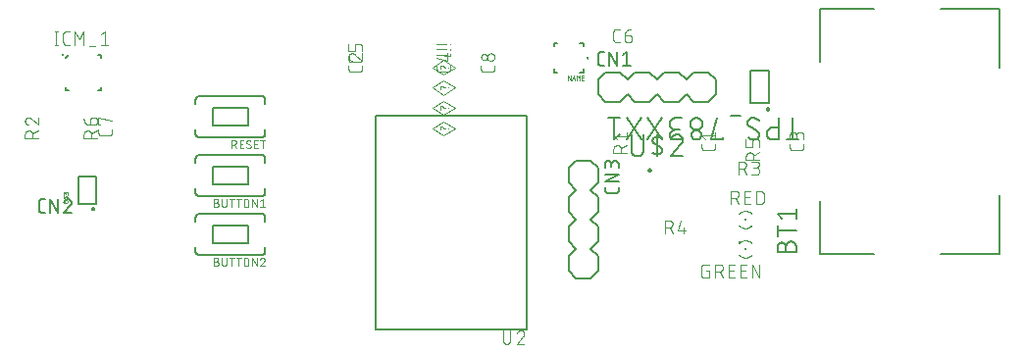
<source format=gbr>
G04 EAGLE Gerber RS-274X export*
G75*
%MOMM*%
%FSLAX34Y34*%
%LPD*%
%INSilkscreen Top*%
%IPPOS*%
%AMOC8*
5,1,8,0,0,1.08239X$1,22.5*%
G01*
%ADD10C,0.127000*%
%ADD11C,0.152400*%
%ADD12C,0.050800*%
%ADD13C,0.101600*%
%ADD14C,0.203200*%
%ADD15R,0.200000X0.200000*%
%ADD16R,0.150000X0.250000*%
%ADD17C,0.200000*%
%ADD18C,0.254000*%
%ADD19C,0.025400*%
%ADD20C,0.000000*%
%ADD21C,0.100000*%


D10*
X873000Y34200D02*
X826200Y34200D01*
X826200Y79700D01*
X826200Y199700D02*
X826200Y245200D01*
X873000Y245200D01*
X930400Y34200D02*
X981200Y34200D01*
X981200Y84700D01*
X981200Y194700D02*
X981200Y245200D01*
X930400Y245200D01*
D11*
X796907Y39978D02*
X796907Y35462D01*
X796906Y39978D02*
X796908Y40111D01*
X796914Y40243D01*
X796924Y40375D01*
X796937Y40507D01*
X796955Y40639D01*
X796976Y40769D01*
X797001Y40900D01*
X797030Y41029D01*
X797063Y41157D01*
X797099Y41285D01*
X797139Y41411D01*
X797183Y41536D01*
X797231Y41660D01*
X797282Y41782D01*
X797337Y41903D01*
X797395Y42022D01*
X797457Y42140D01*
X797522Y42255D01*
X797591Y42369D01*
X797662Y42480D01*
X797738Y42589D01*
X797816Y42696D01*
X797897Y42801D01*
X797982Y42903D01*
X798069Y43003D01*
X798159Y43100D01*
X798252Y43195D01*
X798348Y43286D01*
X798446Y43375D01*
X798547Y43461D01*
X798651Y43544D01*
X798757Y43624D01*
X798865Y43700D01*
X798975Y43774D01*
X799088Y43844D01*
X799202Y43911D01*
X799319Y43974D01*
X799437Y44034D01*
X799557Y44091D01*
X799679Y44144D01*
X799802Y44193D01*
X799926Y44239D01*
X800052Y44281D01*
X800179Y44319D01*
X800307Y44354D01*
X800436Y44385D01*
X800565Y44412D01*
X800696Y44435D01*
X800827Y44455D01*
X800959Y44470D01*
X801091Y44482D01*
X801223Y44490D01*
X801356Y44494D01*
X801488Y44494D01*
X801621Y44490D01*
X801753Y44482D01*
X801885Y44470D01*
X802017Y44455D01*
X802148Y44435D01*
X802279Y44412D01*
X802408Y44385D01*
X802537Y44354D01*
X802665Y44319D01*
X802792Y44281D01*
X802918Y44239D01*
X803042Y44193D01*
X803165Y44144D01*
X803287Y44091D01*
X803407Y44034D01*
X803525Y43974D01*
X803642Y43911D01*
X803756Y43844D01*
X803869Y43774D01*
X803979Y43700D01*
X804087Y43624D01*
X804193Y43544D01*
X804297Y43461D01*
X804398Y43375D01*
X804496Y43286D01*
X804592Y43195D01*
X804685Y43100D01*
X804775Y43003D01*
X804862Y42903D01*
X804947Y42801D01*
X805028Y42696D01*
X805106Y42589D01*
X805182Y42480D01*
X805253Y42369D01*
X805322Y42255D01*
X805387Y42140D01*
X805449Y42022D01*
X805507Y41903D01*
X805562Y41782D01*
X805613Y41660D01*
X805661Y41536D01*
X805705Y41411D01*
X805745Y41285D01*
X805781Y41157D01*
X805814Y41029D01*
X805843Y40900D01*
X805868Y40769D01*
X805889Y40639D01*
X805907Y40507D01*
X805920Y40375D01*
X805930Y40243D01*
X805936Y40111D01*
X805938Y39978D01*
X805938Y35462D01*
X789682Y35462D01*
X789682Y39978D01*
X789684Y40097D01*
X789690Y40217D01*
X789700Y40336D01*
X789714Y40454D01*
X789731Y40573D01*
X789753Y40690D01*
X789778Y40807D01*
X789808Y40922D01*
X789841Y41037D01*
X789878Y41151D01*
X789918Y41263D01*
X789963Y41374D01*
X790011Y41483D01*
X790062Y41591D01*
X790117Y41697D01*
X790176Y41801D01*
X790238Y41903D01*
X790303Y42003D01*
X790372Y42101D01*
X790444Y42197D01*
X790519Y42290D01*
X790596Y42380D01*
X790677Y42468D01*
X790761Y42553D01*
X790848Y42635D01*
X790937Y42715D01*
X791029Y42791D01*
X791123Y42865D01*
X791220Y42935D01*
X791318Y43002D01*
X791419Y43066D01*
X791523Y43126D01*
X791628Y43183D01*
X791735Y43236D01*
X791843Y43286D01*
X791953Y43332D01*
X792065Y43374D01*
X792178Y43413D01*
X792292Y43448D01*
X792407Y43479D01*
X792524Y43507D01*
X792641Y43530D01*
X792758Y43550D01*
X792877Y43566D01*
X792996Y43578D01*
X793115Y43586D01*
X793234Y43590D01*
X793354Y43590D01*
X793473Y43586D01*
X793592Y43578D01*
X793711Y43566D01*
X793830Y43550D01*
X793947Y43530D01*
X794064Y43507D01*
X794181Y43479D01*
X794296Y43448D01*
X794410Y43413D01*
X794523Y43374D01*
X794635Y43332D01*
X794745Y43286D01*
X794853Y43236D01*
X794960Y43183D01*
X795065Y43126D01*
X795169Y43066D01*
X795270Y43002D01*
X795368Y42935D01*
X795465Y42865D01*
X795559Y42791D01*
X795651Y42715D01*
X795740Y42635D01*
X795827Y42553D01*
X795911Y42468D01*
X795992Y42380D01*
X796069Y42290D01*
X796144Y42197D01*
X796216Y42101D01*
X796285Y42003D01*
X796350Y41903D01*
X796412Y41801D01*
X796471Y41697D01*
X796526Y41591D01*
X796577Y41483D01*
X796625Y41374D01*
X796670Y41263D01*
X796710Y41151D01*
X796747Y41037D01*
X796780Y40922D01*
X796810Y40807D01*
X796835Y40690D01*
X796857Y40573D01*
X796874Y40454D01*
X796888Y40336D01*
X796898Y40217D01*
X796904Y40097D01*
X796906Y39978D01*
X789682Y53835D02*
X805938Y53835D01*
X789682Y49319D02*
X789682Y58350D01*
X793294Y63908D02*
X789682Y68424D01*
X805938Y68424D01*
X805938Y72939D02*
X805938Y63908D01*
D10*
X347500Y86600D02*
X347498Y86502D01*
X347492Y86404D01*
X347483Y86306D01*
X347469Y86209D01*
X347452Y86112D01*
X347431Y86016D01*
X347406Y85921D01*
X347378Y85827D01*
X347345Y85735D01*
X347310Y85643D01*
X347270Y85553D01*
X347228Y85465D01*
X347181Y85378D01*
X347132Y85294D01*
X347079Y85211D01*
X347023Y85131D01*
X346963Y85052D01*
X346901Y84976D01*
X346836Y84903D01*
X346768Y84832D01*
X346697Y84764D01*
X346624Y84699D01*
X346548Y84637D01*
X346469Y84577D01*
X346389Y84521D01*
X346306Y84468D01*
X346222Y84419D01*
X346135Y84372D01*
X346047Y84330D01*
X345957Y84290D01*
X345865Y84255D01*
X345773Y84222D01*
X345679Y84194D01*
X345584Y84169D01*
X345488Y84148D01*
X345391Y84131D01*
X345294Y84117D01*
X345196Y84108D01*
X345098Y84102D01*
X345000Y84100D01*
X290000Y84100D01*
X289902Y84102D01*
X289804Y84108D01*
X289706Y84117D01*
X289609Y84131D01*
X289512Y84148D01*
X289416Y84169D01*
X289321Y84194D01*
X289227Y84222D01*
X289135Y84255D01*
X289043Y84290D01*
X288953Y84330D01*
X288865Y84372D01*
X288778Y84419D01*
X288694Y84468D01*
X288611Y84521D01*
X288531Y84577D01*
X288452Y84637D01*
X288376Y84699D01*
X288303Y84764D01*
X288232Y84832D01*
X288164Y84903D01*
X288099Y84976D01*
X288037Y85052D01*
X287977Y85131D01*
X287921Y85211D01*
X287868Y85294D01*
X287819Y85378D01*
X287772Y85465D01*
X287730Y85553D01*
X287690Y85643D01*
X287655Y85735D01*
X287622Y85827D01*
X287594Y85921D01*
X287569Y86016D01*
X287548Y86112D01*
X287531Y86209D01*
X287517Y86306D01*
X287508Y86404D01*
X287502Y86502D01*
X287500Y86600D01*
X287500Y116600D02*
X287520Y116707D01*
X287544Y116813D01*
X287571Y116918D01*
X287602Y117022D01*
X287637Y117125D01*
X287675Y117226D01*
X287717Y117326D01*
X287763Y117425D01*
X287812Y117522D01*
X287864Y117617D01*
X287920Y117710D01*
X287979Y117801D01*
X288041Y117890D01*
X288107Y117976D01*
X288175Y118061D01*
X288247Y118142D01*
X288321Y118221D01*
X288398Y118298D01*
X288478Y118371D01*
X288560Y118442D01*
X288645Y118510D01*
X288732Y118575D01*
X288822Y118636D01*
X288913Y118694D01*
X289007Y118749D01*
X289103Y118801D01*
X289200Y118849D01*
X289299Y118894D01*
X289399Y118935D01*
X289501Y118972D01*
X289604Y119006D01*
X289709Y119036D01*
X289814Y119063D01*
X289920Y119085D01*
X290027Y119104D01*
X290135Y119119D01*
X290243Y119130D01*
X290351Y119137D01*
X290459Y119141D01*
X290568Y119140D01*
X290676Y119136D01*
X290785Y119128D01*
X290893Y119116D01*
X291000Y119100D01*
X345000Y119100D01*
X345098Y119098D01*
X345196Y119092D01*
X345294Y119083D01*
X345391Y119069D01*
X345488Y119052D01*
X345584Y119031D01*
X345679Y119006D01*
X345773Y118978D01*
X345865Y118945D01*
X345957Y118910D01*
X346047Y118870D01*
X346135Y118828D01*
X346222Y118781D01*
X346306Y118732D01*
X346389Y118679D01*
X346469Y118623D01*
X346548Y118563D01*
X346624Y118501D01*
X346697Y118436D01*
X346768Y118368D01*
X346836Y118297D01*
X346901Y118224D01*
X346963Y118148D01*
X347023Y118069D01*
X347079Y117989D01*
X347132Y117906D01*
X347181Y117822D01*
X347228Y117735D01*
X347270Y117647D01*
X347310Y117557D01*
X347345Y117465D01*
X347378Y117373D01*
X347406Y117279D01*
X347431Y117184D01*
X347452Y117088D01*
X347469Y116991D01*
X347483Y116894D01*
X347492Y116796D01*
X347498Y116698D01*
X347500Y116600D01*
X347500Y112600D01*
X347500Y90600D02*
X347500Y86600D01*
X287500Y86600D02*
X287500Y90600D01*
X287500Y112600D02*
X287500Y116600D01*
X302500Y94100D02*
X332500Y94100D01*
X332500Y109100D02*
X302500Y109100D01*
X332500Y109100D02*
X332500Y94100D01*
X302500Y94100D02*
X302500Y109100D01*
D12*
X303383Y78185D02*
X305359Y78185D01*
X305359Y78186D02*
X305446Y78184D01*
X305534Y78178D01*
X305621Y78169D01*
X305707Y78155D01*
X305793Y78138D01*
X305877Y78117D01*
X305961Y78092D01*
X306044Y78063D01*
X306125Y78031D01*
X306205Y77996D01*
X306283Y77957D01*
X306360Y77914D01*
X306434Y77868D01*
X306506Y77819D01*
X306576Y77767D01*
X306644Y77711D01*
X306709Y77653D01*
X306772Y77592D01*
X306831Y77528D01*
X306888Y77461D01*
X306942Y77393D01*
X306993Y77321D01*
X307040Y77248D01*
X307085Y77173D01*
X307126Y77095D01*
X307163Y77016D01*
X307197Y76936D01*
X307227Y76854D01*
X307254Y76771D01*
X307277Y76686D01*
X307296Y76601D01*
X307311Y76515D01*
X307323Y76428D01*
X307331Y76341D01*
X307335Y76254D01*
X307335Y76166D01*
X307331Y76079D01*
X307323Y75992D01*
X307311Y75905D01*
X307296Y75819D01*
X307277Y75734D01*
X307254Y75649D01*
X307227Y75566D01*
X307197Y75484D01*
X307163Y75404D01*
X307126Y75325D01*
X307085Y75247D01*
X307040Y75172D01*
X306993Y75099D01*
X306942Y75027D01*
X306888Y74959D01*
X306831Y74892D01*
X306772Y74828D01*
X306709Y74767D01*
X306644Y74709D01*
X306576Y74653D01*
X306506Y74601D01*
X306434Y74552D01*
X306360Y74506D01*
X306283Y74463D01*
X306205Y74424D01*
X306125Y74389D01*
X306044Y74357D01*
X305961Y74328D01*
X305877Y74303D01*
X305793Y74282D01*
X305707Y74265D01*
X305621Y74251D01*
X305534Y74242D01*
X305446Y74236D01*
X305359Y74234D01*
X303383Y74234D01*
X303383Y81346D01*
X305359Y81346D01*
X305438Y81344D01*
X305516Y81338D01*
X305594Y81328D01*
X305672Y81315D01*
X305749Y81297D01*
X305825Y81276D01*
X305899Y81251D01*
X305973Y81222D01*
X306045Y81190D01*
X306115Y81154D01*
X306183Y81114D01*
X306249Y81071D01*
X306313Y81025D01*
X306375Y80976D01*
X306434Y80924D01*
X306490Y80869D01*
X306544Y80811D01*
X306594Y80751D01*
X306642Y80688D01*
X306686Y80623D01*
X306727Y80556D01*
X306765Y80487D01*
X306799Y80416D01*
X306830Y80343D01*
X306857Y80269D01*
X306880Y80194D01*
X306899Y80118D01*
X306915Y80040D01*
X306927Y79962D01*
X306935Y79884D01*
X306939Y79805D01*
X306939Y79727D01*
X306935Y79648D01*
X306927Y79570D01*
X306915Y79492D01*
X306899Y79414D01*
X306880Y79338D01*
X306857Y79263D01*
X306830Y79189D01*
X306799Y79116D01*
X306765Y79045D01*
X306727Y78976D01*
X306686Y78909D01*
X306642Y78844D01*
X306594Y78781D01*
X306544Y78721D01*
X306490Y78663D01*
X306434Y78608D01*
X306375Y78556D01*
X306313Y78507D01*
X306249Y78461D01*
X306183Y78418D01*
X306115Y78378D01*
X306045Y78342D01*
X305973Y78310D01*
X305899Y78281D01*
X305825Y78256D01*
X305749Y78235D01*
X305672Y78217D01*
X305594Y78204D01*
X305516Y78194D01*
X305438Y78188D01*
X305359Y78186D01*
X310148Y76210D02*
X310148Y81346D01*
X310148Y76210D02*
X310150Y76123D01*
X310156Y76035D01*
X310165Y75948D01*
X310179Y75862D01*
X310196Y75776D01*
X310217Y75692D01*
X310242Y75608D01*
X310271Y75525D01*
X310303Y75444D01*
X310338Y75364D01*
X310377Y75286D01*
X310420Y75209D01*
X310466Y75135D01*
X310515Y75063D01*
X310567Y74993D01*
X310623Y74925D01*
X310681Y74860D01*
X310742Y74797D01*
X310806Y74738D01*
X310873Y74681D01*
X310941Y74627D01*
X311013Y74576D01*
X311086Y74529D01*
X311161Y74484D01*
X311239Y74443D01*
X311318Y74406D01*
X311398Y74372D01*
X311480Y74342D01*
X311563Y74315D01*
X311648Y74292D01*
X311733Y74273D01*
X311819Y74258D01*
X311906Y74246D01*
X311993Y74238D01*
X312080Y74234D01*
X312168Y74234D01*
X312255Y74238D01*
X312342Y74246D01*
X312429Y74258D01*
X312515Y74273D01*
X312600Y74292D01*
X312685Y74315D01*
X312768Y74342D01*
X312850Y74372D01*
X312930Y74406D01*
X313009Y74443D01*
X313087Y74484D01*
X313162Y74529D01*
X313235Y74576D01*
X313307Y74627D01*
X313375Y74681D01*
X313442Y74738D01*
X313506Y74797D01*
X313567Y74860D01*
X313625Y74925D01*
X313681Y74993D01*
X313733Y75063D01*
X313782Y75135D01*
X313828Y75209D01*
X313871Y75286D01*
X313910Y75364D01*
X313945Y75444D01*
X313977Y75525D01*
X314006Y75608D01*
X314031Y75692D01*
X314052Y75776D01*
X314069Y75862D01*
X314083Y75948D01*
X314092Y76035D01*
X314098Y76123D01*
X314100Y76210D01*
X314099Y76210D02*
X314099Y81346D01*
X318753Y81346D02*
X318753Y74234D01*
X316777Y81346D02*
X320729Y81346D01*
X324697Y81346D02*
X324697Y74234D01*
X322721Y81346D02*
X326672Y81346D01*
X329122Y79370D02*
X329122Y76210D01*
X329121Y79370D02*
X329123Y79457D01*
X329129Y79545D01*
X329138Y79632D01*
X329152Y79718D01*
X329169Y79804D01*
X329190Y79888D01*
X329215Y79972D01*
X329244Y80055D01*
X329276Y80136D01*
X329311Y80216D01*
X329350Y80294D01*
X329393Y80371D01*
X329439Y80445D01*
X329488Y80517D01*
X329540Y80587D01*
X329596Y80655D01*
X329654Y80720D01*
X329715Y80783D01*
X329779Y80842D01*
X329846Y80899D01*
X329914Y80953D01*
X329986Y81004D01*
X330059Y81051D01*
X330134Y81096D01*
X330212Y81137D01*
X330291Y81174D01*
X330371Y81208D01*
X330453Y81238D01*
X330536Y81265D01*
X330621Y81288D01*
X330706Y81307D01*
X330792Y81322D01*
X330879Y81334D01*
X330966Y81342D01*
X331053Y81346D01*
X331141Y81346D01*
X331228Y81342D01*
X331315Y81334D01*
X331402Y81322D01*
X331488Y81307D01*
X331573Y81288D01*
X331658Y81265D01*
X331741Y81238D01*
X331823Y81208D01*
X331903Y81174D01*
X331982Y81137D01*
X332060Y81096D01*
X332135Y81051D01*
X332208Y81004D01*
X332280Y80953D01*
X332348Y80899D01*
X332415Y80842D01*
X332479Y80783D01*
X332540Y80720D01*
X332598Y80655D01*
X332654Y80587D01*
X332706Y80517D01*
X332755Y80445D01*
X332801Y80371D01*
X332844Y80294D01*
X332883Y80216D01*
X332918Y80136D01*
X332950Y80055D01*
X332979Y79972D01*
X333004Y79888D01*
X333025Y79804D01*
X333042Y79718D01*
X333056Y79632D01*
X333065Y79545D01*
X333071Y79457D01*
X333073Y79370D01*
X333073Y76210D01*
X333071Y76123D01*
X333065Y76035D01*
X333056Y75948D01*
X333042Y75862D01*
X333025Y75776D01*
X333004Y75692D01*
X332979Y75608D01*
X332950Y75525D01*
X332918Y75444D01*
X332883Y75364D01*
X332844Y75286D01*
X332801Y75209D01*
X332755Y75135D01*
X332706Y75063D01*
X332654Y74993D01*
X332598Y74925D01*
X332540Y74860D01*
X332479Y74797D01*
X332415Y74738D01*
X332348Y74681D01*
X332280Y74627D01*
X332208Y74576D01*
X332135Y74529D01*
X332060Y74484D01*
X331982Y74443D01*
X331903Y74406D01*
X331823Y74372D01*
X331741Y74342D01*
X331658Y74315D01*
X331573Y74292D01*
X331488Y74273D01*
X331402Y74258D01*
X331315Y74246D01*
X331228Y74238D01*
X331141Y74234D01*
X331053Y74234D01*
X330966Y74238D01*
X330879Y74246D01*
X330792Y74258D01*
X330706Y74273D01*
X330621Y74292D01*
X330536Y74315D01*
X330453Y74342D01*
X330371Y74372D01*
X330291Y74406D01*
X330212Y74443D01*
X330134Y74484D01*
X330059Y74529D01*
X329986Y74576D01*
X329914Y74627D01*
X329846Y74681D01*
X329779Y74738D01*
X329715Y74797D01*
X329654Y74860D01*
X329596Y74925D01*
X329540Y74993D01*
X329488Y75063D01*
X329439Y75135D01*
X329393Y75209D01*
X329350Y75286D01*
X329311Y75364D01*
X329276Y75444D01*
X329244Y75525D01*
X329215Y75608D01*
X329190Y75692D01*
X329169Y75776D01*
X329152Y75862D01*
X329138Y75948D01*
X329129Y76035D01*
X329123Y76123D01*
X329121Y76210D01*
X336208Y74234D02*
X336208Y81346D01*
X340159Y74234D01*
X340159Y81346D01*
X343295Y79766D02*
X345270Y81346D01*
X345270Y74234D01*
X343295Y74234D02*
X347246Y74234D01*
D10*
X347500Y35800D02*
X347498Y35702D01*
X347492Y35604D01*
X347483Y35506D01*
X347469Y35409D01*
X347452Y35312D01*
X347431Y35216D01*
X347406Y35121D01*
X347378Y35027D01*
X347345Y34935D01*
X347310Y34843D01*
X347270Y34753D01*
X347228Y34665D01*
X347181Y34578D01*
X347132Y34494D01*
X347079Y34411D01*
X347023Y34331D01*
X346963Y34252D01*
X346901Y34176D01*
X346836Y34103D01*
X346768Y34032D01*
X346697Y33964D01*
X346624Y33899D01*
X346548Y33837D01*
X346469Y33777D01*
X346389Y33721D01*
X346306Y33668D01*
X346222Y33619D01*
X346135Y33572D01*
X346047Y33530D01*
X345957Y33490D01*
X345865Y33455D01*
X345773Y33422D01*
X345679Y33394D01*
X345584Y33369D01*
X345488Y33348D01*
X345391Y33331D01*
X345294Y33317D01*
X345196Y33308D01*
X345098Y33302D01*
X345000Y33300D01*
X290000Y33300D01*
X289902Y33302D01*
X289804Y33308D01*
X289706Y33317D01*
X289609Y33331D01*
X289512Y33348D01*
X289416Y33369D01*
X289321Y33394D01*
X289227Y33422D01*
X289135Y33455D01*
X289043Y33490D01*
X288953Y33530D01*
X288865Y33572D01*
X288778Y33619D01*
X288694Y33668D01*
X288611Y33721D01*
X288531Y33777D01*
X288452Y33837D01*
X288376Y33899D01*
X288303Y33964D01*
X288232Y34032D01*
X288164Y34103D01*
X288099Y34176D01*
X288037Y34252D01*
X287977Y34331D01*
X287921Y34411D01*
X287868Y34494D01*
X287819Y34578D01*
X287772Y34665D01*
X287730Y34753D01*
X287690Y34843D01*
X287655Y34935D01*
X287622Y35027D01*
X287594Y35121D01*
X287569Y35216D01*
X287548Y35312D01*
X287531Y35409D01*
X287517Y35506D01*
X287508Y35604D01*
X287502Y35702D01*
X287500Y35800D01*
X287500Y65800D02*
X287520Y65907D01*
X287544Y66013D01*
X287571Y66118D01*
X287602Y66222D01*
X287637Y66325D01*
X287675Y66426D01*
X287717Y66526D01*
X287763Y66625D01*
X287812Y66722D01*
X287864Y66817D01*
X287920Y66910D01*
X287979Y67001D01*
X288041Y67090D01*
X288107Y67176D01*
X288175Y67261D01*
X288247Y67342D01*
X288321Y67421D01*
X288398Y67498D01*
X288478Y67571D01*
X288560Y67642D01*
X288645Y67710D01*
X288732Y67775D01*
X288822Y67836D01*
X288913Y67894D01*
X289007Y67949D01*
X289103Y68001D01*
X289200Y68049D01*
X289299Y68094D01*
X289399Y68135D01*
X289501Y68172D01*
X289604Y68206D01*
X289709Y68236D01*
X289814Y68263D01*
X289920Y68285D01*
X290027Y68304D01*
X290135Y68319D01*
X290243Y68330D01*
X290351Y68337D01*
X290459Y68341D01*
X290568Y68340D01*
X290676Y68336D01*
X290785Y68328D01*
X290893Y68316D01*
X291000Y68300D01*
X345000Y68300D01*
X345098Y68298D01*
X345196Y68292D01*
X345294Y68283D01*
X345391Y68269D01*
X345488Y68252D01*
X345584Y68231D01*
X345679Y68206D01*
X345773Y68178D01*
X345865Y68145D01*
X345957Y68110D01*
X346047Y68070D01*
X346135Y68028D01*
X346222Y67981D01*
X346306Y67932D01*
X346389Y67879D01*
X346469Y67823D01*
X346548Y67763D01*
X346624Y67701D01*
X346697Y67636D01*
X346768Y67568D01*
X346836Y67497D01*
X346901Y67424D01*
X346963Y67348D01*
X347023Y67269D01*
X347079Y67189D01*
X347132Y67106D01*
X347181Y67022D01*
X347228Y66935D01*
X347270Y66847D01*
X347310Y66757D01*
X347345Y66665D01*
X347378Y66573D01*
X347406Y66479D01*
X347431Y66384D01*
X347452Y66288D01*
X347469Y66191D01*
X347483Y66094D01*
X347492Y65996D01*
X347498Y65898D01*
X347500Y65800D01*
X347500Y61800D01*
X347500Y39800D02*
X347500Y35800D01*
X287500Y35800D02*
X287500Y39800D01*
X287500Y61800D02*
X287500Y65800D01*
X302500Y43300D02*
X332500Y43300D01*
X332500Y58300D02*
X302500Y58300D01*
X332500Y58300D02*
X332500Y43300D01*
X302500Y43300D02*
X302500Y58300D01*
D12*
X303383Y27385D02*
X305359Y27385D01*
X305359Y27386D02*
X305446Y27384D01*
X305534Y27378D01*
X305621Y27369D01*
X305707Y27355D01*
X305793Y27338D01*
X305877Y27317D01*
X305961Y27292D01*
X306044Y27263D01*
X306125Y27231D01*
X306205Y27196D01*
X306283Y27157D01*
X306360Y27114D01*
X306434Y27068D01*
X306506Y27019D01*
X306576Y26967D01*
X306644Y26911D01*
X306709Y26853D01*
X306772Y26792D01*
X306831Y26728D01*
X306888Y26661D01*
X306942Y26593D01*
X306993Y26521D01*
X307040Y26448D01*
X307085Y26373D01*
X307126Y26295D01*
X307163Y26216D01*
X307197Y26136D01*
X307227Y26054D01*
X307254Y25971D01*
X307277Y25886D01*
X307296Y25801D01*
X307311Y25715D01*
X307323Y25628D01*
X307331Y25541D01*
X307335Y25454D01*
X307335Y25366D01*
X307331Y25279D01*
X307323Y25192D01*
X307311Y25105D01*
X307296Y25019D01*
X307277Y24934D01*
X307254Y24849D01*
X307227Y24766D01*
X307197Y24684D01*
X307163Y24604D01*
X307126Y24525D01*
X307085Y24447D01*
X307040Y24372D01*
X306993Y24299D01*
X306942Y24227D01*
X306888Y24159D01*
X306831Y24092D01*
X306772Y24028D01*
X306709Y23967D01*
X306644Y23909D01*
X306576Y23853D01*
X306506Y23801D01*
X306434Y23752D01*
X306360Y23706D01*
X306283Y23663D01*
X306205Y23624D01*
X306125Y23589D01*
X306044Y23557D01*
X305961Y23528D01*
X305877Y23503D01*
X305793Y23482D01*
X305707Y23465D01*
X305621Y23451D01*
X305534Y23442D01*
X305446Y23436D01*
X305359Y23434D01*
X303383Y23434D01*
X303383Y30546D01*
X305359Y30546D01*
X305438Y30544D01*
X305516Y30538D01*
X305594Y30528D01*
X305672Y30515D01*
X305749Y30497D01*
X305825Y30476D01*
X305899Y30451D01*
X305973Y30422D01*
X306045Y30390D01*
X306115Y30354D01*
X306183Y30314D01*
X306249Y30271D01*
X306313Y30225D01*
X306375Y30176D01*
X306434Y30124D01*
X306490Y30069D01*
X306544Y30011D01*
X306594Y29951D01*
X306642Y29888D01*
X306686Y29823D01*
X306727Y29756D01*
X306765Y29687D01*
X306799Y29616D01*
X306830Y29543D01*
X306857Y29469D01*
X306880Y29394D01*
X306899Y29318D01*
X306915Y29240D01*
X306927Y29162D01*
X306935Y29084D01*
X306939Y29005D01*
X306939Y28927D01*
X306935Y28848D01*
X306927Y28770D01*
X306915Y28692D01*
X306899Y28614D01*
X306880Y28538D01*
X306857Y28463D01*
X306830Y28389D01*
X306799Y28316D01*
X306765Y28245D01*
X306727Y28176D01*
X306686Y28109D01*
X306642Y28044D01*
X306594Y27981D01*
X306544Y27921D01*
X306490Y27863D01*
X306434Y27808D01*
X306375Y27756D01*
X306313Y27707D01*
X306249Y27661D01*
X306183Y27618D01*
X306115Y27578D01*
X306045Y27542D01*
X305973Y27510D01*
X305899Y27481D01*
X305825Y27456D01*
X305749Y27435D01*
X305672Y27417D01*
X305594Y27404D01*
X305516Y27394D01*
X305438Y27388D01*
X305359Y27386D01*
X310148Y25410D02*
X310148Y30546D01*
X310148Y25410D02*
X310150Y25323D01*
X310156Y25235D01*
X310165Y25148D01*
X310179Y25062D01*
X310196Y24976D01*
X310217Y24892D01*
X310242Y24808D01*
X310271Y24725D01*
X310303Y24644D01*
X310338Y24564D01*
X310377Y24486D01*
X310420Y24409D01*
X310466Y24335D01*
X310515Y24263D01*
X310567Y24193D01*
X310623Y24125D01*
X310681Y24060D01*
X310742Y23997D01*
X310806Y23938D01*
X310873Y23881D01*
X310941Y23827D01*
X311013Y23776D01*
X311086Y23729D01*
X311161Y23684D01*
X311239Y23643D01*
X311318Y23606D01*
X311398Y23572D01*
X311480Y23542D01*
X311563Y23515D01*
X311648Y23492D01*
X311733Y23473D01*
X311819Y23458D01*
X311906Y23446D01*
X311993Y23438D01*
X312080Y23434D01*
X312168Y23434D01*
X312255Y23438D01*
X312342Y23446D01*
X312429Y23458D01*
X312515Y23473D01*
X312600Y23492D01*
X312685Y23515D01*
X312768Y23542D01*
X312850Y23572D01*
X312930Y23606D01*
X313009Y23643D01*
X313087Y23684D01*
X313162Y23729D01*
X313235Y23776D01*
X313307Y23827D01*
X313375Y23881D01*
X313442Y23938D01*
X313506Y23997D01*
X313567Y24060D01*
X313625Y24125D01*
X313681Y24193D01*
X313733Y24263D01*
X313782Y24335D01*
X313828Y24409D01*
X313871Y24486D01*
X313910Y24564D01*
X313945Y24644D01*
X313977Y24725D01*
X314006Y24808D01*
X314031Y24892D01*
X314052Y24976D01*
X314069Y25062D01*
X314083Y25148D01*
X314092Y25235D01*
X314098Y25323D01*
X314100Y25410D01*
X314099Y25410D02*
X314099Y30546D01*
X318753Y30546D02*
X318753Y23434D01*
X316777Y30546D02*
X320729Y30546D01*
X324697Y30546D02*
X324697Y23434D01*
X322721Y30546D02*
X326672Y30546D01*
X329122Y28570D02*
X329122Y25410D01*
X329121Y28570D02*
X329123Y28657D01*
X329129Y28745D01*
X329138Y28832D01*
X329152Y28918D01*
X329169Y29004D01*
X329190Y29088D01*
X329215Y29172D01*
X329244Y29255D01*
X329276Y29336D01*
X329311Y29416D01*
X329350Y29494D01*
X329393Y29571D01*
X329439Y29645D01*
X329488Y29717D01*
X329540Y29787D01*
X329596Y29855D01*
X329654Y29920D01*
X329715Y29983D01*
X329779Y30042D01*
X329846Y30099D01*
X329914Y30153D01*
X329986Y30204D01*
X330059Y30251D01*
X330134Y30296D01*
X330212Y30337D01*
X330291Y30374D01*
X330371Y30408D01*
X330453Y30438D01*
X330536Y30465D01*
X330621Y30488D01*
X330706Y30507D01*
X330792Y30522D01*
X330879Y30534D01*
X330966Y30542D01*
X331053Y30546D01*
X331141Y30546D01*
X331228Y30542D01*
X331315Y30534D01*
X331402Y30522D01*
X331488Y30507D01*
X331573Y30488D01*
X331658Y30465D01*
X331741Y30438D01*
X331823Y30408D01*
X331903Y30374D01*
X331982Y30337D01*
X332060Y30296D01*
X332135Y30251D01*
X332208Y30204D01*
X332280Y30153D01*
X332348Y30099D01*
X332415Y30042D01*
X332479Y29983D01*
X332540Y29920D01*
X332598Y29855D01*
X332654Y29787D01*
X332706Y29717D01*
X332755Y29645D01*
X332801Y29571D01*
X332844Y29494D01*
X332883Y29416D01*
X332918Y29336D01*
X332950Y29255D01*
X332979Y29172D01*
X333004Y29088D01*
X333025Y29004D01*
X333042Y28918D01*
X333056Y28832D01*
X333065Y28745D01*
X333071Y28657D01*
X333073Y28570D01*
X333073Y25410D01*
X333071Y25323D01*
X333065Y25235D01*
X333056Y25148D01*
X333042Y25062D01*
X333025Y24976D01*
X333004Y24892D01*
X332979Y24808D01*
X332950Y24725D01*
X332918Y24644D01*
X332883Y24564D01*
X332844Y24486D01*
X332801Y24409D01*
X332755Y24335D01*
X332706Y24263D01*
X332654Y24193D01*
X332598Y24125D01*
X332540Y24060D01*
X332479Y23997D01*
X332415Y23938D01*
X332348Y23881D01*
X332280Y23827D01*
X332208Y23776D01*
X332135Y23729D01*
X332060Y23684D01*
X331982Y23643D01*
X331903Y23606D01*
X331823Y23572D01*
X331741Y23542D01*
X331658Y23515D01*
X331573Y23492D01*
X331488Y23473D01*
X331402Y23458D01*
X331315Y23446D01*
X331228Y23438D01*
X331141Y23434D01*
X331053Y23434D01*
X330966Y23438D01*
X330879Y23446D01*
X330792Y23458D01*
X330706Y23473D01*
X330621Y23492D01*
X330536Y23515D01*
X330453Y23542D01*
X330371Y23572D01*
X330291Y23606D01*
X330212Y23643D01*
X330134Y23684D01*
X330059Y23729D01*
X329986Y23776D01*
X329914Y23827D01*
X329846Y23881D01*
X329779Y23938D01*
X329715Y23997D01*
X329654Y24060D01*
X329596Y24125D01*
X329540Y24193D01*
X329488Y24263D01*
X329439Y24335D01*
X329393Y24409D01*
X329350Y24486D01*
X329311Y24564D01*
X329276Y24644D01*
X329244Y24725D01*
X329215Y24808D01*
X329190Y24892D01*
X329169Y24976D01*
X329152Y25062D01*
X329138Y25148D01*
X329129Y25235D01*
X329123Y25323D01*
X329121Y25410D01*
X336208Y23434D02*
X336208Y30546D01*
X340159Y23434D01*
X340159Y30546D01*
X345468Y30546D02*
X345550Y30544D01*
X345632Y30538D01*
X345714Y30529D01*
X345795Y30516D01*
X345875Y30499D01*
X345955Y30478D01*
X346033Y30454D01*
X346110Y30426D01*
X346186Y30395D01*
X346261Y30360D01*
X346333Y30321D01*
X346404Y30280D01*
X346473Y30235D01*
X346539Y30187D01*
X346604Y30136D01*
X346666Y30082D01*
X346725Y30025D01*
X346782Y29966D01*
X346836Y29904D01*
X346887Y29839D01*
X346935Y29773D01*
X346980Y29704D01*
X347021Y29633D01*
X347060Y29561D01*
X347095Y29486D01*
X347126Y29410D01*
X347154Y29333D01*
X347178Y29255D01*
X347199Y29175D01*
X347216Y29095D01*
X347229Y29014D01*
X347238Y28932D01*
X347244Y28850D01*
X347246Y28768D01*
X345468Y30546D02*
X345375Y30544D01*
X345283Y30538D01*
X345191Y30529D01*
X345099Y30516D01*
X345008Y30499D01*
X344918Y30479D01*
X344828Y30455D01*
X344740Y30427D01*
X344652Y30395D01*
X344567Y30361D01*
X344482Y30322D01*
X344400Y30281D01*
X344319Y30236D01*
X344239Y30187D01*
X344162Y30136D01*
X344087Y30082D01*
X344015Y30024D01*
X343945Y29964D01*
X343877Y29900D01*
X343812Y29835D01*
X343749Y29766D01*
X343690Y29695D01*
X343633Y29622D01*
X343579Y29546D01*
X343529Y29469D01*
X343481Y29389D01*
X343437Y29308D01*
X343397Y29224D01*
X343359Y29140D01*
X343325Y29053D01*
X343295Y28966D01*
X346653Y27385D02*
X346714Y27446D01*
X346772Y27509D01*
X346827Y27575D01*
X346880Y27643D01*
X346929Y27714D01*
X346974Y27786D01*
X347017Y27861D01*
X347056Y27937D01*
X347092Y28016D01*
X347124Y28095D01*
X347152Y28176D01*
X347177Y28259D01*
X347198Y28342D01*
X347215Y28426D01*
X347229Y28511D01*
X347238Y28596D01*
X347244Y28682D01*
X347246Y28768D01*
X346653Y27385D02*
X343295Y23434D01*
X347246Y23434D01*
D13*
X736092Y125739D02*
X736092Y128336D01*
X736092Y125739D02*
X736090Y125640D01*
X736084Y125540D01*
X736075Y125441D01*
X736062Y125343D01*
X736045Y125245D01*
X736024Y125147D01*
X735999Y125051D01*
X735971Y124956D01*
X735939Y124862D01*
X735904Y124769D01*
X735865Y124677D01*
X735822Y124587D01*
X735777Y124499D01*
X735727Y124412D01*
X735675Y124328D01*
X735619Y124245D01*
X735561Y124165D01*
X735499Y124087D01*
X735434Y124012D01*
X735366Y123939D01*
X735296Y123869D01*
X735223Y123801D01*
X735148Y123736D01*
X735070Y123674D01*
X734990Y123616D01*
X734907Y123560D01*
X734823Y123508D01*
X734736Y123458D01*
X734648Y123413D01*
X734558Y123370D01*
X734466Y123331D01*
X734373Y123296D01*
X734279Y123264D01*
X734184Y123236D01*
X734088Y123211D01*
X733990Y123190D01*
X733892Y123173D01*
X733794Y123160D01*
X733695Y123151D01*
X733595Y123145D01*
X733496Y123143D01*
X727004Y123143D01*
X727004Y123142D02*
X726905Y123144D01*
X726805Y123150D01*
X726706Y123159D01*
X726608Y123172D01*
X726510Y123190D01*
X726412Y123210D01*
X726316Y123235D01*
X726220Y123263D01*
X726126Y123295D01*
X726033Y123330D01*
X725942Y123369D01*
X725852Y123412D01*
X725763Y123457D01*
X725677Y123507D01*
X725592Y123559D01*
X725510Y123615D01*
X725430Y123674D01*
X725352Y123735D01*
X725276Y123800D01*
X725203Y123868D01*
X725133Y123938D01*
X725065Y124011D01*
X725000Y124087D01*
X724939Y124165D01*
X724880Y124245D01*
X724824Y124327D01*
X724772Y124412D01*
X724723Y124498D01*
X724677Y124587D01*
X724634Y124677D01*
X724595Y124768D01*
X724560Y124861D01*
X724528Y124955D01*
X724500Y125051D01*
X724475Y125147D01*
X724455Y125245D01*
X724437Y125343D01*
X724424Y125441D01*
X724415Y125540D01*
X724409Y125639D01*
X724407Y125739D01*
X724408Y125739D02*
X724408Y128336D01*
X727004Y132701D02*
X724408Y135946D01*
X736092Y135946D01*
X736092Y132701D02*
X736092Y139192D01*
X431292Y193604D02*
X431292Y196201D01*
X431292Y193604D02*
X431290Y193505D01*
X431284Y193405D01*
X431275Y193306D01*
X431262Y193208D01*
X431245Y193110D01*
X431224Y193012D01*
X431199Y192916D01*
X431171Y192821D01*
X431139Y192727D01*
X431104Y192634D01*
X431065Y192542D01*
X431022Y192452D01*
X430977Y192364D01*
X430927Y192277D01*
X430875Y192193D01*
X430819Y192110D01*
X430761Y192030D01*
X430699Y191952D01*
X430634Y191877D01*
X430566Y191804D01*
X430496Y191734D01*
X430423Y191666D01*
X430348Y191601D01*
X430270Y191539D01*
X430190Y191481D01*
X430107Y191425D01*
X430023Y191373D01*
X429936Y191323D01*
X429848Y191278D01*
X429758Y191235D01*
X429666Y191196D01*
X429573Y191161D01*
X429479Y191129D01*
X429384Y191101D01*
X429288Y191076D01*
X429190Y191055D01*
X429092Y191038D01*
X428994Y191025D01*
X428895Y191016D01*
X428795Y191010D01*
X428696Y191008D01*
X422204Y191008D01*
X422105Y191010D01*
X422005Y191016D01*
X421906Y191025D01*
X421808Y191038D01*
X421710Y191056D01*
X421612Y191076D01*
X421516Y191101D01*
X421420Y191129D01*
X421326Y191161D01*
X421233Y191196D01*
X421142Y191235D01*
X421052Y191278D01*
X420963Y191323D01*
X420877Y191373D01*
X420792Y191425D01*
X420710Y191481D01*
X420630Y191540D01*
X420552Y191601D01*
X420476Y191666D01*
X420403Y191734D01*
X420333Y191804D01*
X420265Y191877D01*
X420200Y191953D01*
X420139Y192031D01*
X420080Y192111D01*
X420024Y192193D01*
X419972Y192278D01*
X419923Y192364D01*
X419877Y192453D01*
X419834Y192543D01*
X419795Y192634D01*
X419760Y192727D01*
X419728Y192821D01*
X419700Y192917D01*
X419675Y193013D01*
X419655Y193111D01*
X419637Y193209D01*
X419624Y193307D01*
X419615Y193406D01*
X419609Y193505D01*
X419607Y193605D01*
X419608Y193604D02*
X419608Y196201D01*
X419608Y204136D02*
X419610Y204243D01*
X419616Y204349D01*
X419626Y204455D01*
X419639Y204561D01*
X419657Y204667D01*
X419678Y204771D01*
X419703Y204875D01*
X419732Y204978D01*
X419764Y205079D01*
X419801Y205179D01*
X419841Y205278D01*
X419884Y205376D01*
X419931Y205472D01*
X419982Y205566D01*
X420036Y205658D01*
X420093Y205748D01*
X420153Y205836D01*
X420217Y205921D01*
X420284Y206004D01*
X420354Y206085D01*
X420426Y206163D01*
X420502Y206239D01*
X420580Y206311D01*
X420661Y206381D01*
X420744Y206448D01*
X420829Y206512D01*
X420917Y206572D01*
X421007Y206629D01*
X421099Y206683D01*
X421193Y206734D01*
X421289Y206781D01*
X421387Y206824D01*
X421486Y206864D01*
X421586Y206901D01*
X421687Y206933D01*
X421790Y206962D01*
X421894Y206987D01*
X421998Y207008D01*
X422104Y207026D01*
X422210Y207039D01*
X422316Y207049D01*
X422422Y207055D01*
X422529Y207057D01*
X419608Y204136D02*
X419610Y204015D01*
X419616Y203894D01*
X419626Y203774D01*
X419639Y203653D01*
X419657Y203534D01*
X419678Y203414D01*
X419703Y203296D01*
X419732Y203179D01*
X419765Y203062D01*
X419801Y202947D01*
X419842Y202833D01*
X419885Y202720D01*
X419933Y202608D01*
X419984Y202499D01*
X420039Y202391D01*
X420097Y202284D01*
X420158Y202180D01*
X420223Y202078D01*
X420291Y201978D01*
X420362Y201880D01*
X420436Y201784D01*
X420513Y201691D01*
X420594Y201601D01*
X420677Y201513D01*
X420763Y201428D01*
X420852Y201345D01*
X420943Y201266D01*
X421037Y201189D01*
X421133Y201116D01*
X421231Y201046D01*
X421332Y200979D01*
X421435Y200915D01*
X421540Y200855D01*
X421647Y200797D01*
X421755Y200744D01*
X421865Y200694D01*
X421977Y200648D01*
X422090Y200605D01*
X422205Y200566D01*
X424801Y206083D02*
X424723Y206162D01*
X424643Y206238D01*
X424560Y206311D01*
X424474Y206381D01*
X424387Y206448D01*
X424296Y206512D01*
X424204Y206572D01*
X424110Y206630D01*
X424013Y206684D01*
X423915Y206734D01*
X423815Y206781D01*
X423714Y206825D01*
X423611Y206865D01*
X423506Y206901D01*
X423401Y206933D01*
X423294Y206962D01*
X423187Y206987D01*
X423078Y207009D01*
X422969Y207026D01*
X422860Y207040D01*
X422750Y207049D01*
X422639Y207055D01*
X422529Y207057D01*
X424801Y206084D02*
X431292Y200566D01*
X431292Y207057D01*
X812292Y128336D02*
X812292Y125739D01*
X812290Y125640D01*
X812284Y125540D01*
X812275Y125441D01*
X812262Y125343D01*
X812245Y125245D01*
X812224Y125147D01*
X812199Y125051D01*
X812171Y124956D01*
X812139Y124862D01*
X812104Y124769D01*
X812065Y124677D01*
X812022Y124587D01*
X811977Y124499D01*
X811927Y124412D01*
X811875Y124328D01*
X811819Y124245D01*
X811761Y124165D01*
X811699Y124087D01*
X811634Y124012D01*
X811566Y123939D01*
X811496Y123869D01*
X811423Y123801D01*
X811348Y123736D01*
X811270Y123674D01*
X811190Y123616D01*
X811107Y123560D01*
X811023Y123508D01*
X810936Y123458D01*
X810848Y123413D01*
X810758Y123370D01*
X810666Y123331D01*
X810573Y123296D01*
X810479Y123264D01*
X810384Y123236D01*
X810288Y123211D01*
X810190Y123190D01*
X810092Y123173D01*
X809994Y123160D01*
X809895Y123151D01*
X809795Y123145D01*
X809696Y123143D01*
X803204Y123143D01*
X803204Y123142D02*
X803105Y123144D01*
X803005Y123150D01*
X802906Y123159D01*
X802808Y123172D01*
X802710Y123190D01*
X802612Y123210D01*
X802516Y123235D01*
X802420Y123263D01*
X802326Y123295D01*
X802233Y123330D01*
X802142Y123369D01*
X802052Y123412D01*
X801963Y123457D01*
X801877Y123507D01*
X801792Y123559D01*
X801710Y123615D01*
X801630Y123674D01*
X801552Y123735D01*
X801476Y123800D01*
X801403Y123868D01*
X801333Y123938D01*
X801265Y124011D01*
X801200Y124087D01*
X801139Y124165D01*
X801080Y124245D01*
X801024Y124327D01*
X800972Y124412D01*
X800923Y124498D01*
X800877Y124587D01*
X800834Y124677D01*
X800795Y124768D01*
X800760Y124861D01*
X800728Y124955D01*
X800700Y125051D01*
X800675Y125147D01*
X800655Y125245D01*
X800637Y125343D01*
X800624Y125441D01*
X800615Y125540D01*
X800609Y125639D01*
X800607Y125739D01*
X800608Y125739D02*
X800608Y128336D01*
X812292Y132701D02*
X812292Y135946D01*
X812290Y136059D01*
X812284Y136172D01*
X812274Y136285D01*
X812260Y136398D01*
X812243Y136510D01*
X812221Y136621D01*
X812196Y136731D01*
X812166Y136841D01*
X812133Y136949D01*
X812096Y137056D01*
X812056Y137162D01*
X812011Y137266D01*
X811963Y137369D01*
X811912Y137470D01*
X811857Y137569D01*
X811799Y137666D01*
X811737Y137761D01*
X811672Y137854D01*
X811604Y137944D01*
X811533Y138032D01*
X811458Y138118D01*
X811381Y138201D01*
X811301Y138281D01*
X811218Y138358D01*
X811132Y138433D01*
X811044Y138504D01*
X810954Y138572D01*
X810861Y138637D01*
X810766Y138699D01*
X810669Y138757D01*
X810570Y138812D01*
X810469Y138863D01*
X810366Y138911D01*
X810262Y138956D01*
X810156Y138996D01*
X810049Y139033D01*
X809941Y139066D01*
X809831Y139096D01*
X809721Y139121D01*
X809610Y139143D01*
X809498Y139160D01*
X809385Y139174D01*
X809272Y139184D01*
X809159Y139190D01*
X809046Y139192D01*
X808933Y139190D01*
X808820Y139184D01*
X808707Y139174D01*
X808594Y139160D01*
X808482Y139143D01*
X808371Y139121D01*
X808261Y139096D01*
X808151Y139066D01*
X808043Y139033D01*
X807936Y138996D01*
X807830Y138956D01*
X807726Y138911D01*
X807623Y138863D01*
X807522Y138812D01*
X807423Y138757D01*
X807326Y138699D01*
X807231Y138637D01*
X807138Y138572D01*
X807048Y138504D01*
X806960Y138433D01*
X806874Y138358D01*
X806791Y138281D01*
X806711Y138201D01*
X806634Y138118D01*
X806559Y138032D01*
X806488Y137944D01*
X806420Y137854D01*
X806355Y137761D01*
X806293Y137666D01*
X806235Y137569D01*
X806180Y137470D01*
X806129Y137369D01*
X806081Y137266D01*
X806036Y137162D01*
X805996Y137056D01*
X805959Y136949D01*
X805926Y136841D01*
X805896Y136731D01*
X805871Y136621D01*
X805849Y136510D01*
X805832Y136398D01*
X805818Y136285D01*
X805808Y136172D01*
X805802Y136059D01*
X805800Y135946D01*
X800608Y136596D02*
X800608Y132701D01*
X800608Y136596D02*
X800610Y136697D01*
X800616Y136797D01*
X800626Y136897D01*
X800639Y136997D01*
X800657Y137096D01*
X800678Y137195D01*
X800703Y137292D01*
X800732Y137389D01*
X800765Y137484D01*
X800801Y137578D01*
X800841Y137670D01*
X800884Y137761D01*
X800931Y137850D01*
X800981Y137937D01*
X801035Y138023D01*
X801092Y138106D01*
X801152Y138186D01*
X801215Y138265D01*
X801282Y138341D01*
X801351Y138414D01*
X801423Y138484D01*
X801497Y138552D01*
X801574Y138617D01*
X801654Y138678D01*
X801736Y138737D01*
X801820Y138792D01*
X801906Y138844D01*
X801994Y138893D01*
X802084Y138938D01*
X802176Y138980D01*
X802269Y139018D01*
X802364Y139052D01*
X802459Y139083D01*
X802556Y139110D01*
X802654Y139133D01*
X802753Y139153D01*
X802853Y139168D01*
X802953Y139180D01*
X803053Y139188D01*
X803154Y139192D01*
X803254Y139192D01*
X803355Y139188D01*
X803455Y139180D01*
X803555Y139168D01*
X803655Y139153D01*
X803754Y139133D01*
X803852Y139110D01*
X803949Y139083D01*
X804044Y139052D01*
X804139Y139018D01*
X804232Y138980D01*
X804324Y138938D01*
X804414Y138893D01*
X804502Y138844D01*
X804588Y138792D01*
X804672Y138737D01*
X804754Y138678D01*
X804834Y138617D01*
X804911Y138552D01*
X804985Y138484D01*
X805057Y138414D01*
X805126Y138341D01*
X805193Y138265D01*
X805256Y138186D01*
X805316Y138106D01*
X805373Y138023D01*
X805427Y137937D01*
X805477Y137850D01*
X805524Y137761D01*
X805567Y137670D01*
X805607Y137578D01*
X805643Y137484D01*
X805676Y137389D01*
X805705Y137292D01*
X805730Y137195D01*
X805751Y137096D01*
X805769Y136997D01*
X805782Y136897D01*
X805792Y136797D01*
X805798Y136697D01*
X805800Y136596D01*
X805801Y136596D02*
X805801Y133999D01*
X507492Y193604D02*
X507492Y196201D01*
X507492Y193604D02*
X507490Y193505D01*
X507484Y193405D01*
X507475Y193306D01*
X507462Y193208D01*
X507445Y193110D01*
X507424Y193012D01*
X507399Y192916D01*
X507371Y192821D01*
X507339Y192727D01*
X507304Y192634D01*
X507265Y192542D01*
X507222Y192452D01*
X507177Y192364D01*
X507127Y192277D01*
X507075Y192193D01*
X507019Y192110D01*
X506961Y192030D01*
X506899Y191952D01*
X506834Y191877D01*
X506766Y191804D01*
X506696Y191734D01*
X506623Y191666D01*
X506548Y191601D01*
X506470Y191539D01*
X506390Y191481D01*
X506307Y191425D01*
X506223Y191373D01*
X506136Y191323D01*
X506048Y191278D01*
X505958Y191235D01*
X505866Y191196D01*
X505773Y191161D01*
X505679Y191129D01*
X505584Y191101D01*
X505488Y191076D01*
X505390Y191055D01*
X505292Y191038D01*
X505194Y191025D01*
X505095Y191016D01*
X504995Y191010D01*
X504896Y191008D01*
X498404Y191008D01*
X498305Y191010D01*
X498205Y191016D01*
X498106Y191025D01*
X498008Y191038D01*
X497910Y191056D01*
X497812Y191076D01*
X497716Y191101D01*
X497620Y191129D01*
X497526Y191161D01*
X497433Y191196D01*
X497342Y191235D01*
X497252Y191278D01*
X497163Y191323D01*
X497077Y191373D01*
X496992Y191425D01*
X496910Y191481D01*
X496830Y191540D01*
X496752Y191601D01*
X496676Y191666D01*
X496603Y191734D01*
X496533Y191804D01*
X496465Y191877D01*
X496400Y191953D01*
X496339Y192031D01*
X496280Y192111D01*
X496224Y192193D01*
X496172Y192278D01*
X496123Y192364D01*
X496077Y192453D01*
X496034Y192543D01*
X495995Y192634D01*
X495960Y192727D01*
X495928Y192821D01*
X495900Y192917D01*
X495875Y193013D01*
X495855Y193111D01*
X495837Y193209D01*
X495824Y193307D01*
X495815Y193406D01*
X495809Y193505D01*
X495807Y193605D01*
X495808Y193604D02*
X495808Y196201D01*
X495808Y203163D02*
X504896Y200566D01*
X504896Y207057D01*
X502299Y205110D02*
X507492Y205110D01*
X431292Y204536D02*
X431292Y201939D01*
X431290Y201840D01*
X431284Y201740D01*
X431275Y201641D01*
X431262Y201543D01*
X431245Y201445D01*
X431224Y201347D01*
X431199Y201251D01*
X431171Y201156D01*
X431139Y201062D01*
X431104Y200969D01*
X431065Y200877D01*
X431022Y200787D01*
X430977Y200699D01*
X430927Y200612D01*
X430875Y200528D01*
X430819Y200445D01*
X430761Y200365D01*
X430699Y200287D01*
X430634Y200212D01*
X430566Y200139D01*
X430496Y200069D01*
X430423Y200001D01*
X430348Y199936D01*
X430270Y199874D01*
X430190Y199816D01*
X430107Y199760D01*
X430023Y199708D01*
X429936Y199658D01*
X429848Y199613D01*
X429758Y199570D01*
X429666Y199531D01*
X429573Y199496D01*
X429479Y199464D01*
X429384Y199436D01*
X429288Y199411D01*
X429190Y199390D01*
X429092Y199373D01*
X428994Y199360D01*
X428895Y199351D01*
X428795Y199345D01*
X428696Y199343D01*
X422204Y199343D01*
X422204Y199342D02*
X422105Y199344D01*
X422005Y199350D01*
X421906Y199359D01*
X421808Y199372D01*
X421710Y199390D01*
X421612Y199410D01*
X421516Y199435D01*
X421420Y199463D01*
X421326Y199495D01*
X421233Y199530D01*
X421142Y199569D01*
X421052Y199612D01*
X420963Y199657D01*
X420877Y199707D01*
X420792Y199759D01*
X420710Y199815D01*
X420630Y199874D01*
X420552Y199935D01*
X420476Y200000D01*
X420403Y200068D01*
X420333Y200138D01*
X420265Y200211D01*
X420200Y200287D01*
X420139Y200365D01*
X420080Y200445D01*
X420024Y200527D01*
X419972Y200612D01*
X419923Y200698D01*
X419877Y200787D01*
X419834Y200877D01*
X419795Y200968D01*
X419760Y201061D01*
X419728Y201155D01*
X419700Y201251D01*
X419675Y201347D01*
X419655Y201445D01*
X419637Y201543D01*
X419624Y201641D01*
X419615Y201740D01*
X419609Y201839D01*
X419607Y201939D01*
X419608Y201939D02*
X419608Y204536D01*
X431292Y208901D02*
X431292Y212796D01*
X431290Y212895D01*
X431284Y212995D01*
X431275Y213094D01*
X431262Y213192D01*
X431245Y213290D01*
X431224Y213388D01*
X431199Y213484D01*
X431171Y213579D01*
X431139Y213673D01*
X431104Y213766D01*
X431065Y213858D01*
X431022Y213948D01*
X430977Y214036D01*
X430927Y214123D01*
X430875Y214207D01*
X430819Y214290D01*
X430761Y214370D01*
X430699Y214448D01*
X430634Y214523D01*
X430566Y214596D01*
X430496Y214666D01*
X430423Y214734D01*
X430348Y214799D01*
X430270Y214861D01*
X430190Y214919D01*
X430107Y214975D01*
X430023Y215027D01*
X429936Y215077D01*
X429848Y215122D01*
X429758Y215165D01*
X429666Y215204D01*
X429573Y215239D01*
X429479Y215271D01*
X429384Y215299D01*
X429288Y215324D01*
X429190Y215345D01*
X429092Y215362D01*
X428994Y215375D01*
X428895Y215384D01*
X428795Y215390D01*
X428696Y215392D01*
X427397Y215392D01*
X427298Y215390D01*
X427198Y215384D01*
X427099Y215375D01*
X427001Y215362D01*
X426903Y215345D01*
X426805Y215324D01*
X426709Y215299D01*
X426614Y215271D01*
X426520Y215239D01*
X426427Y215204D01*
X426335Y215165D01*
X426245Y215122D01*
X426157Y215077D01*
X426070Y215027D01*
X425986Y214975D01*
X425903Y214919D01*
X425823Y214861D01*
X425745Y214799D01*
X425670Y214734D01*
X425597Y214666D01*
X425527Y214596D01*
X425459Y214523D01*
X425394Y214448D01*
X425332Y214370D01*
X425274Y214290D01*
X425218Y214207D01*
X425166Y214123D01*
X425116Y214036D01*
X425071Y213948D01*
X425028Y213858D01*
X424989Y213766D01*
X424954Y213673D01*
X424922Y213579D01*
X424894Y213484D01*
X424869Y213388D01*
X424848Y213290D01*
X424831Y213192D01*
X424818Y213094D01*
X424809Y212995D01*
X424803Y212895D01*
X424801Y212796D01*
X424801Y208901D01*
X419608Y208901D01*
X419608Y215392D01*
X650804Y216408D02*
X653401Y216408D01*
X650804Y216408D02*
X650705Y216410D01*
X650605Y216416D01*
X650506Y216425D01*
X650408Y216438D01*
X650310Y216455D01*
X650212Y216476D01*
X650116Y216501D01*
X650021Y216529D01*
X649927Y216561D01*
X649834Y216596D01*
X649742Y216635D01*
X649652Y216678D01*
X649564Y216723D01*
X649477Y216773D01*
X649393Y216825D01*
X649310Y216881D01*
X649230Y216939D01*
X649152Y217001D01*
X649077Y217066D01*
X649004Y217134D01*
X648934Y217204D01*
X648866Y217277D01*
X648801Y217352D01*
X648739Y217430D01*
X648681Y217510D01*
X648625Y217593D01*
X648573Y217677D01*
X648523Y217764D01*
X648478Y217852D01*
X648435Y217942D01*
X648396Y218034D01*
X648361Y218127D01*
X648329Y218221D01*
X648301Y218316D01*
X648276Y218412D01*
X648255Y218510D01*
X648238Y218608D01*
X648225Y218706D01*
X648216Y218805D01*
X648210Y218905D01*
X648208Y219004D01*
X648208Y225496D01*
X648210Y225595D01*
X648216Y225695D01*
X648225Y225794D01*
X648238Y225892D01*
X648255Y225990D01*
X648276Y226088D01*
X648301Y226184D01*
X648329Y226279D01*
X648361Y226373D01*
X648396Y226466D01*
X648435Y226558D01*
X648478Y226648D01*
X648523Y226736D01*
X648573Y226823D01*
X648625Y226907D01*
X648681Y226990D01*
X648739Y227070D01*
X648801Y227148D01*
X648866Y227223D01*
X648934Y227296D01*
X649004Y227366D01*
X649077Y227434D01*
X649152Y227499D01*
X649230Y227561D01*
X649310Y227619D01*
X649393Y227675D01*
X649477Y227727D01*
X649564Y227777D01*
X649652Y227822D01*
X649742Y227865D01*
X649834Y227904D01*
X649926Y227939D01*
X650021Y227971D01*
X650116Y227999D01*
X650212Y228024D01*
X650310Y228045D01*
X650408Y228062D01*
X650506Y228075D01*
X650605Y228084D01*
X650705Y228090D01*
X650804Y228092D01*
X653401Y228092D01*
X657766Y222899D02*
X661661Y222899D01*
X661760Y222897D01*
X661860Y222891D01*
X661959Y222882D01*
X662057Y222869D01*
X662155Y222852D01*
X662253Y222831D01*
X662349Y222806D01*
X662444Y222778D01*
X662538Y222746D01*
X662631Y222711D01*
X662723Y222672D01*
X662813Y222629D01*
X662901Y222584D01*
X662988Y222534D01*
X663072Y222482D01*
X663155Y222426D01*
X663235Y222368D01*
X663313Y222306D01*
X663388Y222241D01*
X663461Y222173D01*
X663531Y222103D01*
X663599Y222030D01*
X663664Y221955D01*
X663726Y221877D01*
X663784Y221797D01*
X663840Y221714D01*
X663892Y221630D01*
X663942Y221543D01*
X663987Y221455D01*
X664030Y221365D01*
X664069Y221273D01*
X664104Y221180D01*
X664136Y221086D01*
X664164Y220991D01*
X664189Y220895D01*
X664210Y220797D01*
X664227Y220699D01*
X664240Y220601D01*
X664249Y220502D01*
X664255Y220402D01*
X664257Y220303D01*
X664257Y219654D01*
X664258Y219654D02*
X664256Y219541D01*
X664250Y219428D01*
X664240Y219315D01*
X664226Y219202D01*
X664209Y219090D01*
X664187Y218979D01*
X664162Y218869D01*
X664132Y218759D01*
X664099Y218651D01*
X664062Y218544D01*
X664022Y218438D01*
X663977Y218334D01*
X663929Y218231D01*
X663878Y218130D01*
X663823Y218031D01*
X663765Y217934D01*
X663703Y217839D01*
X663638Y217746D01*
X663570Y217656D01*
X663499Y217568D01*
X663424Y217482D01*
X663347Y217399D01*
X663267Y217319D01*
X663184Y217242D01*
X663098Y217167D01*
X663010Y217096D01*
X662920Y217028D01*
X662827Y216963D01*
X662732Y216901D01*
X662635Y216843D01*
X662536Y216788D01*
X662435Y216737D01*
X662332Y216689D01*
X662228Y216644D01*
X662122Y216604D01*
X662015Y216567D01*
X661907Y216534D01*
X661797Y216504D01*
X661687Y216479D01*
X661576Y216457D01*
X661464Y216440D01*
X661351Y216426D01*
X661238Y216416D01*
X661125Y216410D01*
X661012Y216408D01*
X660899Y216410D01*
X660786Y216416D01*
X660673Y216426D01*
X660560Y216440D01*
X660448Y216457D01*
X660337Y216479D01*
X660227Y216504D01*
X660117Y216534D01*
X660009Y216567D01*
X659902Y216604D01*
X659796Y216644D01*
X659692Y216689D01*
X659589Y216737D01*
X659488Y216788D01*
X659389Y216843D01*
X659292Y216901D01*
X659197Y216963D01*
X659104Y217028D01*
X659014Y217096D01*
X658926Y217167D01*
X658840Y217242D01*
X658757Y217319D01*
X658677Y217399D01*
X658600Y217482D01*
X658525Y217568D01*
X658454Y217656D01*
X658386Y217746D01*
X658321Y217839D01*
X658259Y217934D01*
X658201Y218031D01*
X658146Y218130D01*
X658095Y218231D01*
X658047Y218334D01*
X658002Y218438D01*
X657962Y218544D01*
X657925Y218651D01*
X657892Y218759D01*
X657862Y218869D01*
X657837Y218979D01*
X657815Y219090D01*
X657798Y219202D01*
X657784Y219315D01*
X657774Y219428D01*
X657768Y219541D01*
X657766Y219654D01*
X657766Y222899D01*
X657768Y223042D01*
X657774Y223185D01*
X657784Y223328D01*
X657798Y223470D01*
X657815Y223612D01*
X657837Y223754D01*
X657862Y223895D01*
X657892Y224035D01*
X657925Y224174D01*
X657962Y224312D01*
X658003Y224449D01*
X658047Y224585D01*
X658096Y224720D01*
X658148Y224853D01*
X658203Y224985D01*
X658263Y225115D01*
X658326Y225244D01*
X658392Y225371D01*
X658462Y225495D01*
X658535Y225618D01*
X658612Y225739D01*
X658692Y225858D01*
X658775Y225974D01*
X658861Y226089D01*
X658950Y226200D01*
X659043Y226310D01*
X659138Y226416D01*
X659237Y226520D01*
X659338Y226621D01*
X659442Y226720D01*
X659548Y226815D01*
X659658Y226908D01*
X659769Y226997D01*
X659884Y227083D01*
X660000Y227166D01*
X660119Y227246D01*
X660240Y227323D01*
X660362Y227396D01*
X660487Y227466D01*
X660614Y227532D01*
X660743Y227595D01*
X660873Y227655D01*
X661005Y227710D01*
X661138Y227762D01*
X661273Y227811D01*
X661409Y227855D01*
X661546Y227896D01*
X661684Y227933D01*
X661823Y227966D01*
X661963Y227996D01*
X662104Y228021D01*
X662246Y228043D01*
X662388Y228060D01*
X662530Y228074D01*
X662673Y228084D01*
X662816Y228090D01*
X662959Y228092D01*
X215392Y141036D02*
X215392Y138439D01*
X215390Y138340D01*
X215384Y138240D01*
X215375Y138141D01*
X215362Y138043D01*
X215345Y137945D01*
X215324Y137847D01*
X215299Y137751D01*
X215271Y137656D01*
X215239Y137562D01*
X215204Y137469D01*
X215165Y137377D01*
X215122Y137287D01*
X215077Y137199D01*
X215027Y137112D01*
X214975Y137028D01*
X214919Y136945D01*
X214861Y136865D01*
X214799Y136787D01*
X214734Y136712D01*
X214666Y136639D01*
X214596Y136569D01*
X214523Y136501D01*
X214448Y136436D01*
X214370Y136374D01*
X214290Y136316D01*
X214207Y136260D01*
X214123Y136208D01*
X214036Y136158D01*
X213948Y136113D01*
X213858Y136070D01*
X213766Y136031D01*
X213673Y135996D01*
X213579Y135964D01*
X213484Y135936D01*
X213388Y135911D01*
X213290Y135890D01*
X213192Y135873D01*
X213094Y135860D01*
X212995Y135851D01*
X212895Y135845D01*
X212796Y135843D01*
X206304Y135843D01*
X206304Y135842D02*
X206205Y135844D01*
X206105Y135850D01*
X206006Y135859D01*
X205908Y135872D01*
X205810Y135890D01*
X205712Y135910D01*
X205616Y135935D01*
X205520Y135963D01*
X205426Y135995D01*
X205333Y136030D01*
X205242Y136069D01*
X205152Y136112D01*
X205063Y136157D01*
X204977Y136207D01*
X204892Y136259D01*
X204810Y136315D01*
X204730Y136374D01*
X204652Y136435D01*
X204576Y136500D01*
X204503Y136568D01*
X204433Y136638D01*
X204365Y136711D01*
X204300Y136787D01*
X204239Y136865D01*
X204180Y136945D01*
X204124Y137027D01*
X204072Y137112D01*
X204023Y137198D01*
X203977Y137287D01*
X203934Y137377D01*
X203895Y137468D01*
X203860Y137561D01*
X203828Y137655D01*
X203800Y137751D01*
X203775Y137847D01*
X203755Y137945D01*
X203737Y138043D01*
X203724Y138141D01*
X203715Y138240D01*
X203709Y138339D01*
X203707Y138439D01*
X203708Y138439D02*
X203708Y141036D01*
X203708Y145401D02*
X205006Y145401D01*
X203708Y145401D02*
X203708Y151892D01*
X215392Y148646D01*
X545592Y193604D02*
X545592Y196201D01*
X545592Y193604D02*
X545590Y193505D01*
X545584Y193405D01*
X545575Y193306D01*
X545562Y193208D01*
X545545Y193110D01*
X545524Y193012D01*
X545499Y192916D01*
X545471Y192821D01*
X545439Y192727D01*
X545404Y192634D01*
X545365Y192542D01*
X545322Y192452D01*
X545277Y192364D01*
X545227Y192277D01*
X545175Y192193D01*
X545119Y192110D01*
X545061Y192030D01*
X544999Y191952D01*
X544934Y191877D01*
X544866Y191804D01*
X544796Y191734D01*
X544723Y191666D01*
X544648Y191601D01*
X544570Y191539D01*
X544490Y191481D01*
X544407Y191425D01*
X544323Y191373D01*
X544236Y191323D01*
X544148Y191278D01*
X544058Y191235D01*
X543966Y191196D01*
X543873Y191161D01*
X543779Y191129D01*
X543684Y191101D01*
X543588Y191076D01*
X543490Y191055D01*
X543392Y191038D01*
X543294Y191025D01*
X543195Y191016D01*
X543095Y191010D01*
X542996Y191008D01*
X536504Y191008D01*
X536405Y191010D01*
X536305Y191016D01*
X536206Y191025D01*
X536108Y191038D01*
X536010Y191056D01*
X535912Y191076D01*
X535816Y191101D01*
X535720Y191129D01*
X535626Y191161D01*
X535533Y191196D01*
X535442Y191235D01*
X535352Y191278D01*
X535263Y191323D01*
X535177Y191373D01*
X535092Y191425D01*
X535010Y191481D01*
X534930Y191540D01*
X534852Y191601D01*
X534776Y191666D01*
X534703Y191734D01*
X534633Y191804D01*
X534565Y191877D01*
X534500Y191953D01*
X534439Y192031D01*
X534380Y192111D01*
X534324Y192193D01*
X534272Y192278D01*
X534223Y192364D01*
X534177Y192453D01*
X534134Y192543D01*
X534095Y192634D01*
X534060Y192727D01*
X534028Y192821D01*
X534000Y192917D01*
X533975Y193013D01*
X533955Y193111D01*
X533937Y193209D01*
X533924Y193307D01*
X533915Y193406D01*
X533909Y193505D01*
X533907Y193605D01*
X533908Y193604D02*
X533908Y196201D01*
X542346Y200566D02*
X542233Y200568D01*
X542120Y200574D01*
X542007Y200584D01*
X541894Y200598D01*
X541782Y200615D01*
X541671Y200637D01*
X541561Y200662D01*
X541451Y200692D01*
X541343Y200725D01*
X541236Y200762D01*
X541130Y200802D01*
X541026Y200847D01*
X540923Y200895D01*
X540822Y200946D01*
X540723Y201001D01*
X540626Y201059D01*
X540531Y201121D01*
X540438Y201186D01*
X540348Y201254D01*
X540260Y201325D01*
X540174Y201400D01*
X540091Y201477D01*
X540011Y201557D01*
X539934Y201640D01*
X539859Y201726D01*
X539788Y201814D01*
X539720Y201904D01*
X539655Y201997D01*
X539593Y202092D01*
X539535Y202189D01*
X539480Y202288D01*
X539429Y202389D01*
X539381Y202492D01*
X539336Y202596D01*
X539296Y202702D01*
X539259Y202809D01*
X539226Y202917D01*
X539196Y203027D01*
X539171Y203137D01*
X539149Y203248D01*
X539132Y203360D01*
X539118Y203473D01*
X539108Y203586D01*
X539102Y203699D01*
X539100Y203812D01*
X539102Y203925D01*
X539108Y204038D01*
X539118Y204151D01*
X539132Y204264D01*
X539149Y204376D01*
X539171Y204487D01*
X539196Y204597D01*
X539226Y204707D01*
X539259Y204815D01*
X539296Y204922D01*
X539336Y205028D01*
X539381Y205132D01*
X539429Y205235D01*
X539480Y205336D01*
X539535Y205435D01*
X539593Y205532D01*
X539655Y205627D01*
X539720Y205720D01*
X539788Y205810D01*
X539859Y205898D01*
X539934Y205984D01*
X540011Y206067D01*
X540091Y206147D01*
X540174Y206224D01*
X540260Y206299D01*
X540348Y206370D01*
X540438Y206438D01*
X540531Y206503D01*
X540626Y206565D01*
X540723Y206623D01*
X540822Y206678D01*
X540923Y206729D01*
X541026Y206777D01*
X541130Y206822D01*
X541236Y206862D01*
X541343Y206899D01*
X541451Y206932D01*
X541561Y206962D01*
X541671Y206987D01*
X541782Y207009D01*
X541894Y207026D01*
X542007Y207040D01*
X542120Y207050D01*
X542233Y207056D01*
X542346Y207058D01*
X542459Y207056D01*
X542572Y207050D01*
X542685Y207040D01*
X542798Y207026D01*
X542910Y207009D01*
X543021Y206987D01*
X543131Y206962D01*
X543241Y206932D01*
X543349Y206899D01*
X543456Y206862D01*
X543562Y206822D01*
X543666Y206777D01*
X543769Y206729D01*
X543870Y206678D01*
X543969Y206623D01*
X544066Y206565D01*
X544161Y206503D01*
X544254Y206438D01*
X544344Y206370D01*
X544432Y206299D01*
X544518Y206224D01*
X544601Y206147D01*
X544681Y206067D01*
X544758Y205984D01*
X544833Y205898D01*
X544904Y205810D01*
X544972Y205720D01*
X545037Y205627D01*
X545099Y205532D01*
X545157Y205435D01*
X545212Y205336D01*
X545263Y205235D01*
X545311Y205132D01*
X545356Y205028D01*
X545396Y204922D01*
X545433Y204815D01*
X545466Y204707D01*
X545496Y204597D01*
X545521Y204487D01*
X545543Y204376D01*
X545560Y204264D01*
X545574Y204151D01*
X545584Y204038D01*
X545590Y203925D01*
X545592Y203812D01*
X545590Y203699D01*
X545584Y203586D01*
X545574Y203473D01*
X545560Y203360D01*
X545543Y203248D01*
X545521Y203137D01*
X545496Y203027D01*
X545466Y202917D01*
X545433Y202809D01*
X545396Y202702D01*
X545356Y202596D01*
X545311Y202492D01*
X545263Y202389D01*
X545212Y202288D01*
X545157Y202189D01*
X545099Y202092D01*
X545037Y201997D01*
X544972Y201904D01*
X544904Y201814D01*
X544833Y201726D01*
X544758Y201640D01*
X544681Y201557D01*
X544601Y201477D01*
X544518Y201400D01*
X544432Y201325D01*
X544344Y201254D01*
X544254Y201186D01*
X544161Y201121D01*
X544066Y201059D01*
X543969Y201001D01*
X543870Y200946D01*
X543769Y200895D01*
X543666Y200847D01*
X543562Y200802D01*
X543456Y200762D01*
X543349Y200725D01*
X543241Y200692D01*
X543131Y200662D01*
X543021Y200637D01*
X542910Y200615D01*
X542798Y200598D01*
X542685Y200584D01*
X542572Y200574D01*
X542459Y200568D01*
X542346Y200566D01*
X536504Y201216D02*
X536403Y201218D01*
X536303Y201224D01*
X536203Y201234D01*
X536103Y201247D01*
X536004Y201265D01*
X535905Y201286D01*
X535808Y201311D01*
X535711Y201340D01*
X535616Y201373D01*
X535522Y201409D01*
X535430Y201449D01*
X535339Y201492D01*
X535250Y201539D01*
X535163Y201589D01*
X535077Y201643D01*
X534994Y201700D01*
X534914Y201760D01*
X534835Y201823D01*
X534759Y201890D01*
X534686Y201959D01*
X534616Y202031D01*
X534548Y202105D01*
X534483Y202182D01*
X534422Y202262D01*
X534363Y202344D01*
X534308Y202428D01*
X534256Y202514D01*
X534207Y202602D01*
X534162Y202692D01*
X534120Y202784D01*
X534082Y202877D01*
X534048Y202972D01*
X534017Y203067D01*
X533990Y203164D01*
X533967Y203262D01*
X533947Y203361D01*
X533932Y203461D01*
X533920Y203561D01*
X533912Y203661D01*
X533908Y203762D01*
X533908Y203862D01*
X533912Y203963D01*
X533920Y204063D01*
X533932Y204163D01*
X533947Y204263D01*
X533967Y204362D01*
X533990Y204460D01*
X534017Y204557D01*
X534048Y204652D01*
X534082Y204747D01*
X534120Y204840D01*
X534162Y204932D01*
X534207Y205022D01*
X534256Y205110D01*
X534308Y205196D01*
X534363Y205280D01*
X534422Y205362D01*
X534483Y205442D01*
X534548Y205519D01*
X534616Y205593D01*
X534686Y205665D01*
X534759Y205734D01*
X534835Y205801D01*
X534914Y205864D01*
X534994Y205924D01*
X535077Y205981D01*
X535163Y206035D01*
X535250Y206085D01*
X535339Y206132D01*
X535430Y206175D01*
X535522Y206215D01*
X535616Y206251D01*
X535711Y206284D01*
X535808Y206313D01*
X535905Y206338D01*
X536004Y206359D01*
X536103Y206377D01*
X536203Y206390D01*
X536303Y206400D01*
X536403Y206406D01*
X536504Y206408D01*
X536605Y206406D01*
X536705Y206400D01*
X536805Y206390D01*
X536905Y206377D01*
X537004Y206359D01*
X537103Y206338D01*
X537200Y206313D01*
X537297Y206284D01*
X537392Y206251D01*
X537486Y206215D01*
X537578Y206175D01*
X537669Y206132D01*
X537758Y206085D01*
X537845Y206035D01*
X537931Y205981D01*
X538014Y205924D01*
X538094Y205864D01*
X538173Y205801D01*
X538249Y205734D01*
X538322Y205665D01*
X538392Y205593D01*
X538460Y205519D01*
X538525Y205442D01*
X538586Y205362D01*
X538645Y205280D01*
X538700Y205196D01*
X538752Y205110D01*
X538801Y205022D01*
X538846Y204932D01*
X538888Y204840D01*
X538926Y204747D01*
X538960Y204652D01*
X538991Y204557D01*
X539018Y204460D01*
X539041Y204362D01*
X539061Y204263D01*
X539076Y204163D01*
X539088Y204063D01*
X539096Y203963D01*
X539100Y203862D01*
X539100Y203762D01*
X539096Y203661D01*
X539088Y203561D01*
X539076Y203461D01*
X539061Y203361D01*
X539041Y203262D01*
X539018Y203164D01*
X538991Y203067D01*
X538960Y202972D01*
X538926Y202877D01*
X538888Y202784D01*
X538846Y202692D01*
X538801Y202602D01*
X538752Y202514D01*
X538700Y202428D01*
X538645Y202344D01*
X538586Y202262D01*
X538525Y202182D01*
X538460Y202105D01*
X538392Y202031D01*
X538322Y201959D01*
X538249Y201890D01*
X538173Y201823D01*
X538094Y201760D01*
X538014Y201700D01*
X537931Y201643D01*
X537845Y201589D01*
X537758Y201539D01*
X537669Y201492D01*
X537578Y201449D01*
X537486Y201409D01*
X537392Y201373D01*
X537297Y201340D01*
X537200Y201311D01*
X537103Y201286D01*
X537004Y201265D01*
X536905Y201247D01*
X536805Y201234D01*
X536705Y201224D01*
X536605Y201218D01*
X536504Y201216D01*
D14*
X717550Y190500D02*
X730250Y190500D01*
X736600Y184150D01*
X736600Y171450D02*
X730250Y165100D01*
X692150Y190500D02*
X685800Y184150D01*
X692150Y190500D02*
X704850Y190500D01*
X711200Y184150D01*
X711200Y171450D02*
X704850Y165100D01*
X692150Y165100D01*
X685800Y171450D01*
X711200Y184150D02*
X717550Y190500D01*
X711200Y171450D02*
X717550Y165100D01*
X730250Y165100D01*
X654050Y190500D02*
X641350Y190500D01*
X654050Y190500D02*
X660400Y184150D01*
X660400Y171450D02*
X654050Y165100D01*
X660400Y184150D02*
X666750Y190500D01*
X679450Y190500D01*
X685800Y184150D01*
X685800Y171450D02*
X679450Y165100D01*
X666750Y165100D01*
X660400Y171450D01*
X635000Y171450D02*
X635000Y184150D01*
X641350Y190500D01*
X635000Y171450D02*
X641350Y165100D01*
X654050Y165100D01*
X736600Y171450D02*
X736600Y184150D01*
D10*
X639953Y196723D02*
X637413Y196723D01*
X637313Y196725D01*
X637214Y196731D01*
X637114Y196741D01*
X637016Y196754D01*
X636917Y196772D01*
X636820Y196793D01*
X636724Y196818D01*
X636628Y196847D01*
X636534Y196880D01*
X636441Y196916D01*
X636350Y196956D01*
X636260Y197000D01*
X636172Y197047D01*
X636086Y197097D01*
X636002Y197151D01*
X635920Y197208D01*
X635841Y197268D01*
X635763Y197332D01*
X635689Y197398D01*
X635617Y197467D01*
X635548Y197539D01*
X635482Y197613D01*
X635418Y197691D01*
X635358Y197770D01*
X635301Y197852D01*
X635247Y197936D01*
X635197Y198022D01*
X635150Y198110D01*
X635106Y198200D01*
X635066Y198291D01*
X635030Y198384D01*
X634997Y198478D01*
X634968Y198574D01*
X634943Y198670D01*
X634922Y198767D01*
X634904Y198866D01*
X634891Y198964D01*
X634881Y199064D01*
X634875Y199163D01*
X634873Y199263D01*
X634873Y205613D01*
X634875Y205713D01*
X634881Y205812D01*
X634891Y205912D01*
X634904Y206010D01*
X634922Y206109D01*
X634943Y206206D01*
X634968Y206302D01*
X634997Y206398D01*
X635030Y206492D01*
X635066Y206585D01*
X635106Y206676D01*
X635150Y206766D01*
X635197Y206854D01*
X635247Y206940D01*
X635301Y207024D01*
X635358Y207106D01*
X635418Y207185D01*
X635482Y207263D01*
X635548Y207337D01*
X635617Y207409D01*
X635689Y207478D01*
X635763Y207544D01*
X635841Y207608D01*
X635920Y207668D01*
X636002Y207725D01*
X636086Y207779D01*
X636172Y207829D01*
X636260Y207876D01*
X636350Y207920D01*
X636441Y207960D01*
X636534Y207996D01*
X636628Y208029D01*
X636724Y208058D01*
X636820Y208083D01*
X636917Y208104D01*
X637016Y208122D01*
X637114Y208135D01*
X637214Y208145D01*
X637313Y208151D01*
X637413Y208153D01*
X639953Y208153D01*
X644816Y208153D02*
X644816Y196723D01*
X651166Y196723D02*
X644816Y208153D01*
X651166Y208153D02*
X651166Y196723D01*
X656627Y205613D02*
X659802Y208153D01*
X659802Y196723D01*
X656627Y196723D02*
X662977Y196723D01*
X157353Y69723D02*
X154813Y69723D01*
X154713Y69725D01*
X154614Y69731D01*
X154514Y69741D01*
X154416Y69754D01*
X154317Y69772D01*
X154220Y69793D01*
X154124Y69818D01*
X154028Y69847D01*
X153934Y69880D01*
X153841Y69916D01*
X153750Y69956D01*
X153660Y70000D01*
X153572Y70047D01*
X153486Y70097D01*
X153402Y70151D01*
X153320Y70208D01*
X153241Y70268D01*
X153163Y70332D01*
X153089Y70398D01*
X153017Y70467D01*
X152948Y70539D01*
X152882Y70613D01*
X152818Y70691D01*
X152758Y70770D01*
X152701Y70852D01*
X152647Y70936D01*
X152597Y71022D01*
X152550Y71110D01*
X152506Y71200D01*
X152466Y71291D01*
X152430Y71384D01*
X152397Y71478D01*
X152368Y71574D01*
X152343Y71670D01*
X152322Y71767D01*
X152304Y71866D01*
X152291Y71964D01*
X152281Y72064D01*
X152275Y72163D01*
X152273Y72263D01*
X152273Y78613D01*
X152275Y78713D01*
X152281Y78812D01*
X152291Y78912D01*
X152304Y79010D01*
X152322Y79109D01*
X152343Y79206D01*
X152368Y79302D01*
X152397Y79398D01*
X152430Y79492D01*
X152466Y79585D01*
X152506Y79676D01*
X152550Y79766D01*
X152597Y79854D01*
X152647Y79940D01*
X152701Y80024D01*
X152758Y80106D01*
X152818Y80185D01*
X152882Y80263D01*
X152948Y80337D01*
X153017Y80409D01*
X153089Y80478D01*
X153163Y80544D01*
X153241Y80608D01*
X153320Y80668D01*
X153402Y80725D01*
X153486Y80779D01*
X153572Y80829D01*
X153660Y80876D01*
X153750Y80920D01*
X153841Y80960D01*
X153934Y80996D01*
X154028Y81029D01*
X154124Y81058D01*
X154220Y81083D01*
X154317Y81104D01*
X154416Y81122D01*
X154514Y81135D01*
X154614Y81145D01*
X154713Y81151D01*
X154813Y81153D01*
X157353Y81153D01*
X162216Y81153D02*
X162216Y69723D01*
X168566Y69723D02*
X162216Y81153D01*
X168566Y81153D02*
X168566Y69723D01*
X177520Y81154D02*
X177624Y81152D01*
X177729Y81146D01*
X177833Y81137D01*
X177936Y81124D01*
X178039Y81106D01*
X178141Y81086D01*
X178243Y81061D01*
X178343Y81033D01*
X178443Y81001D01*
X178541Y80965D01*
X178638Y80926D01*
X178733Y80884D01*
X178827Y80838D01*
X178919Y80788D01*
X179009Y80736D01*
X179097Y80680D01*
X179183Y80620D01*
X179267Y80558D01*
X179348Y80493D01*
X179427Y80425D01*
X179504Y80353D01*
X179577Y80280D01*
X179649Y80203D01*
X179717Y80124D01*
X179782Y80043D01*
X179844Y79959D01*
X179904Y79873D01*
X179960Y79785D01*
X180012Y79695D01*
X180062Y79603D01*
X180108Y79509D01*
X180150Y79414D01*
X180189Y79317D01*
X180225Y79219D01*
X180257Y79119D01*
X180285Y79019D01*
X180310Y78917D01*
X180330Y78815D01*
X180348Y78712D01*
X180361Y78609D01*
X180370Y78505D01*
X180376Y78400D01*
X180378Y78296D01*
X177520Y81153D02*
X177402Y81151D01*
X177283Y81145D01*
X177165Y81136D01*
X177048Y81123D01*
X176931Y81105D01*
X176814Y81085D01*
X176698Y81060D01*
X176583Y81032D01*
X176470Y80999D01*
X176357Y80964D01*
X176245Y80924D01*
X176135Y80882D01*
X176026Y80835D01*
X175918Y80785D01*
X175813Y80732D01*
X175709Y80675D01*
X175607Y80615D01*
X175507Y80552D01*
X175409Y80485D01*
X175313Y80416D01*
X175220Y80343D01*
X175129Y80267D01*
X175040Y80189D01*
X174954Y80107D01*
X174871Y80023D01*
X174790Y79937D01*
X174713Y79847D01*
X174638Y79756D01*
X174566Y79662D01*
X174497Y79565D01*
X174432Y79467D01*
X174369Y79366D01*
X174310Y79263D01*
X174254Y79159D01*
X174202Y79053D01*
X174153Y78945D01*
X174108Y78836D01*
X174066Y78725D01*
X174028Y78613D01*
X179425Y76074D02*
X179501Y76149D01*
X179576Y76228D01*
X179647Y76309D01*
X179716Y76393D01*
X179781Y76479D01*
X179843Y76567D01*
X179903Y76657D01*
X179959Y76749D01*
X180012Y76844D01*
X180061Y76940D01*
X180107Y77038D01*
X180150Y77137D01*
X180189Y77238D01*
X180224Y77340D01*
X180256Y77443D01*
X180284Y77547D01*
X180309Y77652D01*
X180330Y77759D01*
X180347Y77865D01*
X180360Y77972D01*
X180369Y78080D01*
X180375Y78188D01*
X180377Y78296D01*
X179425Y76073D02*
X174027Y69723D01*
X180377Y69723D01*
D14*
X635000Y31750D02*
X635000Y19050D01*
X628650Y12700D01*
X615950Y12700D02*
X609600Y19050D01*
X635000Y57150D02*
X628650Y63500D01*
X635000Y57150D02*
X635000Y44450D01*
X628650Y38100D01*
X615950Y38100D02*
X609600Y44450D01*
X609600Y57150D01*
X615950Y63500D01*
X628650Y38100D02*
X635000Y31750D01*
X615950Y38100D02*
X609600Y31750D01*
X609600Y19050D01*
X635000Y95250D02*
X635000Y107950D01*
X635000Y95250D02*
X628650Y88900D01*
X615950Y88900D02*
X609600Y95250D01*
X628650Y88900D02*
X635000Y82550D01*
X635000Y69850D01*
X628650Y63500D01*
X615950Y63500D02*
X609600Y69850D01*
X609600Y82550D01*
X615950Y88900D01*
X615950Y114300D02*
X628650Y114300D01*
X635000Y107950D01*
X615950Y114300D02*
X609600Y107950D01*
X609600Y95250D01*
X615950Y12700D02*
X628650Y12700D01*
D10*
X652653Y88863D02*
X652653Y91403D01*
X652653Y88863D02*
X652651Y88763D01*
X652645Y88664D01*
X652635Y88564D01*
X652622Y88466D01*
X652604Y88367D01*
X652583Y88270D01*
X652558Y88174D01*
X652529Y88078D01*
X652496Y87984D01*
X652460Y87891D01*
X652420Y87800D01*
X652376Y87710D01*
X652329Y87622D01*
X652279Y87536D01*
X652225Y87452D01*
X652168Y87370D01*
X652108Y87291D01*
X652044Y87213D01*
X651978Y87139D01*
X651909Y87067D01*
X651837Y86998D01*
X651763Y86932D01*
X651685Y86868D01*
X651606Y86808D01*
X651524Y86751D01*
X651440Y86697D01*
X651354Y86647D01*
X651266Y86600D01*
X651176Y86556D01*
X651085Y86516D01*
X650992Y86480D01*
X650898Y86447D01*
X650802Y86418D01*
X650706Y86393D01*
X650609Y86372D01*
X650510Y86354D01*
X650412Y86341D01*
X650312Y86331D01*
X650213Y86325D01*
X650113Y86323D01*
X643763Y86323D01*
X643663Y86325D01*
X643564Y86331D01*
X643464Y86341D01*
X643366Y86354D01*
X643267Y86372D01*
X643170Y86393D01*
X643074Y86418D01*
X642978Y86447D01*
X642884Y86480D01*
X642791Y86516D01*
X642700Y86556D01*
X642610Y86600D01*
X642522Y86647D01*
X642436Y86697D01*
X642352Y86751D01*
X642270Y86808D01*
X642191Y86868D01*
X642113Y86932D01*
X642039Y86998D01*
X641967Y87067D01*
X641898Y87139D01*
X641832Y87213D01*
X641768Y87291D01*
X641708Y87370D01*
X641651Y87452D01*
X641597Y87536D01*
X641547Y87622D01*
X641500Y87710D01*
X641456Y87800D01*
X641416Y87891D01*
X641380Y87984D01*
X641347Y88078D01*
X641318Y88174D01*
X641293Y88270D01*
X641272Y88367D01*
X641254Y88466D01*
X641241Y88564D01*
X641231Y88664D01*
X641225Y88763D01*
X641223Y88863D01*
X641223Y91403D01*
X641223Y96266D02*
X652653Y96266D01*
X652653Y102616D02*
X641223Y96266D01*
X641223Y102616D02*
X652653Y102616D01*
X652653Y108077D02*
X652653Y111252D01*
X652651Y111363D01*
X652645Y111473D01*
X652636Y111584D01*
X652622Y111694D01*
X652605Y111803D01*
X652584Y111912D01*
X652559Y112020D01*
X652530Y112127D01*
X652498Y112233D01*
X652462Y112338D01*
X652422Y112441D01*
X652379Y112543D01*
X652332Y112644D01*
X652281Y112743D01*
X652228Y112840D01*
X652171Y112934D01*
X652110Y113027D01*
X652047Y113118D01*
X651980Y113207D01*
X651910Y113293D01*
X651837Y113376D01*
X651762Y113458D01*
X651684Y113536D01*
X651602Y113611D01*
X651519Y113684D01*
X651433Y113754D01*
X651344Y113821D01*
X651253Y113884D01*
X651160Y113945D01*
X651066Y114002D01*
X650969Y114055D01*
X650870Y114106D01*
X650769Y114153D01*
X650667Y114196D01*
X650564Y114236D01*
X650459Y114272D01*
X650353Y114304D01*
X650246Y114333D01*
X650138Y114358D01*
X650029Y114379D01*
X649920Y114396D01*
X649810Y114410D01*
X649699Y114419D01*
X649589Y114425D01*
X649478Y114427D01*
X649367Y114425D01*
X649257Y114419D01*
X649146Y114410D01*
X649036Y114396D01*
X648927Y114379D01*
X648818Y114358D01*
X648710Y114333D01*
X648603Y114304D01*
X648497Y114272D01*
X648392Y114236D01*
X648289Y114196D01*
X648187Y114153D01*
X648086Y114106D01*
X647987Y114055D01*
X647891Y114002D01*
X647796Y113945D01*
X647703Y113884D01*
X647612Y113821D01*
X647523Y113754D01*
X647437Y113684D01*
X647354Y113611D01*
X647272Y113536D01*
X647194Y113458D01*
X647119Y113376D01*
X647046Y113293D01*
X646976Y113207D01*
X646909Y113118D01*
X646846Y113027D01*
X646785Y112934D01*
X646728Y112839D01*
X646675Y112743D01*
X646624Y112644D01*
X646577Y112543D01*
X646534Y112441D01*
X646494Y112338D01*
X646458Y112233D01*
X646426Y112127D01*
X646397Y112020D01*
X646372Y111912D01*
X646351Y111803D01*
X646334Y111694D01*
X646320Y111584D01*
X646311Y111473D01*
X646305Y111363D01*
X646303Y111252D01*
X641223Y111887D02*
X641223Y108077D01*
X641223Y111887D02*
X641225Y111987D01*
X641231Y112086D01*
X641241Y112186D01*
X641254Y112284D01*
X641272Y112383D01*
X641293Y112480D01*
X641318Y112576D01*
X641347Y112672D01*
X641380Y112766D01*
X641416Y112859D01*
X641456Y112950D01*
X641500Y113040D01*
X641547Y113128D01*
X641597Y113214D01*
X641651Y113298D01*
X641708Y113380D01*
X641768Y113459D01*
X641832Y113537D01*
X641898Y113611D01*
X641967Y113683D01*
X642039Y113752D01*
X642113Y113818D01*
X642191Y113882D01*
X642270Y113942D01*
X642352Y113999D01*
X642436Y114053D01*
X642522Y114103D01*
X642610Y114150D01*
X642700Y114194D01*
X642791Y114234D01*
X642884Y114270D01*
X642978Y114303D01*
X643074Y114332D01*
X643170Y114357D01*
X643267Y114378D01*
X643366Y114396D01*
X643464Y114409D01*
X643564Y114419D01*
X643663Y114425D01*
X643763Y114427D01*
X643863Y114425D01*
X643962Y114419D01*
X644062Y114409D01*
X644160Y114396D01*
X644259Y114378D01*
X644356Y114357D01*
X644452Y114332D01*
X644548Y114303D01*
X644642Y114270D01*
X644735Y114234D01*
X644826Y114194D01*
X644916Y114150D01*
X645004Y114103D01*
X645090Y114053D01*
X645174Y113999D01*
X645256Y113942D01*
X645335Y113882D01*
X645413Y113818D01*
X645487Y113752D01*
X645559Y113683D01*
X645628Y113611D01*
X645694Y113537D01*
X645758Y113459D01*
X645818Y113380D01*
X645875Y113298D01*
X645929Y113214D01*
X645979Y113128D01*
X646026Y113040D01*
X646070Y112950D01*
X646110Y112859D01*
X646146Y112766D01*
X646179Y112672D01*
X646208Y112576D01*
X646233Y112480D01*
X646254Y112383D01*
X646272Y112284D01*
X646285Y112186D01*
X646295Y112086D01*
X646301Y111987D01*
X646303Y111887D01*
X646303Y109347D01*
D13*
X756500Y43100D02*
X756624Y43233D01*
X756752Y43363D01*
X756882Y43490D01*
X757016Y43614D01*
X757152Y43735D01*
X757292Y43852D01*
X757434Y43965D01*
X757579Y44075D01*
X757727Y44182D01*
X757877Y44285D01*
X758030Y44384D01*
X758185Y44479D01*
X758342Y44571D01*
X758502Y44658D01*
X758664Y44742D01*
X758827Y44822D01*
X758993Y44898D01*
X759160Y44969D01*
X759330Y45037D01*
X759500Y45100D01*
X759672Y45159D01*
X759846Y45214D01*
X760021Y45265D01*
X760197Y45311D01*
X760374Y45353D01*
X760552Y45391D01*
X760732Y45424D01*
X760911Y45453D01*
X761092Y45477D01*
X761273Y45497D01*
X761454Y45513D01*
X761636Y45524D01*
X761818Y45531D01*
X762000Y45533D01*
X762182Y45531D01*
X762364Y45524D01*
X762546Y45513D01*
X762727Y45497D01*
X762908Y45477D01*
X763089Y45453D01*
X763268Y45424D01*
X763448Y45391D01*
X763626Y45353D01*
X763803Y45311D01*
X763979Y45265D01*
X764154Y45214D01*
X764328Y45159D01*
X764500Y45100D01*
X764670Y45037D01*
X764840Y44969D01*
X765007Y44898D01*
X765173Y44822D01*
X765336Y44742D01*
X765498Y44658D01*
X765658Y44571D01*
X765815Y44479D01*
X765970Y44384D01*
X766123Y44285D01*
X766273Y44182D01*
X766421Y44075D01*
X766566Y43965D01*
X766708Y43852D01*
X766848Y43735D01*
X766984Y43614D01*
X767118Y43490D01*
X767248Y43363D01*
X767376Y43233D01*
X767500Y43100D01*
X767500Y33100D02*
X767376Y32967D01*
X767248Y32837D01*
X767118Y32710D01*
X766984Y32586D01*
X766848Y32465D01*
X766708Y32348D01*
X766566Y32235D01*
X766421Y32125D01*
X766273Y32018D01*
X766123Y31915D01*
X765970Y31816D01*
X765815Y31721D01*
X765658Y31629D01*
X765498Y31542D01*
X765336Y31458D01*
X765173Y31378D01*
X765007Y31302D01*
X764840Y31231D01*
X764670Y31163D01*
X764500Y31100D01*
X764328Y31041D01*
X764154Y30986D01*
X763979Y30935D01*
X763803Y30889D01*
X763626Y30847D01*
X763448Y30809D01*
X763268Y30776D01*
X763089Y30747D01*
X762908Y30723D01*
X762727Y30703D01*
X762546Y30687D01*
X762364Y30676D01*
X762182Y30669D01*
X762000Y30667D01*
X761818Y30669D01*
X761636Y30676D01*
X761454Y30687D01*
X761273Y30703D01*
X761092Y30723D01*
X760911Y30747D01*
X760732Y30776D01*
X760552Y30809D01*
X760374Y30847D01*
X760197Y30889D01*
X760021Y30935D01*
X759846Y30986D01*
X759672Y31041D01*
X759500Y31100D01*
X759330Y31163D01*
X759160Y31231D01*
X758993Y31302D01*
X758827Y31378D01*
X758664Y31458D01*
X758502Y31542D01*
X758342Y31629D01*
X758185Y31721D01*
X758030Y31816D01*
X757877Y31915D01*
X757727Y32018D01*
X757579Y32125D01*
X757434Y32235D01*
X757292Y32348D01*
X757152Y32465D01*
X757016Y32586D01*
X756882Y32710D01*
X756752Y32837D01*
X756624Y32967D01*
X756500Y33100D01*
D15*
X762000Y38100D03*
D16*
X756750Y43850D03*
D13*
X730377Y19699D02*
X728430Y19699D01*
X730377Y19699D02*
X730377Y13208D01*
X726482Y13208D01*
X726383Y13210D01*
X726283Y13216D01*
X726184Y13225D01*
X726086Y13238D01*
X725988Y13255D01*
X725890Y13276D01*
X725794Y13301D01*
X725699Y13329D01*
X725605Y13361D01*
X725512Y13396D01*
X725420Y13435D01*
X725330Y13478D01*
X725242Y13523D01*
X725155Y13573D01*
X725071Y13625D01*
X724988Y13681D01*
X724908Y13739D01*
X724830Y13801D01*
X724755Y13866D01*
X724682Y13934D01*
X724612Y14004D01*
X724544Y14077D01*
X724479Y14152D01*
X724417Y14230D01*
X724359Y14310D01*
X724303Y14393D01*
X724251Y14477D01*
X724201Y14564D01*
X724156Y14652D01*
X724113Y14742D01*
X724074Y14834D01*
X724039Y14927D01*
X724007Y15021D01*
X723979Y15116D01*
X723954Y15212D01*
X723933Y15310D01*
X723916Y15408D01*
X723903Y15506D01*
X723894Y15605D01*
X723888Y15705D01*
X723886Y15804D01*
X723886Y22296D01*
X723888Y22395D01*
X723894Y22495D01*
X723903Y22594D01*
X723916Y22692D01*
X723933Y22790D01*
X723954Y22888D01*
X723979Y22984D01*
X724007Y23079D01*
X724039Y23173D01*
X724074Y23266D01*
X724113Y23358D01*
X724156Y23448D01*
X724201Y23536D01*
X724251Y23623D01*
X724303Y23707D01*
X724359Y23790D01*
X724417Y23870D01*
X724479Y23948D01*
X724544Y24023D01*
X724612Y24096D01*
X724682Y24166D01*
X724755Y24234D01*
X724830Y24299D01*
X724908Y24361D01*
X724988Y24419D01*
X725071Y24475D01*
X725155Y24527D01*
X725242Y24577D01*
X725330Y24622D01*
X725420Y24665D01*
X725512Y24704D01*
X725604Y24739D01*
X725699Y24771D01*
X725794Y24799D01*
X725890Y24824D01*
X725988Y24845D01*
X726086Y24862D01*
X726184Y24875D01*
X726283Y24884D01*
X726383Y24890D01*
X726482Y24892D01*
X730377Y24892D01*
X736152Y24892D02*
X736152Y13208D01*
X736152Y24892D02*
X739397Y24892D01*
X739510Y24890D01*
X739623Y24884D01*
X739736Y24874D01*
X739849Y24860D01*
X739961Y24843D01*
X740072Y24821D01*
X740182Y24796D01*
X740292Y24766D01*
X740400Y24733D01*
X740507Y24696D01*
X740613Y24656D01*
X740717Y24611D01*
X740820Y24563D01*
X740921Y24512D01*
X741020Y24457D01*
X741117Y24399D01*
X741212Y24337D01*
X741305Y24272D01*
X741395Y24204D01*
X741483Y24133D01*
X741569Y24058D01*
X741652Y23981D01*
X741732Y23901D01*
X741809Y23818D01*
X741884Y23732D01*
X741955Y23644D01*
X742023Y23554D01*
X742088Y23461D01*
X742150Y23366D01*
X742208Y23269D01*
X742263Y23170D01*
X742314Y23069D01*
X742362Y22966D01*
X742407Y22862D01*
X742447Y22756D01*
X742484Y22649D01*
X742517Y22541D01*
X742547Y22431D01*
X742572Y22321D01*
X742594Y22210D01*
X742611Y22098D01*
X742625Y21985D01*
X742635Y21872D01*
X742641Y21759D01*
X742643Y21646D01*
X742641Y21533D01*
X742635Y21420D01*
X742625Y21307D01*
X742611Y21194D01*
X742594Y21082D01*
X742572Y20971D01*
X742547Y20861D01*
X742517Y20751D01*
X742484Y20643D01*
X742447Y20536D01*
X742407Y20430D01*
X742362Y20326D01*
X742314Y20223D01*
X742263Y20122D01*
X742208Y20023D01*
X742150Y19926D01*
X742088Y19831D01*
X742023Y19738D01*
X741955Y19648D01*
X741884Y19560D01*
X741809Y19474D01*
X741732Y19391D01*
X741652Y19311D01*
X741569Y19234D01*
X741483Y19159D01*
X741395Y19088D01*
X741305Y19020D01*
X741212Y18955D01*
X741117Y18893D01*
X741020Y18835D01*
X740921Y18780D01*
X740820Y18729D01*
X740717Y18681D01*
X740613Y18636D01*
X740507Y18596D01*
X740400Y18559D01*
X740292Y18526D01*
X740182Y18496D01*
X740072Y18471D01*
X739961Y18449D01*
X739849Y18432D01*
X739736Y18418D01*
X739623Y18408D01*
X739510Y18402D01*
X739397Y18400D01*
X739397Y18401D02*
X736152Y18401D01*
X740046Y18401D02*
X742643Y13208D01*
X747912Y13208D02*
X753104Y13208D01*
X747912Y13208D02*
X747912Y24892D01*
X753104Y24892D01*
X751806Y19699D02*
X747912Y19699D01*
X757818Y13208D02*
X763010Y13208D01*
X757818Y13208D02*
X757818Y24892D01*
X763010Y24892D01*
X761712Y19699D02*
X757818Y19699D01*
X767701Y24892D02*
X767701Y13208D01*
X774192Y13208D02*
X767701Y24892D01*
X774192Y24892D02*
X774192Y13208D01*
D17*
X177500Y205500D02*
X175500Y203500D01*
X203500Y205500D02*
X205500Y205500D01*
X205500Y203500D01*
X205500Y177500D02*
X205500Y175500D01*
X203500Y175500D01*
X177500Y175500D02*
X175500Y175500D01*
X175500Y177500D01*
D18*
X172500Y205500D03*
D13*
X167306Y214408D02*
X167306Y226092D01*
X166008Y214408D02*
X168604Y214408D01*
X168604Y226092D02*
X166008Y226092D01*
X175768Y214408D02*
X178364Y214408D01*
X175768Y214408D02*
X175669Y214410D01*
X175569Y214416D01*
X175470Y214425D01*
X175372Y214438D01*
X175274Y214455D01*
X175176Y214476D01*
X175080Y214501D01*
X174985Y214529D01*
X174891Y214561D01*
X174798Y214596D01*
X174706Y214635D01*
X174616Y214678D01*
X174528Y214723D01*
X174441Y214773D01*
X174357Y214825D01*
X174274Y214881D01*
X174194Y214939D01*
X174116Y215001D01*
X174041Y215066D01*
X173968Y215134D01*
X173898Y215204D01*
X173830Y215277D01*
X173765Y215352D01*
X173703Y215430D01*
X173645Y215510D01*
X173589Y215593D01*
X173537Y215677D01*
X173487Y215764D01*
X173442Y215852D01*
X173399Y215942D01*
X173360Y216034D01*
X173325Y216127D01*
X173293Y216221D01*
X173265Y216316D01*
X173240Y216412D01*
X173219Y216510D01*
X173202Y216608D01*
X173189Y216706D01*
X173180Y216805D01*
X173174Y216905D01*
X173172Y217004D01*
X173171Y217004D02*
X173171Y223496D01*
X173172Y223496D02*
X173174Y223595D01*
X173180Y223695D01*
X173189Y223794D01*
X173202Y223892D01*
X173219Y223990D01*
X173240Y224088D01*
X173265Y224184D01*
X173293Y224279D01*
X173325Y224373D01*
X173360Y224466D01*
X173399Y224558D01*
X173442Y224648D01*
X173487Y224736D01*
X173537Y224823D01*
X173589Y224907D01*
X173645Y224990D01*
X173703Y225070D01*
X173765Y225148D01*
X173830Y225223D01*
X173898Y225296D01*
X173968Y225366D01*
X174041Y225434D01*
X174116Y225499D01*
X174194Y225561D01*
X174274Y225619D01*
X174357Y225675D01*
X174441Y225727D01*
X174528Y225777D01*
X174616Y225822D01*
X174706Y225865D01*
X174798Y225904D01*
X174890Y225939D01*
X174985Y225971D01*
X175080Y225999D01*
X175176Y226024D01*
X175274Y226045D01*
X175372Y226062D01*
X175470Y226075D01*
X175569Y226084D01*
X175669Y226090D01*
X175768Y226092D01*
X178364Y226092D01*
X183224Y226092D02*
X183224Y214408D01*
X187118Y219601D02*
X183224Y226092D01*
X187118Y219601D02*
X191013Y226092D01*
X191013Y214408D01*
X195952Y213110D02*
X201145Y213110D01*
X205590Y223496D02*
X208835Y226092D01*
X208835Y214408D01*
X205590Y214408D02*
X212081Y214408D01*
X648208Y121158D02*
X659892Y121158D01*
X648208Y121158D02*
X648208Y124404D01*
X648210Y124517D01*
X648216Y124630D01*
X648226Y124743D01*
X648240Y124856D01*
X648257Y124968D01*
X648279Y125079D01*
X648304Y125189D01*
X648334Y125299D01*
X648367Y125407D01*
X648404Y125514D01*
X648444Y125620D01*
X648489Y125724D01*
X648537Y125827D01*
X648588Y125928D01*
X648643Y126027D01*
X648701Y126124D01*
X648763Y126219D01*
X648828Y126312D01*
X648896Y126402D01*
X648967Y126490D01*
X649042Y126576D01*
X649119Y126659D01*
X649199Y126739D01*
X649282Y126816D01*
X649368Y126891D01*
X649456Y126962D01*
X649546Y127030D01*
X649639Y127095D01*
X649734Y127157D01*
X649831Y127215D01*
X649930Y127270D01*
X650031Y127321D01*
X650134Y127369D01*
X650238Y127414D01*
X650344Y127454D01*
X650451Y127491D01*
X650559Y127524D01*
X650669Y127554D01*
X650779Y127579D01*
X650890Y127601D01*
X651002Y127618D01*
X651115Y127632D01*
X651228Y127642D01*
X651341Y127648D01*
X651454Y127650D01*
X651567Y127648D01*
X651680Y127642D01*
X651793Y127632D01*
X651906Y127618D01*
X652018Y127601D01*
X652129Y127579D01*
X652239Y127554D01*
X652349Y127524D01*
X652457Y127491D01*
X652564Y127454D01*
X652670Y127414D01*
X652774Y127369D01*
X652877Y127321D01*
X652978Y127270D01*
X653077Y127215D01*
X653174Y127157D01*
X653269Y127095D01*
X653362Y127030D01*
X653452Y126962D01*
X653540Y126891D01*
X653626Y126816D01*
X653709Y126739D01*
X653789Y126659D01*
X653866Y126576D01*
X653941Y126490D01*
X654012Y126402D01*
X654080Y126312D01*
X654145Y126219D01*
X654207Y126124D01*
X654265Y126027D01*
X654320Y125928D01*
X654371Y125827D01*
X654419Y125724D01*
X654464Y125620D01*
X654504Y125514D01*
X654541Y125407D01*
X654574Y125299D01*
X654604Y125189D01*
X654629Y125079D01*
X654651Y124968D01*
X654668Y124856D01*
X654682Y124743D01*
X654692Y124630D01*
X654698Y124517D01*
X654700Y124404D01*
X654699Y124404D02*
X654699Y121158D01*
X654699Y125053D02*
X659892Y127649D01*
X650804Y132514D02*
X648208Y135760D01*
X659892Y135760D01*
X659892Y139005D02*
X659892Y132514D01*
X151892Y133858D02*
X140208Y133858D01*
X140208Y137104D01*
X140210Y137217D01*
X140216Y137330D01*
X140226Y137443D01*
X140240Y137556D01*
X140257Y137668D01*
X140279Y137779D01*
X140304Y137889D01*
X140334Y137999D01*
X140367Y138107D01*
X140404Y138214D01*
X140444Y138320D01*
X140489Y138424D01*
X140537Y138527D01*
X140588Y138628D01*
X140643Y138727D01*
X140701Y138824D01*
X140763Y138919D01*
X140828Y139012D01*
X140896Y139102D01*
X140967Y139190D01*
X141042Y139276D01*
X141119Y139359D01*
X141199Y139439D01*
X141282Y139516D01*
X141368Y139591D01*
X141456Y139662D01*
X141546Y139730D01*
X141639Y139795D01*
X141734Y139857D01*
X141831Y139915D01*
X141930Y139970D01*
X142031Y140021D01*
X142134Y140069D01*
X142238Y140114D01*
X142344Y140154D01*
X142451Y140191D01*
X142559Y140224D01*
X142669Y140254D01*
X142779Y140279D01*
X142890Y140301D01*
X143002Y140318D01*
X143115Y140332D01*
X143228Y140342D01*
X143341Y140348D01*
X143454Y140350D01*
X143567Y140348D01*
X143680Y140342D01*
X143793Y140332D01*
X143906Y140318D01*
X144018Y140301D01*
X144129Y140279D01*
X144239Y140254D01*
X144349Y140224D01*
X144457Y140191D01*
X144564Y140154D01*
X144670Y140114D01*
X144774Y140069D01*
X144877Y140021D01*
X144978Y139970D01*
X145077Y139915D01*
X145174Y139857D01*
X145269Y139795D01*
X145362Y139730D01*
X145452Y139662D01*
X145540Y139591D01*
X145626Y139516D01*
X145709Y139439D01*
X145789Y139359D01*
X145866Y139276D01*
X145941Y139190D01*
X146012Y139102D01*
X146080Y139012D01*
X146145Y138919D01*
X146207Y138824D01*
X146265Y138727D01*
X146320Y138628D01*
X146371Y138527D01*
X146419Y138424D01*
X146464Y138320D01*
X146504Y138214D01*
X146541Y138107D01*
X146574Y137999D01*
X146604Y137889D01*
X146629Y137779D01*
X146651Y137668D01*
X146668Y137556D01*
X146682Y137443D01*
X146692Y137330D01*
X146698Y137217D01*
X146700Y137104D01*
X146699Y137104D02*
X146699Y133858D01*
X146699Y137753D02*
X151892Y140349D01*
X143129Y151705D02*
X143022Y151703D01*
X142916Y151697D01*
X142810Y151687D01*
X142704Y151674D01*
X142598Y151656D01*
X142494Y151635D01*
X142390Y151610D01*
X142287Y151581D01*
X142186Y151549D01*
X142086Y151512D01*
X141987Y151472D01*
X141889Y151429D01*
X141793Y151382D01*
X141699Y151331D01*
X141607Y151277D01*
X141517Y151220D01*
X141429Y151160D01*
X141344Y151096D01*
X141261Y151029D01*
X141180Y150959D01*
X141102Y150887D01*
X141026Y150811D01*
X140954Y150733D01*
X140884Y150652D01*
X140817Y150569D01*
X140753Y150484D01*
X140693Y150396D01*
X140636Y150306D01*
X140582Y150214D01*
X140531Y150120D01*
X140484Y150024D01*
X140441Y149926D01*
X140401Y149827D01*
X140364Y149727D01*
X140332Y149626D01*
X140303Y149523D01*
X140278Y149419D01*
X140257Y149315D01*
X140239Y149209D01*
X140226Y149103D01*
X140216Y148997D01*
X140210Y148891D01*
X140208Y148784D01*
X140210Y148663D01*
X140216Y148542D01*
X140226Y148422D01*
X140239Y148301D01*
X140257Y148182D01*
X140278Y148062D01*
X140303Y147944D01*
X140332Y147827D01*
X140365Y147710D01*
X140401Y147595D01*
X140442Y147481D01*
X140485Y147368D01*
X140533Y147256D01*
X140584Y147147D01*
X140639Y147039D01*
X140697Y146932D01*
X140758Y146828D01*
X140823Y146726D01*
X140891Y146626D01*
X140962Y146528D01*
X141036Y146432D01*
X141113Y146339D01*
X141194Y146249D01*
X141277Y146161D01*
X141363Y146076D01*
X141452Y145993D01*
X141543Y145914D01*
X141637Y145837D01*
X141733Y145764D01*
X141831Y145694D01*
X141932Y145627D01*
X142035Y145563D01*
X142140Y145503D01*
X142247Y145445D01*
X142355Y145392D01*
X142465Y145342D01*
X142577Y145296D01*
X142690Y145253D01*
X142805Y145214D01*
X145401Y150731D02*
X145323Y150810D01*
X145243Y150886D01*
X145160Y150959D01*
X145074Y151029D01*
X144987Y151096D01*
X144896Y151160D01*
X144804Y151220D01*
X144710Y151278D01*
X144613Y151332D01*
X144515Y151382D01*
X144415Y151429D01*
X144314Y151473D01*
X144211Y151513D01*
X144106Y151549D01*
X144001Y151581D01*
X143894Y151610D01*
X143787Y151635D01*
X143678Y151657D01*
X143569Y151674D01*
X143460Y151688D01*
X143350Y151697D01*
X143239Y151703D01*
X143129Y151705D01*
X145401Y150732D02*
X151892Y145214D01*
X151892Y151705D01*
X756158Y113792D02*
X756158Y102108D01*
X756158Y113792D02*
X759404Y113792D01*
X759517Y113790D01*
X759630Y113784D01*
X759743Y113774D01*
X759856Y113760D01*
X759968Y113743D01*
X760079Y113721D01*
X760189Y113696D01*
X760299Y113666D01*
X760407Y113633D01*
X760514Y113596D01*
X760620Y113556D01*
X760724Y113511D01*
X760827Y113463D01*
X760928Y113412D01*
X761027Y113357D01*
X761124Y113299D01*
X761219Y113237D01*
X761312Y113172D01*
X761402Y113104D01*
X761490Y113033D01*
X761576Y112958D01*
X761659Y112881D01*
X761739Y112801D01*
X761816Y112718D01*
X761891Y112632D01*
X761962Y112544D01*
X762030Y112454D01*
X762095Y112361D01*
X762157Y112266D01*
X762215Y112169D01*
X762270Y112070D01*
X762321Y111969D01*
X762369Y111866D01*
X762414Y111762D01*
X762454Y111656D01*
X762491Y111549D01*
X762524Y111441D01*
X762554Y111331D01*
X762579Y111221D01*
X762601Y111110D01*
X762618Y110998D01*
X762632Y110885D01*
X762642Y110772D01*
X762648Y110659D01*
X762650Y110546D01*
X762648Y110433D01*
X762642Y110320D01*
X762632Y110207D01*
X762618Y110094D01*
X762601Y109982D01*
X762579Y109871D01*
X762554Y109761D01*
X762524Y109651D01*
X762491Y109543D01*
X762454Y109436D01*
X762414Y109330D01*
X762369Y109226D01*
X762321Y109123D01*
X762270Y109022D01*
X762215Y108923D01*
X762157Y108826D01*
X762095Y108731D01*
X762030Y108638D01*
X761962Y108548D01*
X761891Y108460D01*
X761816Y108374D01*
X761739Y108291D01*
X761659Y108211D01*
X761576Y108134D01*
X761490Y108059D01*
X761402Y107988D01*
X761312Y107920D01*
X761219Y107855D01*
X761124Y107793D01*
X761027Y107735D01*
X760928Y107680D01*
X760827Y107629D01*
X760724Y107581D01*
X760620Y107536D01*
X760514Y107496D01*
X760407Y107459D01*
X760299Y107426D01*
X760189Y107396D01*
X760079Y107371D01*
X759968Y107349D01*
X759856Y107332D01*
X759743Y107318D01*
X759630Y107308D01*
X759517Y107302D01*
X759404Y107300D01*
X759404Y107301D02*
X756158Y107301D01*
X760053Y107301D02*
X762649Y102108D01*
X767514Y102108D02*
X770760Y102108D01*
X770873Y102110D01*
X770986Y102116D01*
X771099Y102126D01*
X771212Y102140D01*
X771324Y102157D01*
X771435Y102179D01*
X771545Y102204D01*
X771655Y102234D01*
X771763Y102267D01*
X771870Y102304D01*
X771976Y102344D01*
X772080Y102389D01*
X772183Y102437D01*
X772284Y102488D01*
X772383Y102543D01*
X772480Y102601D01*
X772575Y102663D01*
X772668Y102728D01*
X772758Y102796D01*
X772846Y102867D01*
X772932Y102942D01*
X773015Y103019D01*
X773095Y103099D01*
X773172Y103182D01*
X773247Y103268D01*
X773318Y103356D01*
X773386Y103446D01*
X773451Y103539D01*
X773513Y103634D01*
X773571Y103731D01*
X773626Y103830D01*
X773677Y103931D01*
X773725Y104034D01*
X773770Y104138D01*
X773810Y104244D01*
X773847Y104351D01*
X773880Y104459D01*
X773910Y104569D01*
X773935Y104679D01*
X773957Y104790D01*
X773974Y104902D01*
X773988Y105015D01*
X773998Y105128D01*
X774004Y105241D01*
X774006Y105354D01*
X774004Y105467D01*
X773998Y105580D01*
X773988Y105693D01*
X773974Y105806D01*
X773957Y105918D01*
X773935Y106029D01*
X773910Y106139D01*
X773880Y106249D01*
X773847Y106357D01*
X773810Y106464D01*
X773770Y106570D01*
X773725Y106674D01*
X773677Y106777D01*
X773626Y106878D01*
X773571Y106977D01*
X773513Y107074D01*
X773451Y107169D01*
X773386Y107262D01*
X773318Y107352D01*
X773247Y107440D01*
X773172Y107526D01*
X773095Y107609D01*
X773015Y107689D01*
X772932Y107766D01*
X772846Y107841D01*
X772758Y107912D01*
X772668Y107980D01*
X772575Y108045D01*
X772480Y108107D01*
X772383Y108165D01*
X772284Y108220D01*
X772183Y108271D01*
X772080Y108319D01*
X771976Y108364D01*
X771870Y108404D01*
X771763Y108441D01*
X771655Y108474D01*
X771545Y108504D01*
X771435Y108529D01*
X771324Y108551D01*
X771212Y108568D01*
X771099Y108582D01*
X770986Y108592D01*
X770873Y108598D01*
X770760Y108600D01*
X771409Y113792D02*
X767514Y113792D01*
X771409Y113792D02*
X771510Y113790D01*
X771610Y113784D01*
X771710Y113774D01*
X771810Y113761D01*
X771909Y113743D01*
X772008Y113722D01*
X772105Y113697D01*
X772202Y113668D01*
X772297Y113635D01*
X772391Y113599D01*
X772483Y113559D01*
X772574Y113516D01*
X772663Y113469D01*
X772750Y113419D01*
X772836Y113365D01*
X772919Y113308D01*
X772999Y113248D01*
X773078Y113185D01*
X773154Y113118D01*
X773227Y113049D01*
X773297Y112977D01*
X773365Y112903D01*
X773430Y112826D01*
X773491Y112746D01*
X773550Y112664D01*
X773605Y112580D01*
X773657Y112494D01*
X773706Y112406D01*
X773751Y112316D01*
X773793Y112224D01*
X773831Y112131D01*
X773865Y112036D01*
X773896Y111941D01*
X773923Y111844D01*
X773946Y111746D01*
X773966Y111647D01*
X773981Y111547D01*
X773993Y111447D01*
X774001Y111347D01*
X774005Y111246D01*
X774005Y111146D01*
X774001Y111045D01*
X773993Y110945D01*
X773981Y110845D01*
X773966Y110745D01*
X773946Y110646D01*
X773923Y110548D01*
X773896Y110451D01*
X773865Y110356D01*
X773831Y110261D01*
X773793Y110168D01*
X773751Y110076D01*
X773706Y109986D01*
X773657Y109898D01*
X773605Y109812D01*
X773550Y109728D01*
X773491Y109646D01*
X773430Y109566D01*
X773365Y109489D01*
X773297Y109415D01*
X773227Y109343D01*
X773154Y109274D01*
X773078Y109207D01*
X772999Y109144D01*
X772919Y109084D01*
X772836Y109027D01*
X772750Y108973D01*
X772663Y108923D01*
X772574Y108876D01*
X772483Y108833D01*
X772391Y108793D01*
X772297Y108757D01*
X772202Y108724D01*
X772105Y108695D01*
X772008Y108670D01*
X771909Y108649D01*
X771810Y108631D01*
X771710Y108618D01*
X771610Y108608D01*
X771510Y108602D01*
X771409Y108600D01*
X771409Y108599D02*
X768813Y108599D01*
X692658Y62992D02*
X692658Y51308D01*
X692658Y62992D02*
X695904Y62992D01*
X696017Y62990D01*
X696130Y62984D01*
X696243Y62974D01*
X696356Y62960D01*
X696468Y62943D01*
X696579Y62921D01*
X696689Y62896D01*
X696799Y62866D01*
X696907Y62833D01*
X697014Y62796D01*
X697120Y62756D01*
X697224Y62711D01*
X697327Y62663D01*
X697428Y62612D01*
X697527Y62557D01*
X697624Y62499D01*
X697719Y62437D01*
X697812Y62372D01*
X697902Y62304D01*
X697990Y62233D01*
X698076Y62158D01*
X698159Y62081D01*
X698239Y62001D01*
X698316Y61918D01*
X698391Y61832D01*
X698462Y61744D01*
X698530Y61654D01*
X698595Y61561D01*
X698657Y61466D01*
X698715Y61369D01*
X698770Y61270D01*
X698821Y61169D01*
X698869Y61066D01*
X698914Y60962D01*
X698954Y60856D01*
X698991Y60749D01*
X699024Y60641D01*
X699054Y60531D01*
X699079Y60421D01*
X699101Y60310D01*
X699118Y60198D01*
X699132Y60085D01*
X699142Y59972D01*
X699148Y59859D01*
X699150Y59746D01*
X699148Y59633D01*
X699142Y59520D01*
X699132Y59407D01*
X699118Y59294D01*
X699101Y59182D01*
X699079Y59071D01*
X699054Y58961D01*
X699024Y58851D01*
X698991Y58743D01*
X698954Y58636D01*
X698914Y58530D01*
X698869Y58426D01*
X698821Y58323D01*
X698770Y58222D01*
X698715Y58123D01*
X698657Y58026D01*
X698595Y57931D01*
X698530Y57838D01*
X698462Y57748D01*
X698391Y57660D01*
X698316Y57574D01*
X698239Y57491D01*
X698159Y57411D01*
X698076Y57334D01*
X697990Y57259D01*
X697902Y57188D01*
X697812Y57120D01*
X697719Y57055D01*
X697624Y56993D01*
X697527Y56935D01*
X697428Y56880D01*
X697327Y56829D01*
X697224Y56781D01*
X697120Y56736D01*
X697014Y56696D01*
X696907Y56659D01*
X696799Y56626D01*
X696689Y56596D01*
X696579Y56571D01*
X696468Y56549D01*
X696356Y56532D01*
X696243Y56518D01*
X696130Y56508D01*
X696017Y56502D01*
X695904Y56500D01*
X695904Y56501D02*
X692658Y56501D01*
X696553Y56501D02*
X699149Y51308D01*
X704014Y53904D02*
X706611Y62992D01*
X704014Y53904D02*
X710505Y53904D01*
X708558Y56501D02*
X708558Y51308D01*
X762508Y114995D02*
X774192Y114995D01*
X762508Y114995D02*
X762508Y118240D01*
X762510Y118353D01*
X762516Y118466D01*
X762526Y118579D01*
X762540Y118692D01*
X762557Y118804D01*
X762579Y118915D01*
X762604Y119025D01*
X762634Y119135D01*
X762667Y119243D01*
X762704Y119350D01*
X762744Y119456D01*
X762789Y119560D01*
X762837Y119663D01*
X762888Y119764D01*
X762943Y119863D01*
X763001Y119960D01*
X763063Y120055D01*
X763128Y120148D01*
X763196Y120238D01*
X763267Y120326D01*
X763342Y120412D01*
X763419Y120495D01*
X763499Y120575D01*
X763582Y120652D01*
X763668Y120727D01*
X763756Y120798D01*
X763846Y120866D01*
X763939Y120931D01*
X764034Y120993D01*
X764131Y121051D01*
X764230Y121106D01*
X764331Y121157D01*
X764434Y121205D01*
X764538Y121250D01*
X764644Y121290D01*
X764751Y121327D01*
X764859Y121360D01*
X764969Y121390D01*
X765079Y121415D01*
X765190Y121437D01*
X765302Y121454D01*
X765415Y121468D01*
X765528Y121478D01*
X765641Y121484D01*
X765754Y121486D01*
X765867Y121484D01*
X765980Y121478D01*
X766093Y121468D01*
X766206Y121454D01*
X766318Y121437D01*
X766429Y121415D01*
X766539Y121390D01*
X766649Y121360D01*
X766757Y121327D01*
X766864Y121290D01*
X766970Y121250D01*
X767074Y121205D01*
X767177Y121157D01*
X767278Y121106D01*
X767377Y121051D01*
X767474Y120993D01*
X767569Y120931D01*
X767662Y120866D01*
X767752Y120798D01*
X767840Y120727D01*
X767926Y120652D01*
X768009Y120575D01*
X768089Y120495D01*
X768166Y120412D01*
X768241Y120326D01*
X768312Y120238D01*
X768380Y120148D01*
X768445Y120055D01*
X768507Y119960D01*
X768565Y119863D01*
X768620Y119764D01*
X768671Y119663D01*
X768719Y119560D01*
X768764Y119456D01*
X768804Y119350D01*
X768841Y119243D01*
X768874Y119135D01*
X768904Y119025D01*
X768929Y118915D01*
X768951Y118804D01*
X768968Y118692D01*
X768982Y118579D01*
X768992Y118466D01*
X768998Y118353D01*
X769000Y118240D01*
X768999Y118240D02*
X768999Y114995D01*
X768999Y118889D02*
X774192Y121486D01*
X774192Y126351D02*
X774192Y130246D01*
X774190Y130345D01*
X774184Y130445D01*
X774175Y130544D01*
X774162Y130642D01*
X774145Y130740D01*
X774124Y130838D01*
X774099Y130934D01*
X774071Y131029D01*
X774039Y131123D01*
X774004Y131216D01*
X773965Y131308D01*
X773922Y131398D01*
X773877Y131486D01*
X773827Y131573D01*
X773775Y131657D01*
X773719Y131740D01*
X773661Y131820D01*
X773599Y131898D01*
X773534Y131973D01*
X773466Y132046D01*
X773396Y132116D01*
X773323Y132184D01*
X773248Y132249D01*
X773170Y132311D01*
X773090Y132369D01*
X773007Y132425D01*
X772923Y132477D01*
X772836Y132527D01*
X772748Y132572D01*
X772658Y132615D01*
X772566Y132654D01*
X772473Y132689D01*
X772379Y132721D01*
X772284Y132749D01*
X772188Y132774D01*
X772090Y132795D01*
X771992Y132812D01*
X771894Y132825D01*
X771795Y132834D01*
X771695Y132840D01*
X771596Y132842D01*
X770297Y132842D01*
X770198Y132840D01*
X770098Y132834D01*
X769999Y132825D01*
X769901Y132812D01*
X769803Y132795D01*
X769705Y132774D01*
X769609Y132749D01*
X769514Y132721D01*
X769420Y132689D01*
X769327Y132654D01*
X769235Y132615D01*
X769145Y132572D01*
X769057Y132527D01*
X768970Y132477D01*
X768886Y132425D01*
X768803Y132369D01*
X768723Y132311D01*
X768645Y132249D01*
X768570Y132184D01*
X768497Y132116D01*
X768427Y132046D01*
X768359Y131973D01*
X768294Y131898D01*
X768232Y131820D01*
X768174Y131740D01*
X768118Y131657D01*
X768066Y131573D01*
X768016Y131486D01*
X767971Y131398D01*
X767928Y131308D01*
X767889Y131216D01*
X767854Y131123D01*
X767822Y131029D01*
X767794Y130934D01*
X767769Y130838D01*
X767748Y130740D01*
X767731Y130642D01*
X767718Y130544D01*
X767709Y130445D01*
X767703Y130345D01*
X767701Y130246D01*
X767701Y126351D01*
X762508Y126351D01*
X762508Y132842D01*
X202692Y133858D02*
X191008Y133858D01*
X191008Y137104D01*
X191010Y137217D01*
X191016Y137330D01*
X191026Y137443D01*
X191040Y137556D01*
X191057Y137668D01*
X191079Y137779D01*
X191104Y137889D01*
X191134Y137999D01*
X191167Y138107D01*
X191204Y138214D01*
X191244Y138320D01*
X191289Y138424D01*
X191337Y138527D01*
X191388Y138628D01*
X191443Y138727D01*
X191501Y138824D01*
X191563Y138919D01*
X191628Y139012D01*
X191696Y139102D01*
X191767Y139190D01*
X191842Y139276D01*
X191919Y139359D01*
X191999Y139439D01*
X192082Y139516D01*
X192168Y139591D01*
X192256Y139662D01*
X192346Y139730D01*
X192439Y139795D01*
X192534Y139857D01*
X192631Y139915D01*
X192730Y139970D01*
X192831Y140021D01*
X192934Y140069D01*
X193038Y140114D01*
X193144Y140154D01*
X193251Y140191D01*
X193359Y140224D01*
X193469Y140254D01*
X193579Y140279D01*
X193690Y140301D01*
X193802Y140318D01*
X193915Y140332D01*
X194028Y140342D01*
X194141Y140348D01*
X194254Y140350D01*
X194367Y140348D01*
X194480Y140342D01*
X194593Y140332D01*
X194706Y140318D01*
X194818Y140301D01*
X194929Y140279D01*
X195039Y140254D01*
X195149Y140224D01*
X195257Y140191D01*
X195364Y140154D01*
X195470Y140114D01*
X195574Y140069D01*
X195677Y140021D01*
X195778Y139970D01*
X195877Y139915D01*
X195974Y139857D01*
X196069Y139795D01*
X196162Y139730D01*
X196252Y139662D01*
X196340Y139591D01*
X196426Y139516D01*
X196509Y139439D01*
X196589Y139359D01*
X196666Y139276D01*
X196741Y139190D01*
X196812Y139102D01*
X196880Y139012D01*
X196945Y138919D01*
X197007Y138824D01*
X197065Y138727D01*
X197120Y138628D01*
X197171Y138527D01*
X197219Y138424D01*
X197264Y138320D01*
X197304Y138214D01*
X197341Y138107D01*
X197374Y137999D01*
X197404Y137889D01*
X197429Y137779D01*
X197451Y137668D01*
X197468Y137556D01*
X197482Y137443D01*
X197492Y137330D01*
X197498Y137217D01*
X197500Y137104D01*
X197499Y137104D02*
X197499Y133858D01*
X197499Y137753D02*
X202692Y140349D01*
X196201Y145214D02*
X196201Y149109D01*
X196203Y149208D01*
X196209Y149308D01*
X196218Y149407D01*
X196231Y149505D01*
X196248Y149603D01*
X196269Y149701D01*
X196294Y149797D01*
X196322Y149892D01*
X196354Y149986D01*
X196389Y150079D01*
X196428Y150171D01*
X196471Y150261D01*
X196516Y150349D01*
X196566Y150436D01*
X196618Y150520D01*
X196674Y150603D01*
X196732Y150683D01*
X196794Y150761D01*
X196859Y150836D01*
X196927Y150909D01*
X196997Y150979D01*
X197070Y151047D01*
X197145Y151112D01*
X197223Y151174D01*
X197303Y151232D01*
X197386Y151288D01*
X197470Y151340D01*
X197557Y151390D01*
X197645Y151435D01*
X197735Y151478D01*
X197827Y151517D01*
X197920Y151552D01*
X198014Y151584D01*
X198109Y151612D01*
X198205Y151637D01*
X198303Y151658D01*
X198401Y151675D01*
X198499Y151688D01*
X198598Y151697D01*
X198698Y151703D01*
X198797Y151705D01*
X199446Y151705D01*
X199446Y151706D02*
X199559Y151704D01*
X199672Y151698D01*
X199785Y151688D01*
X199898Y151674D01*
X200010Y151657D01*
X200121Y151635D01*
X200231Y151610D01*
X200341Y151580D01*
X200449Y151547D01*
X200556Y151510D01*
X200662Y151470D01*
X200766Y151425D01*
X200869Y151377D01*
X200970Y151326D01*
X201069Y151271D01*
X201166Y151213D01*
X201261Y151151D01*
X201354Y151086D01*
X201444Y151018D01*
X201532Y150947D01*
X201618Y150872D01*
X201701Y150795D01*
X201781Y150715D01*
X201858Y150632D01*
X201933Y150546D01*
X202004Y150458D01*
X202072Y150368D01*
X202137Y150275D01*
X202199Y150180D01*
X202257Y150083D01*
X202312Y149984D01*
X202363Y149883D01*
X202411Y149780D01*
X202456Y149676D01*
X202496Y149570D01*
X202533Y149463D01*
X202566Y149355D01*
X202596Y149245D01*
X202621Y149135D01*
X202643Y149024D01*
X202660Y148912D01*
X202674Y148799D01*
X202684Y148686D01*
X202690Y148573D01*
X202692Y148460D01*
X202690Y148347D01*
X202684Y148234D01*
X202674Y148121D01*
X202660Y148008D01*
X202643Y147896D01*
X202621Y147785D01*
X202596Y147675D01*
X202566Y147565D01*
X202533Y147457D01*
X202496Y147350D01*
X202456Y147244D01*
X202411Y147140D01*
X202363Y147037D01*
X202312Y146936D01*
X202257Y146837D01*
X202199Y146740D01*
X202137Y146645D01*
X202072Y146552D01*
X202004Y146462D01*
X201933Y146374D01*
X201858Y146288D01*
X201781Y146205D01*
X201701Y146125D01*
X201618Y146048D01*
X201532Y145973D01*
X201444Y145902D01*
X201354Y145834D01*
X201261Y145769D01*
X201166Y145707D01*
X201069Y145649D01*
X200970Y145594D01*
X200869Y145543D01*
X200766Y145495D01*
X200662Y145450D01*
X200556Y145410D01*
X200449Y145373D01*
X200341Y145340D01*
X200231Y145310D01*
X200121Y145285D01*
X200010Y145263D01*
X199898Y145246D01*
X199785Y145232D01*
X199672Y145222D01*
X199559Y145216D01*
X199446Y145214D01*
X196201Y145214D01*
X196058Y145216D01*
X195915Y145222D01*
X195772Y145232D01*
X195630Y145246D01*
X195488Y145263D01*
X195346Y145285D01*
X195205Y145310D01*
X195065Y145340D01*
X194926Y145373D01*
X194788Y145410D01*
X194651Y145451D01*
X194515Y145495D01*
X194380Y145544D01*
X194247Y145596D01*
X194115Y145651D01*
X193985Y145711D01*
X193856Y145774D01*
X193729Y145840D01*
X193605Y145910D01*
X193482Y145983D01*
X193361Y146060D01*
X193242Y146139D01*
X193126Y146223D01*
X193011Y146309D01*
X192900Y146398D01*
X192791Y146491D01*
X192684Y146586D01*
X192580Y146685D01*
X192479Y146786D01*
X192380Y146890D01*
X192285Y146996D01*
X192192Y147106D01*
X192103Y147217D01*
X192017Y147331D01*
X191934Y147448D01*
X191854Y147567D01*
X191777Y147688D01*
X191704Y147810D01*
X191634Y147935D01*
X191568Y148062D01*
X191505Y148191D01*
X191445Y148321D01*
X191390Y148453D01*
X191338Y148586D01*
X191289Y148721D01*
X191245Y148857D01*
X191204Y148994D01*
X191167Y149132D01*
X191134Y149271D01*
X191104Y149411D01*
X191079Y149552D01*
X191057Y149694D01*
X191040Y149836D01*
X191026Y149978D01*
X191016Y150121D01*
X191010Y150264D01*
X191008Y150407D01*
X756500Y58500D02*
X756624Y58367D01*
X756752Y58237D01*
X756882Y58110D01*
X757016Y57986D01*
X757152Y57865D01*
X757292Y57748D01*
X757434Y57635D01*
X757579Y57525D01*
X757727Y57418D01*
X757877Y57315D01*
X758030Y57216D01*
X758185Y57121D01*
X758342Y57029D01*
X758502Y56942D01*
X758664Y56858D01*
X758827Y56778D01*
X758993Y56702D01*
X759160Y56631D01*
X759330Y56563D01*
X759500Y56500D01*
X759672Y56441D01*
X759846Y56386D01*
X760021Y56335D01*
X760197Y56289D01*
X760374Y56247D01*
X760552Y56209D01*
X760732Y56176D01*
X760911Y56147D01*
X761092Y56123D01*
X761273Y56103D01*
X761454Y56087D01*
X761636Y56076D01*
X761818Y56069D01*
X762000Y56067D01*
X762182Y56069D01*
X762364Y56076D01*
X762546Y56087D01*
X762727Y56103D01*
X762908Y56123D01*
X763089Y56147D01*
X763268Y56176D01*
X763448Y56209D01*
X763626Y56247D01*
X763803Y56289D01*
X763979Y56335D01*
X764154Y56386D01*
X764328Y56441D01*
X764500Y56500D01*
X764670Y56563D01*
X764840Y56631D01*
X765007Y56702D01*
X765173Y56778D01*
X765336Y56858D01*
X765498Y56942D01*
X765658Y57029D01*
X765815Y57121D01*
X765970Y57216D01*
X766123Y57315D01*
X766273Y57418D01*
X766421Y57525D01*
X766566Y57635D01*
X766708Y57748D01*
X766848Y57865D01*
X766984Y57986D01*
X767118Y58110D01*
X767248Y58237D01*
X767376Y58367D01*
X767500Y58500D01*
X767500Y68500D02*
X767376Y68633D01*
X767248Y68763D01*
X767118Y68890D01*
X766984Y69014D01*
X766848Y69135D01*
X766708Y69252D01*
X766566Y69365D01*
X766421Y69475D01*
X766273Y69582D01*
X766123Y69685D01*
X765970Y69784D01*
X765815Y69879D01*
X765658Y69971D01*
X765498Y70058D01*
X765336Y70142D01*
X765173Y70222D01*
X765007Y70298D01*
X764840Y70369D01*
X764670Y70437D01*
X764500Y70500D01*
X764328Y70559D01*
X764154Y70614D01*
X763979Y70665D01*
X763803Y70711D01*
X763626Y70753D01*
X763448Y70791D01*
X763268Y70824D01*
X763089Y70853D01*
X762908Y70877D01*
X762727Y70897D01*
X762546Y70913D01*
X762364Y70924D01*
X762182Y70931D01*
X762000Y70933D01*
X761818Y70931D01*
X761636Y70924D01*
X761454Y70913D01*
X761273Y70897D01*
X761092Y70877D01*
X760911Y70853D01*
X760732Y70824D01*
X760552Y70791D01*
X760374Y70753D01*
X760197Y70711D01*
X760021Y70665D01*
X759846Y70614D01*
X759672Y70559D01*
X759500Y70500D01*
X759330Y70437D01*
X759160Y70369D01*
X758993Y70298D01*
X758827Y70222D01*
X758664Y70142D01*
X758502Y70058D01*
X758342Y69971D01*
X758185Y69879D01*
X758030Y69784D01*
X757877Y69685D01*
X757727Y69582D01*
X757579Y69475D01*
X757434Y69365D01*
X757292Y69252D01*
X757152Y69135D01*
X757016Y69014D01*
X756882Y68890D01*
X756752Y68763D01*
X756624Y68633D01*
X756500Y68500D01*
D15*
X762000Y63500D03*
D16*
X767250Y57750D03*
D13*
X749808Y76708D02*
X749808Y88392D01*
X753054Y88392D01*
X753167Y88390D01*
X753280Y88384D01*
X753393Y88374D01*
X753506Y88360D01*
X753618Y88343D01*
X753729Y88321D01*
X753839Y88296D01*
X753949Y88266D01*
X754057Y88233D01*
X754164Y88196D01*
X754270Y88156D01*
X754374Y88111D01*
X754477Y88063D01*
X754578Y88012D01*
X754677Y87957D01*
X754774Y87899D01*
X754869Y87837D01*
X754962Y87772D01*
X755052Y87704D01*
X755140Y87633D01*
X755226Y87558D01*
X755309Y87481D01*
X755389Y87401D01*
X755466Y87318D01*
X755541Y87232D01*
X755612Y87144D01*
X755680Y87054D01*
X755745Y86961D01*
X755807Y86866D01*
X755865Y86769D01*
X755920Y86670D01*
X755971Y86569D01*
X756019Y86466D01*
X756064Y86362D01*
X756104Y86256D01*
X756141Y86149D01*
X756174Y86041D01*
X756204Y85931D01*
X756229Y85821D01*
X756251Y85710D01*
X756268Y85598D01*
X756282Y85485D01*
X756292Y85372D01*
X756298Y85259D01*
X756300Y85146D01*
X756298Y85033D01*
X756292Y84920D01*
X756282Y84807D01*
X756268Y84694D01*
X756251Y84582D01*
X756229Y84471D01*
X756204Y84361D01*
X756174Y84251D01*
X756141Y84143D01*
X756104Y84036D01*
X756064Y83930D01*
X756019Y83826D01*
X755971Y83723D01*
X755920Y83622D01*
X755865Y83523D01*
X755807Y83426D01*
X755745Y83331D01*
X755680Y83238D01*
X755612Y83148D01*
X755541Y83060D01*
X755466Y82974D01*
X755389Y82891D01*
X755309Y82811D01*
X755226Y82734D01*
X755140Y82659D01*
X755052Y82588D01*
X754962Y82520D01*
X754869Y82455D01*
X754774Y82393D01*
X754677Y82335D01*
X754578Y82280D01*
X754477Y82229D01*
X754374Y82181D01*
X754270Y82136D01*
X754164Y82096D01*
X754057Y82059D01*
X753949Y82026D01*
X753839Y81996D01*
X753729Y81971D01*
X753618Y81949D01*
X753506Y81932D01*
X753393Y81918D01*
X753280Y81908D01*
X753167Y81902D01*
X753054Y81900D01*
X753054Y81901D02*
X749808Y81901D01*
X753703Y81901D02*
X756299Y76708D01*
X761568Y76708D02*
X766761Y76708D01*
X761568Y76708D02*
X761568Y88392D01*
X766761Y88392D01*
X765463Y83199D02*
X761568Y83199D01*
X771451Y88392D02*
X771451Y76708D01*
X771451Y88392D02*
X774697Y88392D01*
X774810Y88390D01*
X774923Y88384D01*
X775036Y88374D01*
X775149Y88360D01*
X775261Y88343D01*
X775372Y88321D01*
X775482Y88296D01*
X775592Y88266D01*
X775700Y88233D01*
X775807Y88196D01*
X775913Y88156D01*
X776017Y88111D01*
X776120Y88063D01*
X776221Y88012D01*
X776320Y87957D01*
X776417Y87899D01*
X776512Y87837D01*
X776605Y87772D01*
X776695Y87704D01*
X776783Y87633D01*
X776869Y87558D01*
X776952Y87481D01*
X777032Y87401D01*
X777109Y87318D01*
X777184Y87232D01*
X777255Y87144D01*
X777323Y87054D01*
X777388Y86961D01*
X777450Y86866D01*
X777508Y86769D01*
X777563Y86670D01*
X777614Y86569D01*
X777662Y86466D01*
X777707Y86362D01*
X777747Y86256D01*
X777784Y86149D01*
X777817Y86041D01*
X777847Y85931D01*
X777872Y85821D01*
X777894Y85710D01*
X777911Y85598D01*
X777925Y85485D01*
X777935Y85372D01*
X777941Y85259D01*
X777943Y85146D01*
X777942Y85146D02*
X777942Y79954D01*
X777943Y79954D02*
X777941Y79841D01*
X777935Y79728D01*
X777925Y79615D01*
X777911Y79502D01*
X777894Y79390D01*
X777872Y79279D01*
X777847Y79169D01*
X777817Y79059D01*
X777784Y78951D01*
X777747Y78844D01*
X777707Y78738D01*
X777662Y78634D01*
X777614Y78531D01*
X777563Y78430D01*
X777508Y78331D01*
X777450Y78234D01*
X777388Y78139D01*
X777323Y78046D01*
X777255Y77956D01*
X777184Y77868D01*
X777109Y77782D01*
X777032Y77699D01*
X776952Y77619D01*
X776869Y77542D01*
X776783Y77467D01*
X776695Y77396D01*
X776605Y77328D01*
X776512Y77263D01*
X776417Y77201D01*
X776320Y77143D01*
X776221Y77088D01*
X776120Y77037D01*
X776017Y76989D01*
X775913Y76944D01*
X775807Y76904D01*
X775700Y76867D01*
X775592Y76834D01*
X775482Y76804D01*
X775372Y76779D01*
X775261Y76757D01*
X775149Y76740D01*
X775036Y76726D01*
X774923Y76716D01*
X774810Y76710D01*
X774697Y76708D01*
X771451Y76708D01*
D10*
X347500Y137400D02*
X347498Y137302D01*
X347492Y137204D01*
X347483Y137106D01*
X347469Y137009D01*
X347452Y136912D01*
X347431Y136816D01*
X347406Y136721D01*
X347378Y136627D01*
X347345Y136535D01*
X347310Y136443D01*
X347270Y136353D01*
X347228Y136265D01*
X347181Y136178D01*
X347132Y136094D01*
X347079Y136011D01*
X347023Y135931D01*
X346963Y135852D01*
X346901Y135776D01*
X346836Y135703D01*
X346768Y135632D01*
X346697Y135564D01*
X346624Y135499D01*
X346548Y135437D01*
X346469Y135377D01*
X346389Y135321D01*
X346306Y135268D01*
X346222Y135219D01*
X346135Y135172D01*
X346047Y135130D01*
X345957Y135090D01*
X345865Y135055D01*
X345773Y135022D01*
X345679Y134994D01*
X345584Y134969D01*
X345488Y134948D01*
X345391Y134931D01*
X345294Y134917D01*
X345196Y134908D01*
X345098Y134902D01*
X345000Y134900D01*
X290000Y134900D01*
X289902Y134902D01*
X289804Y134908D01*
X289706Y134917D01*
X289609Y134931D01*
X289512Y134948D01*
X289416Y134969D01*
X289321Y134994D01*
X289227Y135022D01*
X289135Y135055D01*
X289043Y135090D01*
X288953Y135130D01*
X288865Y135172D01*
X288778Y135219D01*
X288694Y135268D01*
X288611Y135321D01*
X288531Y135377D01*
X288452Y135437D01*
X288376Y135499D01*
X288303Y135564D01*
X288232Y135632D01*
X288164Y135703D01*
X288099Y135776D01*
X288037Y135852D01*
X287977Y135931D01*
X287921Y136011D01*
X287868Y136094D01*
X287819Y136178D01*
X287772Y136265D01*
X287730Y136353D01*
X287690Y136443D01*
X287655Y136535D01*
X287622Y136627D01*
X287594Y136721D01*
X287569Y136816D01*
X287548Y136912D01*
X287531Y137009D01*
X287517Y137106D01*
X287508Y137204D01*
X287502Y137302D01*
X287500Y137400D01*
X287500Y167400D02*
X287520Y167507D01*
X287544Y167613D01*
X287571Y167718D01*
X287602Y167822D01*
X287637Y167925D01*
X287675Y168026D01*
X287717Y168126D01*
X287763Y168225D01*
X287812Y168322D01*
X287864Y168417D01*
X287920Y168510D01*
X287979Y168601D01*
X288041Y168690D01*
X288107Y168776D01*
X288175Y168861D01*
X288247Y168942D01*
X288321Y169021D01*
X288398Y169098D01*
X288478Y169171D01*
X288560Y169242D01*
X288645Y169310D01*
X288732Y169375D01*
X288822Y169436D01*
X288913Y169494D01*
X289007Y169549D01*
X289103Y169601D01*
X289200Y169649D01*
X289299Y169694D01*
X289399Y169735D01*
X289501Y169772D01*
X289604Y169806D01*
X289709Y169836D01*
X289814Y169863D01*
X289920Y169885D01*
X290027Y169904D01*
X290135Y169919D01*
X290243Y169930D01*
X290351Y169937D01*
X290459Y169941D01*
X290568Y169940D01*
X290676Y169936D01*
X290785Y169928D01*
X290893Y169916D01*
X291000Y169900D01*
X345000Y169900D01*
X345098Y169898D01*
X345196Y169892D01*
X345294Y169883D01*
X345391Y169869D01*
X345488Y169852D01*
X345584Y169831D01*
X345679Y169806D01*
X345773Y169778D01*
X345865Y169745D01*
X345957Y169710D01*
X346047Y169670D01*
X346135Y169628D01*
X346222Y169581D01*
X346306Y169532D01*
X346389Y169479D01*
X346469Y169423D01*
X346548Y169363D01*
X346624Y169301D01*
X346697Y169236D01*
X346768Y169168D01*
X346836Y169097D01*
X346901Y169024D01*
X346963Y168948D01*
X347023Y168869D01*
X347079Y168789D01*
X347132Y168706D01*
X347181Y168622D01*
X347228Y168535D01*
X347270Y168447D01*
X347310Y168357D01*
X347345Y168265D01*
X347378Y168173D01*
X347406Y168079D01*
X347431Y167984D01*
X347452Y167888D01*
X347469Y167791D01*
X347483Y167694D01*
X347492Y167596D01*
X347498Y167498D01*
X347500Y167400D01*
X347500Y163400D01*
X347500Y141400D02*
X347500Y137400D01*
X287500Y137400D02*
X287500Y141400D01*
X287500Y163400D02*
X287500Y167400D01*
X302500Y144900D02*
X332500Y144900D01*
X332500Y159900D02*
X302500Y159900D01*
X332500Y159900D02*
X332500Y144900D01*
X302500Y144900D02*
X302500Y159900D01*
D12*
X318647Y132146D02*
X318647Y125034D01*
X318647Y132146D02*
X320622Y132146D01*
X320709Y132144D01*
X320797Y132138D01*
X320884Y132129D01*
X320970Y132115D01*
X321056Y132098D01*
X321140Y132077D01*
X321224Y132052D01*
X321307Y132023D01*
X321388Y131991D01*
X321468Y131956D01*
X321546Y131917D01*
X321623Y131874D01*
X321697Y131828D01*
X321769Y131779D01*
X321839Y131727D01*
X321907Y131671D01*
X321972Y131613D01*
X322035Y131552D01*
X322094Y131488D01*
X322151Y131421D01*
X322205Y131353D01*
X322256Y131281D01*
X322303Y131208D01*
X322348Y131133D01*
X322389Y131055D01*
X322426Y130976D01*
X322460Y130896D01*
X322490Y130814D01*
X322517Y130731D01*
X322540Y130646D01*
X322559Y130561D01*
X322574Y130475D01*
X322586Y130388D01*
X322594Y130301D01*
X322598Y130214D01*
X322598Y130126D01*
X322594Y130039D01*
X322586Y129952D01*
X322574Y129865D01*
X322559Y129779D01*
X322540Y129694D01*
X322517Y129609D01*
X322490Y129526D01*
X322460Y129444D01*
X322426Y129364D01*
X322389Y129285D01*
X322348Y129207D01*
X322303Y129132D01*
X322256Y129059D01*
X322205Y128987D01*
X322151Y128919D01*
X322094Y128852D01*
X322035Y128788D01*
X321972Y128727D01*
X321907Y128669D01*
X321839Y128613D01*
X321769Y128561D01*
X321697Y128512D01*
X321623Y128466D01*
X321546Y128423D01*
X321468Y128384D01*
X321388Y128349D01*
X321307Y128317D01*
X321224Y128288D01*
X321140Y128263D01*
X321056Y128242D01*
X320970Y128225D01*
X320884Y128211D01*
X320797Y128202D01*
X320709Y128196D01*
X320622Y128194D01*
X320622Y128195D02*
X318647Y128195D01*
X321017Y128195D02*
X322598Y125034D01*
X325705Y125034D02*
X328866Y125034D01*
X325705Y125034D02*
X325705Y132146D01*
X328866Y132146D01*
X328076Y128985D02*
X325705Y128985D01*
X333550Y125034D02*
X333628Y125036D01*
X333705Y125042D01*
X333782Y125051D01*
X333858Y125064D01*
X333934Y125081D01*
X334009Y125102D01*
X334082Y125126D01*
X334155Y125154D01*
X334226Y125186D01*
X334295Y125221D01*
X334362Y125259D01*
X334428Y125300D01*
X334491Y125345D01*
X334552Y125393D01*
X334611Y125443D01*
X334667Y125497D01*
X334721Y125553D01*
X334771Y125612D01*
X334819Y125673D01*
X334864Y125736D01*
X334905Y125802D01*
X334943Y125869D01*
X334978Y125938D01*
X335010Y126009D01*
X335038Y126082D01*
X335062Y126155D01*
X335083Y126230D01*
X335100Y126306D01*
X335113Y126382D01*
X335122Y126459D01*
X335128Y126536D01*
X335130Y126614D01*
X333550Y125034D02*
X333435Y125036D01*
X333321Y125042D01*
X333207Y125052D01*
X333093Y125065D01*
X332980Y125083D01*
X332867Y125105D01*
X332755Y125130D01*
X332645Y125159D01*
X332535Y125192D01*
X332426Y125229D01*
X332319Y125269D01*
X332213Y125313D01*
X332109Y125361D01*
X332006Y125412D01*
X331906Y125467D01*
X331807Y125525D01*
X331710Y125587D01*
X331616Y125651D01*
X331523Y125719D01*
X331433Y125791D01*
X331346Y125865D01*
X331261Y125942D01*
X331179Y126022D01*
X331377Y130566D02*
X331379Y130644D01*
X331385Y130721D01*
X331394Y130798D01*
X331407Y130874D01*
X331424Y130950D01*
X331445Y131025D01*
X331469Y131098D01*
X331497Y131171D01*
X331529Y131242D01*
X331564Y131311D01*
X331602Y131378D01*
X331643Y131444D01*
X331688Y131507D01*
X331736Y131568D01*
X331786Y131627D01*
X331840Y131683D01*
X331896Y131737D01*
X331955Y131787D01*
X332016Y131835D01*
X332079Y131880D01*
X332145Y131921D01*
X332212Y131959D01*
X332281Y131994D01*
X332352Y132026D01*
X332425Y132054D01*
X332498Y132078D01*
X332573Y132099D01*
X332649Y132116D01*
X332725Y132129D01*
X332802Y132138D01*
X332880Y132144D01*
X332957Y132146D01*
X333063Y132144D01*
X333169Y132138D01*
X333274Y132129D01*
X333379Y132116D01*
X333484Y132099D01*
X333588Y132078D01*
X333691Y132054D01*
X333793Y132026D01*
X333894Y131994D01*
X333994Y131959D01*
X334092Y131920D01*
X334190Y131877D01*
X334285Y131832D01*
X334379Y131783D01*
X334471Y131730D01*
X334561Y131674D01*
X334649Y131615D01*
X334735Y131553D01*
X332167Y129183D02*
X332100Y129225D01*
X332035Y129270D01*
X331972Y129319D01*
X331911Y129370D01*
X331854Y129425D01*
X331799Y129482D01*
X331746Y129542D01*
X331697Y129604D01*
X331651Y129669D01*
X331609Y129735D01*
X331569Y129804D01*
X331533Y129875D01*
X331501Y129948D01*
X331472Y130022D01*
X331447Y130097D01*
X331426Y130173D01*
X331408Y130251D01*
X331395Y130329D01*
X331385Y130408D01*
X331379Y130487D01*
X331377Y130566D01*
X334340Y127997D02*
X334407Y127955D01*
X334472Y127910D01*
X334535Y127861D01*
X334596Y127810D01*
X334653Y127755D01*
X334708Y127698D01*
X334761Y127638D01*
X334810Y127576D01*
X334856Y127511D01*
X334898Y127445D01*
X334938Y127376D01*
X334974Y127305D01*
X335006Y127232D01*
X335035Y127158D01*
X335060Y127083D01*
X335081Y127007D01*
X335099Y126929D01*
X335112Y126851D01*
X335122Y126772D01*
X335128Y126693D01*
X335130Y126614D01*
X334340Y127997D02*
X332167Y129183D01*
X338050Y125034D02*
X341210Y125034D01*
X338050Y125034D02*
X338050Y132146D01*
X341210Y132146D01*
X340420Y128985D02*
X338050Y128985D01*
X345270Y132146D02*
X345270Y125034D01*
X343295Y132146D02*
X347246Y132146D01*
D17*
X780700Y158800D02*
X780702Y158863D01*
X780708Y158925D01*
X780718Y158987D01*
X780731Y159049D01*
X780749Y159109D01*
X780770Y159168D01*
X780795Y159226D01*
X780824Y159282D01*
X780856Y159336D01*
X780891Y159388D01*
X780929Y159437D01*
X780971Y159485D01*
X781015Y159529D01*
X781063Y159571D01*
X781112Y159609D01*
X781164Y159644D01*
X781218Y159676D01*
X781274Y159705D01*
X781332Y159730D01*
X781391Y159751D01*
X781451Y159769D01*
X781513Y159782D01*
X781575Y159792D01*
X781637Y159798D01*
X781700Y159800D01*
X781763Y159798D01*
X781825Y159792D01*
X781887Y159782D01*
X781949Y159769D01*
X782009Y159751D01*
X782068Y159730D01*
X782126Y159705D01*
X782182Y159676D01*
X782236Y159644D01*
X782288Y159609D01*
X782337Y159571D01*
X782385Y159529D01*
X782429Y159485D01*
X782471Y159437D01*
X782509Y159388D01*
X782544Y159336D01*
X782576Y159282D01*
X782605Y159226D01*
X782630Y159168D01*
X782651Y159109D01*
X782669Y159049D01*
X782682Y158987D01*
X782692Y158925D01*
X782698Y158863D01*
X782700Y158800D01*
X782698Y158737D01*
X782692Y158675D01*
X782682Y158613D01*
X782669Y158551D01*
X782651Y158491D01*
X782630Y158432D01*
X782605Y158374D01*
X782576Y158318D01*
X782544Y158264D01*
X782509Y158212D01*
X782471Y158163D01*
X782429Y158115D01*
X782385Y158071D01*
X782337Y158029D01*
X782288Y157991D01*
X782236Y157956D01*
X782182Y157924D01*
X782126Y157895D01*
X782068Y157870D01*
X782009Y157849D01*
X781949Y157831D01*
X781887Y157818D01*
X781825Y157808D01*
X781763Y157802D01*
X781700Y157800D01*
X781637Y157802D01*
X781575Y157808D01*
X781513Y157818D01*
X781451Y157831D01*
X781391Y157849D01*
X781332Y157870D01*
X781274Y157895D01*
X781218Y157924D01*
X781164Y157956D01*
X781112Y157991D01*
X781063Y158029D01*
X781015Y158071D01*
X780971Y158115D01*
X780929Y158163D01*
X780891Y158212D01*
X780856Y158264D01*
X780824Y158318D01*
X780795Y158374D01*
X780770Y158432D01*
X780749Y158491D01*
X780731Y158551D01*
X780718Y158613D01*
X780708Y158675D01*
X780702Y158737D01*
X780700Y158800D01*
D10*
X766700Y163800D02*
X766700Y191800D01*
X782700Y191800D02*
X782700Y163800D01*
X766700Y163800D01*
X766700Y191800D02*
X782700Y191800D01*
D14*
X803007Y151384D02*
X803007Y132588D01*
X808228Y132588D02*
X797786Y132588D01*
X790765Y132588D02*
X790765Y151384D01*
X790765Y132588D02*
X785544Y132588D01*
X785401Y132590D01*
X785259Y132596D01*
X785117Y132606D01*
X784975Y132619D01*
X784833Y132637D01*
X784692Y132658D01*
X784552Y132683D01*
X784412Y132712D01*
X784273Y132745D01*
X784135Y132782D01*
X783999Y132822D01*
X783863Y132866D01*
X783729Y132914D01*
X783596Y132965D01*
X783464Y133020D01*
X783334Y133079D01*
X783206Y133141D01*
X783079Y133207D01*
X782954Y133276D01*
X782831Y133348D01*
X782710Y133424D01*
X782592Y133503D01*
X782475Y133585D01*
X782361Y133671D01*
X782249Y133759D01*
X782140Y133851D01*
X782033Y133945D01*
X781929Y134042D01*
X781827Y134142D01*
X781728Y134245D01*
X781632Y134351D01*
X781539Y134459D01*
X781449Y134570D01*
X781362Y134683D01*
X781279Y134798D01*
X781198Y134916D01*
X781121Y135036D01*
X781046Y135157D01*
X780976Y135281D01*
X780908Y135407D01*
X780844Y135535D01*
X780784Y135664D01*
X780727Y135795D01*
X780674Y135927D01*
X780624Y136061D01*
X780579Y136196D01*
X780536Y136332D01*
X780498Y136469D01*
X780463Y136608D01*
X780432Y136747D01*
X780405Y136887D01*
X780382Y137027D01*
X780362Y137169D01*
X780347Y137311D01*
X780335Y137453D01*
X780327Y137595D01*
X780323Y137738D01*
X780323Y137880D01*
X780327Y138023D01*
X780335Y138165D01*
X780347Y138307D01*
X780362Y138449D01*
X780382Y138591D01*
X780405Y138731D01*
X780432Y138871D01*
X780463Y139010D01*
X780498Y139149D01*
X780536Y139286D01*
X780579Y139422D01*
X780624Y139557D01*
X780674Y139691D01*
X780727Y139823D01*
X780784Y139954D01*
X780844Y140083D01*
X780908Y140211D01*
X780976Y140337D01*
X781046Y140461D01*
X781121Y140582D01*
X781198Y140702D01*
X781279Y140820D01*
X781362Y140935D01*
X781449Y141048D01*
X781539Y141159D01*
X781632Y141267D01*
X781728Y141373D01*
X781827Y141476D01*
X781929Y141576D01*
X782033Y141673D01*
X782140Y141767D01*
X782249Y141859D01*
X782361Y141947D01*
X782475Y142033D01*
X782592Y142115D01*
X782710Y142194D01*
X782831Y142270D01*
X782954Y142342D01*
X783079Y142411D01*
X783206Y142477D01*
X783334Y142539D01*
X783464Y142598D01*
X783596Y142653D01*
X783729Y142704D01*
X783863Y142752D01*
X783999Y142796D01*
X784135Y142836D01*
X784273Y142873D01*
X784412Y142906D01*
X784552Y142935D01*
X784692Y142960D01*
X784833Y142981D01*
X784975Y142999D01*
X785117Y143012D01*
X785259Y143022D01*
X785401Y143028D01*
X785544Y143030D01*
X790765Y143030D01*
X768077Y151384D02*
X767951Y151382D01*
X767825Y151376D01*
X767699Y151367D01*
X767574Y151354D01*
X767449Y151336D01*
X767324Y151316D01*
X767200Y151291D01*
X767077Y151263D01*
X766955Y151231D01*
X766834Y151195D01*
X766714Y151156D01*
X766596Y151113D01*
X766479Y151066D01*
X766363Y151016D01*
X766248Y150963D01*
X766136Y150906D01*
X766025Y150845D01*
X765916Y150782D01*
X765809Y150715D01*
X765704Y150645D01*
X765601Y150571D01*
X765501Y150495D01*
X765403Y150416D01*
X765307Y150334D01*
X765214Y150248D01*
X765123Y150161D01*
X765036Y150070D01*
X764950Y149977D01*
X764868Y149881D01*
X764789Y149783D01*
X764713Y149683D01*
X764639Y149580D01*
X764569Y149475D01*
X764502Y149368D01*
X764439Y149259D01*
X764378Y149148D01*
X764322Y149036D01*
X764268Y148921D01*
X764218Y148805D01*
X764171Y148688D01*
X764128Y148570D01*
X764089Y148450D01*
X764053Y148329D01*
X764021Y148207D01*
X763993Y148084D01*
X763968Y147960D01*
X763948Y147835D01*
X763930Y147710D01*
X763917Y147585D01*
X763908Y147459D01*
X763902Y147333D01*
X763900Y147207D01*
X768077Y151384D02*
X768288Y151381D01*
X768499Y151374D01*
X768710Y151361D01*
X768920Y151344D01*
X769130Y151321D01*
X769339Y151293D01*
X769548Y151261D01*
X769756Y151223D01*
X769963Y151180D01*
X770168Y151133D01*
X770373Y151080D01*
X770576Y151023D01*
X770778Y150961D01*
X770978Y150894D01*
X771176Y150822D01*
X771373Y150745D01*
X771568Y150664D01*
X771761Y150578D01*
X771952Y150488D01*
X772140Y150393D01*
X772326Y150293D01*
X772510Y150190D01*
X772692Y150081D01*
X772870Y149969D01*
X773046Y149852D01*
X773219Y149731D01*
X773389Y149606D01*
X773556Y149477D01*
X773720Y149344D01*
X773881Y149207D01*
X774038Y149066D01*
X774192Y148922D01*
X774342Y148773D01*
X773820Y136765D02*
X773818Y136636D01*
X773812Y136508D01*
X773802Y136380D01*
X773788Y136252D01*
X773771Y136124D01*
X773749Y135997D01*
X773723Y135871D01*
X773694Y135746D01*
X773661Y135622D01*
X773623Y135499D01*
X773583Y135377D01*
X773538Y135256D01*
X773490Y135137D01*
X773438Y135019D01*
X773382Y134903D01*
X773323Y134789D01*
X773260Y134677D01*
X773194Y134566D01*
X773125Y134458D01*
X773052Y134352D01*
X772976Y134248D01*
X772897Y134146D01*
X772815Y134047D01*
X772730Y133951D01*
X772642Y133857D01*
X772551Y133766D01*
X772457Y133678D01*
X772361Y133593D01*
X772262Y133511D01*
X772160Y133432D01*
X772056Y133356D01*
X771950Y133283D01*
X771842Y133214D01*
X771732Y133148D01*
X771619Y133085D01*
X771505Y133026D01*
X771389Y132970D01*
X771271Y132918D01*
X771152Y132870D01*
X771031Y132825D01*
X770909Y132785D01*
X770786Y132747D01*
X770662Y132714D01*
X770537Y132685D01*
X770411Y132659D01*
X770284Y132637D01*
X770156Y132620D01*
X770028Y132606D01*
X769900Y132596D01*
X769772Y132590D01*
X769643Y132588D01*
X769456Y132590D01*
X769270Y132597D01*
X769084Y132608D01*
X768898Y132624D01*
X768712Y132644D01*
X768527Y132668D01*
X768343Y132697D01*
X768159Y132730D01*
X767976Y132767D01*
X767794Y132809D01*
X767613Y132856D01*
X767434Y132906D01*
X767255Y132961D01*
X767078Y133020D01*
X766903Y133083D01*
X766729Y133151D01*
X766556Y133222D01*
X766386Y133298D01*
X766217Y133377D01*
X766050Y133461D01*
X765885Y133549D01*
X765722Y133640D01*
X765562Y133735D01*
X765404Y133835D01*
X765248Y133937D01*
X765095Y134044D01*
X764944Y134154D01*
X771732Y140420D02*
X771842Y140352D01*
X771951Y140281D01*
X772057Y140207D01*
X772161Y140130D01*
X772262Y140050D01*
X772361Y139966D01*
X772458Y139880D01*
X772552Y139790D01*
X772643Y139698D01*
X772731Y139603D01*
X772816Y139505D01*
X772898Y139405D01*
X772977Y139303D01*
X773053Y139198D01*
X773126Y139091D01*
X773195Y138981D01*
X773261Y138870D01*
X773324Y138756D01*
X773383Y138641D01*
X773438Y138524D01*
X773490Y138405D01*
X773538Y138285D01*
X773583Y138163D01*
X773624Y138040D01*
X773661Y137916D01*
X773694Y137791D01*
X773723Y137665D01*
X773749Y137538D01*
X773771Y137410D01*
X773788Y137282D01*
X773802Y137153D01*
X773812Y137024D01*
X773818Y136895D01*
X773820Y136765D01*
X765988Y143552D02*
X765878Y143620D01*
X765769Y143691D01*
X765663Y143765D01*
X765559Y143842D01*
X765458Y143922D01*
X765359Y144006D01*
X765262Y144092D01*
X765168Y144182D01*
X765077Y144274D01*
X764989Y144369D01*
X764904Y144467D01*
X764822Y144567D01*
X764743Y144669D01*
X764667Y144774D01*
X764594Y144881D01*
X764525Y144991D01*
X764459Y145102D01*
X764396Y145216D01*
X764337Y145331D01*
X764282Y145448D01*
X764230Y145567D01*
X764182Y145687D01*
X764137Y145809D01*
X764096Y145932D01*
X764059Y146056D01*
X764026Y146181D01*
X763997Y146307D01*
X763971Y146434D01*
X763949Y146562D01*
X763932Y146690D01*
X763918Y146819D01*
X763908Y146948D01*
X763902Y147077D01*
X763900Y147207D01*
X765988Y143552D02*
X771731Y140420D01*
X757841Y153472D02*
X749487Y153472D01*
X742834Y134676D02*
X742834Y132588D01*
X732392Y132588D01*
X737613Y151384D01*
X724999Y146163D02*
X724997Y146020D01*
X724991Y145878D01*
X724981Y145736D01*
X724968Y145594D01*
X724950Y145452D01*
X724929Y145311D01*
X724904Y145171D01*
X724875Y145031D01*
X724842Y144892D01*
X724805Y144754D01*
X724765Y144618D01*
X724721Y144482D01*
X724673Y144348D01*
X724622Y144215D01*
X724567Y144083D01*
X724508Y143953D01*
X724446Y143825D01*
X724380Y143698D01*
X724311Y143573D01*
X724239Y143450D01*
X724163Y143329D01*
X724084Y143211D01*
X724002Y143094D01*
X723916Y142980D01*
X723828Y142868D01*
X723736Y142759D01*
X723642Y142652D01*
X723545Y142548D01*
X723445Y142446D01*
X723342Y142347D01*
X723236Y142251D01*
X723128Y142158D01*
X723017Y142068D01*
X722904Y141981D01*
X722789Y141898D01*
X722671Y141817D01*
X722551Y141740D01*
X722430Y141665D01*
X722306Y141595D01*
X722180Y141527D01*
X722052Y141463D01*
X721923Y141403D01*
X721792Y141346D01*
X721660Y141293D01*
X721526Y141243D01*
X721391Y141198D01*
X721255Y141155D01*
X721118Y141117D01*
X720979Y141082D01*
X720840Y141051D01*
X720700Y141024D01*
X720560Y141001D01*
X720418Y140981D01*
X720276Y140966D01*
X720134Y140954D01*
X719992Y140946D01*
X719849Y140942D01*
X719707Y140942D01*
X719564Y140946D01*
X719422Y140954D01*
X719280Y140966D01*
X719138Y140981D01*
X718996Y141001D01*
X718856Y141024D01*
X718716Y141051D01*
X718577Y141082D01*
X718438Y141117D01*
X718301Y141155D01*
X718165Y141198D01*
X718030Y141243D01*
X717896Y141293D01*
X717764Y141346D01*
X717633Y141403D01*
X717504Y141463D01*
X717376Y141527D01*
X717250Y141595D01*
X717126Y141665D01*
X717005Y141740D01*
X716885Y141817D01*
X716767Y141898D01*
X716652Y141981D01*
X716539Y142068D01*
X716428Y142158D01*
X716320Y142251D01*
X716214Y142347D01*
X716111Y142446D01*
X716011Y142548D01*
X715914Y142652D01*
X715820Y142759D01*
X715728Y142868D01*
X715640Y142980D01*
X715554Y143094D01*
X715472Y143211D01*
X715393Y143329D01*
X715317Y143450D01*
X715245Y143573D01*
X715176Y143698D01*
X715110Y143825D01*
X715048Y143953D01*
X714989Y144083D01*
X714934Y144215D01*
X714883Y144348D01*
X714835Y144482D01*
X714791Y144618D01*
X714751Y144754D01*
X714714Y144892D01*
X714681Y145031D01*
X714652Y145171D01*
X714627Y145311D01*
X714606Y145452D01*
X714588Y145594D01*
X714575Y145736D01*
X714565Y145878D01*
X714559Y146020D01*
X714557Y146163D01*
X714559Y146306D01*
X714565Y146448D01*
X714575Y146590D01*
X714588Y146732D01*
X714606Y146874D01*
X714627Y147015D01*
X714652Y147155D01*
X714681Y147295D01*
X714714Y147434D01*
X714751Y147572D01*
X714791Y147708D01*
X714835Y147844D01*
X714883Y147978D01*
X714934Y148111D01*
X714989Y148243D01*
X715048Y148373D01*
X715110Y148501D01*
X715176Y148628D01*
X715245Y148753D01*
X715317Y148876D01*
X715393Y148997D01*
X715472Y149115D01*
X715554Y149232D01*
X715640Y149346D01*
X715728Y149458D01*
X715820Y149567D01*
X715914Y149674D01*
X716011Y149778D01*
X716111Y149880D01*
X716214Y149979D01*
X716320Y150075D01*
X716428Y150168D01*
X716539Y150258D01*
X716652Y150345D01*
X716767Y150428D01*
X716885Y150509D01*
X717005Y150586D01*
X717126Y150661D01*
X717250Y150731D01*
X717376Y150799D01*
X717504Y150863D01*
X717633Y150923D01*
X717764Y150980D01*
X717896Y151033D01*
X718030Y151083D01*
X718165Y151128D01*
X718301Y151171D01*
X718438Y151209D01*
X718577Y151244D01*
X718716Y151275D01*
X718856Y151302D01*
X718996Y151325D01*
X719138Y151345D01*
X719280Y151360D01*
X719422Y151372D01*
X719564Y151380D01*
X719707Y151384D01*
X719849Y151384D01*
X719992Y151380D01*
X720134Y151372D01*
X720276Y151360D01*
X720418Y151345D01*
X720560Y151325D01*
X720700Y151302D01*
X720840Y151275D01*
X720979Y151244D01*
X721118Y151209D01*
X721255Y151171D01*
X721391Y151128D01*
X721526Y151083D01*
X721660Y151033D01*
X721792Y150980D01*
X721923Y150923D01*
X722052Y150863D01*
X722180Y150799D01*
X722306Y150731D01*
X722430Y150661D01*
X722551Y150586D01*
X722671Y150509D01*
X722789Y150428D01*
X722904Y150345D01*
X723017Y150258D01*
X723128Y150168D01*
X723236Y150075D01*
X723342Y149979D01*
X723445Y149880D01*
X723545Y149778D01*
X723642Y149674D01*
X723736Y149567D01*
X723828Y149458D01*
X723916Y149346D01*
X724002Y149232D01*
X724084Y149115D01*
X724163Y148997D01*
X724239Y148876D01*
X724311Y148753D01*
X724380Y148628D01*
X724446Y148501D01*
X724508Y148373D01*
X724567Y148243D01*
X724622Y148111D01*
X724673Y147978D01*
X724721Y147844D01*
X724765Y147708D01*
X724805Y147572D01*
X724842Y147434D01*
X724875Y147295D01*
X724904Y147155D01*
X724929Y147015D01*
X724950Y146874D01*
X724968Y146732D01*
X724981Y146590D01*
X724991Y146448D01*
X724997Y146306D01*
X724999Y146163D01*
X723955Y136765D02*
X723953Y136638D01*
X723947Y136510D01*
X723938Y136383D01*
X723924Y136257D01*
X723907Y136130D01*
X723885Y136005D01*
X723860Y135880D01*
X723831Y135756D01*
X723799Y135633D01*
X723762Y135511D01*
X723722Y135390D01*
X723678Y135270D01*
X723631Y135152D01*
X723580Y135035D01*
X723525Y134920D01*
X723467Y134807D01*
X723406Y134695D01*
X723341Y134585D01*
X723273Y134478D01*
X723202Y134372D01*
X723127Y134269D01*
X723049Y134168D01*
X722969Y134069D01*
X722885Y133973D01*
X722798Y133880D01*
X722709Y133789D01*
X722617Y133701D01*
X722522Y133616D01*
X722425Y133534D01*
X722325Y133454D01*
X722223Y133378D01*
X722118Y133305D01*
X722012Y133236D01*
X721903Y133169D01*
X721793Y133106D01*
X721680Y133046D01*
X721566Y132990D01*
X721450Y132937D01*
X721332Y132888D01*
X721213Y132842D01*
X721093Y132800D01*
X720971Y132762D01*
X720849Y132728D01*
X720725Y132697D01*
X720601Y132670D01*
X720475Y132647D01*
X720350Y132627D01*
X720223Y132612D01*
X720096Y132600D01*
X719969Y132592D01*
X719842Y132588D01*
X719714Y132588D01*
X719587Y132592D01*
X719460Y132600D01*
X719333Y132612D01*
X719206Y132627D01*
X719081Y132647D01*
X718955Y132670D01*
X718831Y132697D01*
X718707Y132728D01*
X718585Y132762D01*
X718463Y132800D01*
X718343Y132842D01*
X718224Y132888D01*
X718106Y132937D01*
X717990Y132990D01*
X717876Y133046D01*
X717763Y133106D01*
X717653Y133169D01*
X717544Y133236D01*
X717438Y133305D01*
X717333Y133378D01*
X717231Y133454D01*
X717131Y133534D01*
X717034Y133616D01*
X716939Y133701D01*
X716847Y133789D01*
X716758Y133880D01*
X716671Y133973D01*
X716587Y134069D01*
X716507Y134168D01*
X716429Y134269D01*
X716354Y134372D01*
X716283Y134478D01*
X716215Y134585D01*
X716150Y134695D01*
X716089Y134807D01*
X716031Y134920D01*
X715976Y135035D01*
X715925Y135152D01*
X715878Y135270D01*
X715834Y135390D01*
X715794Y135511D01*
X715757Y135633D01*
X715725Y135756D01*
X715696Y135880D01*
X715671Y136005D01*
X715649Y136130D01*
X715632Y136257D01*
X715618Y136383D01*
X715609Y136510D01*
X715603Y136638D01*
X715601Y136765D01*
X715603Y136892D01*
X715609Y137020D01*
X715618Y137147D01*
X715632Y137273D01*
X715649Y137400D01*
X715671Y137525D01*
X715696Y137650D01*
X715725Y137774D01*
X715757Y137897D01*
X715794Y138019D01*
X715834Y138140D01*
X715878Y138260D01*
X715925Y138378D01*
X715976Y138495D01*
X716031Y138610D01*
X716089Y138723D01*
X716150Y138835D01*
X716215Y138945D01*
X716283Y139052D01*
X716354Y139158D01*
X716429Y139261D01*
X716507Y139362D01*
X716587Y139461D01*
X716671Y139557D01*
X716758Y139650D01*
X716847Y139741D01*
X716939Y139829D01*
X717034Y139914D01*
X717131Y139996D01*
X717231Y140076D01*
X717333Y140152D01*
X717438Y140225D01*
X717544Y140294D01*
X717653Y140361D01*
X717763Y140424D01*
X717876Y140484D01*
X717990Y140540D01*
X718106Y140593D01*
X718224Y140642D01*
X718343Y140688D01*
X718463Y140730D01*
X718585Y140768D01*
X718707Y140802D01*
X718831Y140833D01*
X718955Y140860D01*
X719081Y140883D01*
X719206Y140903D01*
X719333Y140918D01*
X719460Y140930D01*
X719587Y140938D01*
X719714Y140942D01*
X719842Y140942D01*
X719969Y140938D01*
X720096Y140930D01*
X720223Y140918D01*
X720350Y140903D01*
X720475Y140883D01*
X720601Y140860D01*
X720725Y140833D01*
X720849Y140802D01*
X720971Y140768D01*
X721093Y140730D01*
X721213Y140688D01*
X721332Y140642D01*
X721450Y140593D01*
X721566Y140540D01*
X721680Y140484D01*
X721793Y140424D01*
X721903Y140361D01*
X722012Y140294D01*
X722118Y140225D01*
X722223Y140152D01*
X722325Y140076D01*
X722425Y139996D01*
X722522Y139914D01*
X722617Y139829D01*
X722709Y139741D01*
X722798Y139650D01*
X722885Y139557D01*
X722969Y139461D01*
X723049Y139362D01*
X723127Y139261D01*
X723202Y139158D01*
X723273Y139052D01*
X723341Y138945D01*
X723406Y138835D01*
X723467Y138723D01*
X723525Y138610D01*
X723580Y138495D01*
X723631Y138378D01*
X723678Y138260D01*
X723722Y138140D01*
X723762Y138019D01*
X723799Y137897D01*
X723831Y137774D01*
X723860Y137650D01*
X723885Y137525D01*
X723907Y137400D01*
X723924Y137273D01*
X723938Y137147D01*
X723947Y137020D01*
X723953Y136892D01*
X723955Y136765D01*
X707164Y151384D02*
X701943Y151384D01*
X701800Y151382D01*
X701658Y151376D01*
X701516Y151366D01*
X701374Y151353D01*
X701232Y151335D01*
X701091Y151314D01*
X700951Y151289D01*
X700811Y151260D01*
X700672Y151227D01*
X700534Y151190D01*
X700398Y151150D01*
X700262Y151106D01*
X700128Y151058D01*
X699995Y151007D01*
X699863Y150952D01*
X699733Y150893D01*
X699605Y150831D01*
X699478Y150765D01*
X699353Y150696D01*
X699230Y150624D01*
X699109Y150548D01*
X698991Y150469D01*
X698874Y150387D01*
X698760Y150301D01*
X698648Y150213D01*
X698539Y150121D01*
X698432Y150027D01*
X698328Y149930D01*
X698226Y149830D01*
X698127Y149727D01*
X698031Y149621D01*
X697938Y149513D01*
X697848Y149402D01*
X697761Y149289D01*
X697678Y149174D01*
X697597Y149056D01*
X697520Y148936D01*
X697445Y148815D01*
X697375Y148691D01*
X697307Y148565D01*
X697243Y148437D01*
X697183Y148308D01*
X697126Y148177D01*
X697073Y148045D01*
X697023Y147911D01*
X696978Y147776D01*
X696935Y147640D01*
X696897Y147503D01*
X696862Y147364D01*
X696831Y147225D01*
X696804Y147085D01*
X696781Y146945D01*
X696761Y146803D01*
X696746Y146661D01*
X696734Y146519D01*
X696726Y146377D01*
X696722Y146234D01*
X696722Y146092D01*
X696726Y145949D01*
X696734Y145807D01*
X696746Y145665D01*
X696761Y145523D01*
X696781Y145381D01*
X696804Y145241D01*
X696831Y145101D01*
X696862Y144962D01*
X696897Y144823D01*
X696935Y144686D01*
X696978Y144550D01*
X697023Y144415D01*
X697073Y144281D01*
X697126Y144149D01*
X697183Y144018D01*
X697243Y143889D01*
X697307Y143761D01*
X697375Y143635D01*
X697445Y143511D01*
X697520Y143390D01*
X697597Y143270D01*
X697678Y143152D01*
X697761Y143037D01*
X697848Y142924D01*
X697938Y142813D01*
X698031Y142705D01*
X698127Y142599D01*
X698226Y142496D01*
X698328Y142396D01*
X698432Y142299D01*
X698539Y142205D01*
X698648Y142113D01*
X698760Y142025D01*
X698874Y141939D01*
X698991Y141857D01*
X699109Y141778D01*
X699230Y141702D01*
X699353Y141630D01*
X699478Y141561D01*
X699605Y141495D01*
X699733Y141433D01*
X699863Y141374D01*
X699995Y141319D01*
X700128Y141268D01*
X700262Y141220D01*
X700398Y141176D01*
X700534Y141136D01*
X700672Y141099D01*
X700811Y141066D01*
X700951Y141037D01*
X701091Y141012D01*
X701232Y140991D01*
X701374Y140973D01*
X701516Y140960D01*
X701658Y140950D01*
X701800Y140944D01*
X701943Y140942D01*
X700899Y132588D02*
X707164Y132588D01*
X700899Y132588D02*
X700772Y132590D01*
X700644Y132596D01*
X700517Y132605D01*
X700391Y132619D01*
X700264Y132636D01*
X700139Y132658D01*
X700014Y132683D01*
X699890Y132712D01*
X699767Y132744D01*
X699645Y132781D01*
X699524Y132821D01*
X699404Y132865D01*
X699286Y132912D01*
X699169Y132963D01*
X699054Y133018D01*
X698941Y133076D01*
X698829Y133137D01*
X698719Y133202D01*
X698612Y133270D01*
X698506Y133341D01*
X698403Y133416D01*
X698302Y133494D01*
X698203Y133574D01*
X698107Y133658D01*
X698014Y133745D01*
X697923Y133834D01*
X697835Y133926D01*
X697750Y134021D01*
X697668Y134118D01*
X697588Y134218D01*
X697512Y134320D01*
X697439Y134425D01*
X697370Y134531D01*
X697303Y134640D01*
X697240Y134750D01*
X697180Y134863D01*
X697124Y134977D01*
X697071Y135093D01*
X697022Y135211D01*
X696976Y135330D01*
X696934Y135450D01*
X696896Y135572D01*
X696862Y135694D01*
X696831Y135818D01*
X696804Y135942D01*
X696781Y136068D01*
X696761Y136193D01*
X696746Y136320D01*
X696734Y136447D01*
X696726Y136574D01*
X696722Y136701D01*
X696722Y136829D01*
X696726Y136956D01*
X696734Y137083D01*
X696746Y137210D01*
X696761Y137337D01*
X696781Y137462D01*
X696804Y137588D01*
X696831Y137712D01*
X696862Y137836D01*
X696896Y137958D01*
X696934Y138080D01*
X696976Y138200D01*
X697022Y138319D01*
X697071Y138437D01*
X697124Y138553D01*
X697180Y138667D01*
X697240Y138780D01*
X697303Y138890D01*
X697370Y138999D01*
X697439Y139105D01*
X697512Y139210D01*
X697588Y139312D01*
X697668Y139412D01*
X697750Y139509D01*
X697835Y139604D01*
X697923Y139696D01*
X698014Y139785D01*
X698107Y139872D01*
X698203Y139956D01*
X698302Y140036D01*
X698403Y140114D01*
X698506Y140189D01*
X698612Y140260D01*
X698719Y140328D01*
X698829Y140393D01*
X698941Y140454D01*
X699054Y140512D01*
X699169Y140567D01*
X699286Y140618D01*
X699404Y140665D01*
X699524Y140709D01*
X699645Y140749D01*
X699767Y140786D01*
X699890Y140818D01*
X700014Y140847D01*
X700139Y140872D01*
X700264Y140894D01*
X700391Y140911D01*
X700517Y140925D01*
X700644Y140934D01*
X700772Y140940D01*
X700899Y140942D01*
X705076Y140942D01*
X690374Y151384D02*
X677843Y132588D01*
X690374Y132588D02*
X677843Y151384D01*
X672539Y151384D02*
X660008Y132588D01*
X672539Y132588D02*
X660008Y151384D01*
X653660Y136765D02*
X648439Y132588D01*
X648439Y151384D01*
X653660Y151384D02*
X643218Y151384D01*
D17*
X678500Y106200D02*
X678502Y106263D01*
X678508Y106325D01*
X678518Y106387D01*
X678531Y106449D01*
X678549Y106509D01*
X678570Y106568D01*
X678595Y106626D01*
X678624Y106682D01*
X678656Y106736D01*
X678691Y106788D01*
X678729Y106837D01*
X678771Y106885D01*
X678815Y106929D01*
X678863Y106971D01*
X678912Y107009D01*
X678964Y107044D01*
X679018Y107076D01*
X679074Y107105D01*
X679132Y107130D01*
X679191Y107151D01*
X679251Y107169D01*
X679313Y107182D01*
X679375Y107192D01*
X679437Y107198D01*
X679500Y107200D01*
X679563Y107198D01*
X679625Y107192D01*
X679687Y107182D01*
X679749Y107169D01*
X679809Y107151D01*
X679868Y107130D01*
X679926Y107105D01*
X679982Y107076D01*
X680036Y107044D01*
X680088Y107009D01*
X680137Y106971D01*
X680185Y106929D01*
X680229Y106885D01*
X680271Y106837D01*
X680309Y106788D01*
X680344Y106736D01*
X680376Y106682D01*
X680405Y106626D01*
X680430Y106568D01*
X680451Y106509D01*
X680469Y106449D01*
X680482Y106387D01*
X680492Y106325D01*
X680498Y106263D01*
X680500Y106200D01*
X680498Y106137D01*
X680492Y106075D01*
X680482Y106013D01*
X680469Y105951D01*
X680451Y105891D01*
X680430Y105832D01*
X680405Y105774D01*
X680376Y105718D01*
X680344Y105664D01*
X680309Y105612D01*
X680271Y105563D01*
X680229Y105515D01*
X680185Y105471D01*
X680137Y105429D01*
X680088Y105391D01*
X680036Y105356D01*
X679982Y105324D01*
X679926Y105295D01*
X679868Y105270D01*
X679809Y105249D01*
X679749Y105231D01*
X679687Y105218D01*
X679625Y105208D01*
X679563Y105202D01*
X679500Y105200D01*
X679437Y105202D01*
X679375Y105208D01*
X679313Y105218D01*
X679251Y105231D01*
X679191Y105249D01*
X679132Y105270D01*
X679074Y105295D01*
X679018Y105324D01*
X678964Y105356D01*
X678912Y105391D01*
X678863Y105429D01*
X678815Y105471D01*
X678771Y105515D01*
X678729Y105563D01*
X678691Y105612D01*
X678656Y105664D01*
X678624Y105718D01*
X678595Y105774D01*
X678570Y105832D01*
X678549Y105891D01*
X678531Y105951D01*
X678518Y106013D01*
X678508Y106075D01*
X678502Y106137D01*
X678500Y106200D01*
D14*
X663542Y123425D02*
X663542Y137000D01*
X663542Y123425D02*
X663544Y123282D01*
X663550Y123140D01*
X663560Y122998D01*
X663573Y122856D01*
X663591Y122714D01*
X663612Y122573D01*
X663637Y122433D01*
X663666Y122293D01*
X663699Y122154D01*
X663736Y122016D01*
X663776Y121880D01*
X663820Y121744D01*
X663868Y121610D01*
X663919Y121477D01*
X663974Y121345D01*
X664033Y121215D01*
X664095Y121087D01*
X664161Y120960D01*
X664230Y120835D01*
X664302Y120712D01*
X664378Y120591D01*
X664457Y120473D01*
X664539Y120356D01*
X664625Y120242D01*
X664713Y120130D01*
X664805Y120021D01*
X664899Y119914D01*
X664996Y119810D01*
X665096Y119708D01*
X665199Y119609D01*
X665305Y119513D01*
X665413Y119420D01*
X665524Y119330D01*
X665637Y119243D01*
X665752Y119160D01*
X665870Y119079D01*
X665990Y119002D01*
X666111Y118927D01*
X666235Y118857D01*
X666361Y118789D01*
X666489Y118725D01*
X666618Y118665D01*
X666749Y118608D01*
X666881Y118555D01*
X667015Y118505D01*
X667150Y118460D01*
X667286Y118417D01*
X667423Y118379D01*
X667562Y118344D01*
X667701Y118313D01*
X667841Y118286D01*
X667981Y118263D01*
X668123Y118243D01*
X668265Y118228D01*
X668407Y118216D01*
X668549Y118208D01*
X668692Y118204D01*
X668834Y118204D01*
X668977Y118208D01*
X669119Y118216D01*
X669261Y118228D01*
X669403Y118243D01*
X669545Y118263D01*
X669685Y118286D01*
X669825Y118313D01*
X669964Y118344D01*
X670103Y118379D01*
X670240Y118417D01*
X670376Y118460D01*
X670511Y118505D01*
X670645Y118555D01*
X670777Y118608D01*
X670908Y118665D01*
X671037Y118725D01*
X671165Y118789D01*
X671291Y118857D01*
X671415Y118927D01*
X671536Y119002D01*
X671656Y119079D01*
X671774Y119160D01*
X671889Y119243D01*
X672002Y119330D01*
X672113Y119420D01*
X672221Y119513D01*
X672327Y119609D01*
X672430Y119708D01*
X672530Y119810D01*
X672627Y119914D01*
X672721Y120021D01*
X672813Y120130D01*
X672901Y120242D01*
X672987Y120356D01*
X673069Y120473D01*
X673148Y120591D01*
X673224Y120712D01*
X673296Y120835D01*
X673365Y120960D01*
X673431Y121087D01*
X673493Y121215D01*
X673552Y121345D01*
X673607Y121477D01*
X673658Y121610D01*
X673706Y121744D01*
X673750Y121880D01*
X673790Y122016D01*
X673827Y122154D01*
X673860Y122293D01*
X673889Y122433D01*
X673914Y122573D01*
X673935Y122714D01*
X673953Y122856D01*
X673966Y122998D01*
X673976Y123140D01*
X673982Y123282D01*
X673984Y123425D01*
X673984Y137000D01*
X686003Y137000D02*
X686003Y118204D01*
X686003Y127602D02*
X683393Y129168D01*
X683299Y129227D01*
X683207Y129289D01*
X683117Y129355D01*
X683030Y129423D01*
X682945Y129495D01*
X682863Y129569D01*
X682783Y129647D01*
X682707Y129727D01*
X682633Y129810D01*
X682562Y129895D01*
X682494Y129983D01*
X682430Y130074D01*
X682368Y130166D01*
X682310Y130261D01*
X682256Y130357D01*
X682204Y130456D01*
X682157Y130556D01*
X682113Y130658D01*
X682072Y130762D01*
X682036Y130866D01*
X682003Y130972D01*
X681974Y131080D01*
X681949Y131188D01*
X681927Y131297D01*
X681910Y131406D01*
X681896Y131516D01*
X681886Y131627D01*
X681881Y131738D01*
X681879Y131849D01*
X681881Y131960D01*
X681887Y132071D01*
X681897Y132181D01*
X681911Y132291D01*
X681929Y132401D01*
X681951Y132510D01*
X681977Y132618D01*
X682006Y132725D01*
X682040Y132831D01*
X682077Y132935D01*
X682117Y133039D01*
X682162Y133140D01*
X682210Y133241D01*
X682261Y133339D01*
X682316Y133435D01*
X682374Y133530D01*
X682436Y133622D01*
X682501Y133712D01*
X682569Y133800D01*
X682640Y133885D01*
X682715Y133968D01*
X682792Y134048D01*
X682871Y134125D01*
X682954Y134199D01*
X683039Y134270D01*
X683127Y134338D01*
X683217Y134403D01*
X683309Y134465D01*
X683403Y134524D01*
X683500Y134579D01*
X683598Y134630D01*
X683698Y134678D01*
X683800Y134723D01*
X683903Y134764D01*
X684008Y134801D01*
X684114Y134834D01*
X684221Y134864D01*
X684329Y134889D01*
X684437Y134911D01*
X684633Y134945D01*
X684830Y134973D01*
X685027Y134997D01*
X685225Y135016D01*
X685424Y135031D01*
X685622Y135040D01*
X685821Y135045D01*
X686020Y135045D01*
X686219Y135041D01*
X686417Y135031D01*
X686616Y135017D01*
X686814Y134998D01*
X687011Y134974D01*
X687208Y134946D01*
X687404Y134913D01*
X687599Y134875D01*
X687793Y134832D01*
X687987Y134785D01*
X688178Y134733D01*
X688369Y134676D01*
X688558Y134615D01*
X688746Y134550D01*
X688932Y134480D01*
X689117Y134405D01*
X689299Y134326D01*
X689480Y134243D01*
X689658Y134155D01*
X689835Y134063D01*
X690009Y133967D01*
X690180Y133867D01*
X686003Y127602D02*
X688614Y126036D01*
X688708Y125977D01*
X688800Y125915D01*
X688890Y125849D01*
X688977Y125781D01*
X689062Y125709D01*
X689144Y125635D01*
X689224Y125557D01*
X689300Y125477D01*
X689374Y125394D01*
X689445Y125309D01*
X689513Y125221D01*
X689578Y125130D01*
X689639Y125038D01*
X689697Y124943D01*
X689751Y124847D01*
X689803Y124748D01*
X689850Y124648D01*
X689894Y124546D01*
X689935Y124442D01*
X689971Y124338D01*
X690004Y124232D01*
X690033Y124124D01*
X690058Y124016D01*
X690080Y123907D01*
X690097Y123798D01*
X690111Y123688D01*
X690121Y123577D01*
X690126Y123466D01*
X690128Y123355D01*
X690126Y123244D01*
X690120Y123133D01*
X690110Y123023D01*
X690096Y122913D01*
X690078Y122803D01*
X690056Y122694D01*
X690030Y122586D01*
X690001Y122479D01*
X689967Y122373D01*
X689930Y122269D01*
X689890Y122165D01*
X689845Y122064D01*
X689797Y121963D01*
X689746Y121865D01*
X689691Y121769D01*
X689633Y121674D01*
X689571Y121582D01*
X689506Y121492D01*
X689438Y121404D01*
X689367Y121319D01*
X689292Y121236D01*
X689215Y121156D01*
X689136Y121079D01*
X689053Y121005D01*
X688968Y120934D01*
X688880Y120866D01*
X688790Y120801D01*
X688698Y120739D01*
X688604Y120680D01*
X688507Y120625D01*
X688409Y120574D01*
X688309Y120526D01*
X688207Y120481D01*
X688104Y120441D01*
X687999Y120403D01*
X687893Y120370D01*
X687786Y120340D01*
X687678Y120315D01*
X687570Y120293D01*
X687570Y120292D02*
X687374Y120258D01*
X687177Y120230D01*
X686980Y120206D01*
X686782Y120187D01*
X686583Y120172D01*
X686385Y120163D01*
X686186Y120158D01*
X685987Y120158D01*
X685788Y120162D01*
X685590Y120172D01*
X685391Y120186D01*
X685193Y120205D01*
X684996Y120229D01*
X684799Y120257D01*
X684603Y120290D01*
X684408Y120328D01*
X684214Y120371D01*
X684020Y120418D01*
X683829Y120470D01*
X683638Y120527D01*
X683449Y120588D01*
X683261Y120653D01*
X683075Y120723D01*
X682890Y120798D01*
X682708Y120877D01*
X682527Y120960D01*
X682349Y121048D01*
X682172Y121140D01*
X681998Y121236D01*
X681827Y121336D01*
X703171Y137000D02*
X703305Y136998D01*
X703439Y136992D01*
X703573Y136983D01*
X703707Y136969D01*
X703840Y136952D01*
X703972Y136931D01*
X704104Y136906D01*
X704235Y136878D01*
X704366Y136846D01*
X704495Y136810D01*
X704623Y136770D01*
X704750Y136727D01*
X704876Y136680D01*
X705000Y136629D01*
X705123Y136575D01*
X705244Y136518D01*
X705364Y136457D01*
X705482Y136393D01*
X705598Y136325D01*
X705711Y136254D01*
X705823Y136180D01*
X705933Y136103D01*
X706040Y136022D01*
X706146Y135939D01*
X706248Y135852D01*
X706348Y135763D01*
X706446Y135671D01*
X706541Y135576D01*
X706633Y135478D01*
X706722Y135378D01*
X706809Y135276D01*
X706892Y135170D01*
X706973Y135063D01*
X707050Y134953D01*
X707124Y134841D01*
X707195Y134728D01*
X707263Y134612D01*
X707327Y134494D01*
X707388Y134374D01*
X707445Y134253D01*
X707499Y134130D01*
X707550Y134006D01*
X707597Y133880D01*
X707640Y133753D01*
X707680Y133625D01*
X707716Y133496D01*
X707748Y133365D01*
X707776Y133234D01*
X707801Y133102D01*
X707822Y132970D01*
X707839Y132837D01*
X707853Y132703D01*
X707862Y132569D01*
X707868Y132435D01*
X707870Y132301D01*
X703171Y137000D02*
X703019Y136998D01*
X702867Y136992D01*
X702716Y136983D01*
X702565Y136969D01*
X702414Y136952D01*
X702263Y136931D01*
X702114Y136907D01*
X701964Y136878D01*
X701816Y136846D01*
X701669Y136810D01*
X701522Y136770D01*
X701376Y136727D01*
X701232Y136680D01*
X701089Y136630D01*
X700947Y136575D01*
X700807Y136518D01*
X700668Y136456D01*
X700530Y136392D01*
X700395Y136324D01*
X700261Y136252D01*
X700129Y136177D01*
X699998Y136099D01*
X699870Y136018D01*
X699744Y135933D01*
X699620Y135845D01*
X699499Y135754D01*
X699379Y135661D01*
X699262Y135564D01*
X699148Y135464D01*
X699036Y135361D01*
X698927Y135256D01*
X698820Y135148D01*
X698716Y135037D01*
X698615Y134924D01*
X698517Y134808D01*
X698422Y134690D01*
X698329Y134569D01*
X698240Y134446D01*
X698154Y134321D01*
X698071Y134194D01*
X697992Y134065D01*
X697915Y133933D01*
X697842Y133800D01*
X697773Y133665D01*
X697706Y133529D01*
X697644Y133390D01*
X697584Y133251D01*
X697528Y133109D01*
X697476Y132967D01*
X697428Y132823D01*
X706304Y128646D02*
X706404Y128745D01*
X706502Y128846D01*
X706597Y128950D01*
X706689Y129057D01*
X706778Y129166D01*
X706864Y129278D01*
X706947Y129392D01*
X707027Y129508D01*
X707103Y129627D01*
X707176Y129747D01*
X707246Y129870D01*
X707312Y129994D01*
X707375Y130120D01*
X707434Y130248D01*
X707489Y130378D01*
X707541Y130509D01*
X707589Y130641D01*
X707634Y130775D01*
X707675Y130910D01*
X707711Y131046D01*
X707745Y131183D01*
X707774Y131321D01*
X707799Y131459D01*
X707821Y131599D01*
X707839Y131738D01*
X707852Y131879D01*
X707862Y132019D01*
X707868Y132160D01*
X707870Y132301D01*
X706304Y128646D02*
X697428Y118204D01*
X707870Y118204D01*
D17*
X198200Y72900D02*
X198202Y72963D01*
X198208Y73025D01*
X198218Y73087D01*
X198231Y73149D01*
X198249Y73209D01*
X198270Y73268D01*
X198295Y73326D01*
X198324Y73382D01*
X198356Y73436D01*
X198391Y73488D01*
X198429Y73537D01*
X198471Y73585D01*
X198515Y73629D01*
X198563Y73671D01*
X198612Y73709D01*
X198664Y73744D01*
X198718Y73776D01*
X198774Y73805D01*
X198832Y73830D01*
X198891Y73851D01*
X198951Y73869D01*
X199013Y73882D01*
X199075Y73892D01*
X199137Y73898D01*
X199200Y73900D01*
X199263Y73898D01*
X199325Y73892D01*
X199387Y73882D01*
X199449Y73869D01*
X199509Y73851D01*
X199568Y73830D01*
X199626Y73805D01*
X199682Y73776D01*
X199736Y73744D01*
X199788Y73709D01*
X199837Y73671D01*
X199885Y73629D01*
X199929Y73585D01*
X199971Y73537D01*
X200009Y73488D01*
X200044Y73436D01*
X200076Y73382D01*
X200105Y73326D01*
X200130Y73268D01*
X200151Y73209D01*
X200169Y73149D01*
X200182Y73087D01*
X200192Y73025D01*
X200198Y72963D01*
X200200Y72900D01*
X200198Y72837D01*
X200192Y72775D01*
X200182Y72713D01*
X200169Y72651D01*
X200151Y72591D01*
X200130Y72532D01*
X200105Y72474D01*
X200076Y72418D01*
X200044Y72364D01*
X200009Y72312D01*
X199971Y72263D01*
X199929Y72215D01*
X199885Y72171D01*
X199837Y72129D01*
X199788Y72091D01*
X199736Y72056D01*
X199682Y72024D01*
X199626Y71995D01*
X199568Y71970D01*
X199509Y71949D01*
X199449Y71931D01*
X199387Y71918D01*
X199325Y71908D01*
X199263Y71902D01*
X199200Y71900D01*
X199137Y71902D01*
X199075Y71908D01*
X199013Y71918D01*
X198951Y71931D01*
X198891Y71949D01*
X198832Y71970D01*
X198774Y71995D01*
X198718Y72024D01*
X198664Y72056D01*
X198612Y72091D01*
X198563Y72129D01*
X198515Y72171D01*
X198471Y72215D01*
X198429Y72263D01*
X198391Y72312D01*
X198356Y72364D01*
X198324Y72418D01*
X198295Y72474D01*
X198270Y72532D01*
X198249Y72591D01*
X198231Y72651D01*
X198218Y72713D01*
X198208Y72775D01*
X198202Y72837D01*
X198200Y72900D01*
D10*
X186200Y76900D02*
X186200Y100900D01*
X201200Y100900D01*
X201200Y76900D01*
X186200Y76900D01*
D19*
X176015Y78027D02*
X173263Y78027D01*
X176015Y78027D02*
X176079Y78029D01*
X176143Y78035D01*
X176206Y78044D01*
X176268Y78058D01*
X176330Y78075D01*
X176390Y78096D01*
X176449Y78120D01*
X176507Y78148D01*
X176562Y78180D01*
X176616Y78214D01*
X176667Y78252D01*
X176717Y78293D01*
X176763Y78337D01*
X176807Y78383D01*
X176848Y78433D01*
X176886Y78484D01*
X176920Y78538D01*
X176952Y78593D01*
X176980Y78651D01*
X177004Y78710D01*
X177025Y78770D01*
X177042Y78832D01*
X177056Y78894D01*
X177065Y78957D01*
X177071Y79021D01*
X177073Y79085D01*
X177071Y79149D01*
X177065Y79213D01*
X177056Y79276D01*
X177042Y79338D01*
X177025Y79400D01*
X177004Y79460D01*
X176980Y79519D01*
X176952Y79577D01*
X176920Y79632D01*
X176886Y79686D01*
X176848Y79737D01*
X176807Y79787D01*
X176763Y79833D01*
X176717Y79877D01*
X176667Y79918D01*
X176616Y79956D01*
X176562Y79990D01*
X176507Y80022D01*
X176449Y80050D01*
X176390Y80074D01*
X176330Y80095D01*
X176268Y80112D01*
X176206Y80126D01*
X176143Y80135D01*
X176079Y80141D01*
X176015Y80143D01*
X176015Y80144D02*
X173263Y80144D01*
X173263Y82621D02*
X177073Y82621D01*
X175168Y82621D02*
X174851Y82092D01*
X174850Y82092D02*
X174823Y82051D01*
X174793Y82012D01*
X174760Y81975D01*
X174724Y81941D01*
X174685Y81910D01*
X174645Y81882D01*
X174602Y81858D01*
X174557Y81836D01*
X174511Y81819D01*
X174464Y81805D01*
X174416Y81794D01*
X174367Y81788D01*
X174318Y81785D01*
X174268Y81786D01*
X174219Y81791D01*
X174171Y81800D01*
X174123Y81813D01*
X174076Y81829D01*
X174031Y81849D01*
X173988Y81872D01*
X173946Y81899D01*
X173907Y81929D01*
X173870Y81961D01*
X173836Y81997D01*
X173805Y82035D01*
X173776Y82075D01*
X173751Y82118D01*
X173730Y82162D01*
X173712Y82208D01*
X173697Y82255D01*
X173686Y82303D01*
X173686Y82304D02*
X173674Y82383D01*
X173665Y82463D01*
X173660Y82544D01*
X173659Y82624D01*
X173662Y82705D01*
X173669Y82785D01*
X173679Y82865D01*
X173694Y82945D01*
X173712Y83023D01*
X173734Y83101D01*
X173760Y83177D01*
X173789Y83252D01*
X173822Y83326D01*
X173858Y83398D01*
X173898Y83468D01*
X175168Y82621D02*
X175486Y83150D01*
X175513Y83191D01*
X175543Y83230D01*
X175576Y83267D01*
X175612Y83301D01*
X175651Y83332D01*
X175691Y83360D01*
X175734Y83384D01*
X175779Y83406D01*
X175825Y83423D01*
X175872Y83437D01*
X175920Y83448D01*
X175969Y83454D01*
X176018Y83457D01*
X176068Y83456D01*
X176117Y83451D01*
X176165Y83442D01*
X176213Y83429D01*
X176260Y83413D01*
X176305Y83393D01*
X176348Y83370D01*
X176390Y83343D01*
X176429Y83313D01*
X176466Y83281D01*
X176500Y83245D01*
X176531Y83207D01*
X176560Y83167D01*
X176585Y83124D01*
X176606Y83080D01*
X176624Y83034D01*
X176639Y82987D01*
X176650Y82939D01*
X176650Y82938D02*
X176662Y82859D01*
X176671Y82779D01*
X176676Y82698D01*
X176677Y82618D01*
X176674Y82537D01*
X176667Y82457D01*
X176657Y82377D01*
X176642Y82297D01*
X176624Y82219D01*
X176602Y82141D01*
X176576Y82065D01*
X176547Y81990D01*
X176514Y81916D01*
X176478Y81844D01*
X176438Y81774D01*
X177073Y84976D02*
X177073Y86035D01*
X177071Y86099D01*
X177065Y86163D01*
X177056Y86226D01*
X177042Y86288D01*
X177025Y86350D01*
X177004Y86410D01*
X176980Y86469D01*
X176952Y86527D01*
X176920Y86582D01*
X176886Y86636D01*
X176848Y86687D01*
X176807Y86737D01*
X176763Y86783D01*
X176717Y86827D01*
X176667Y86868D01*
X176616Y86906D01*
X176562Y86940D01*
X176507Y86972D01*
X176449Y87000D01*
X176390Y87024D01*
X176330Y87045D01*
X176268Y87062D01*
X176206Y87076D01*
X176143Y87085D01*
X176079Y87091D01*
X176015Y87093D01*
X175951Y87091D01*
X175887Y87085D01*
X175824Y87076D01*
X175762Y87062D01*
X175700Y87045D01*
X175640Y87024D01*
X175581Y87000D01*
X175523Y86972D01*
X175468Y86940D01*
X175414Y86906D01*
X175363Y86868D01*
X175313Y86827D01*
X175267Y86783D01*
X175223Y86737D01*
X175182Y86687D01*
X175144Y86636D01*
X175110Y86582D01*
X175078Y86527D01*
X175050Y86469D01*
X175026Y86410D01*
X175005Y86350D01*
X174988Y86288D01*
X174974Y86226D01*
X174965Y86163D01*
X174959Y86099D01*
X174957Y86035D01*
X173263Y86246D02*
X173263Y84976D01*
X173263Y86246D02*
X173265Y86303D01*
X173271Y86359D01*
X173280Y86415D01*
X173293Y86470D01*
X173310Y86524D01*
X173330Y86577D01*
X173354Y86628D01*
X173381Y86678D01*
X173412Y86725D01*
X173445Y86771D01*
X173482Y86814D01*
X173521Y86855D01*
X173563Y86893D01*
X173608Y86928D01*
X173654Y86960D01*
X173703Y86989D01*
X173753Y87014D01*
X173806Y87036D01*
X173859Y87055D01*
X173914Y87070D01*
X173969Y87081D01*
X174025Y87089D01*
X174082Y87093D01*
X174138Y87093D01*
X174195Y87089D01*
X174251Y87081D01*
X174306Y87070D01*
X174361Y87055D01*
X174414Y87036D01*
X174467Y87014D01*
X174517Y86989D01*
X174566Y86960D01*
X174612Y86928D01*
X174657Y86893D01*
X174699Y86855D01*
X174738Y86814D01*
X174775Y86771D01*
X174808Y86725D01*
X174839Y86678D01*
X174866Y86628D01*
X174890Y86577D01*
X174910Y86524D01*
X174927Y86470D01*
X174940Y86415D01*
X174949Y86359D01*
X174955Y86303D01*
X174957Y86246D01*
X174956Y86246D02*
X174956Y85400D01*
D20*
X608838Y184035D02*
X608838Y188121D01*
X611108Y184035D01*
X611108Y188121D01*
X613772Y188121D02*
X612411Y184035D01*
X615134Y184035D02*
X613772Y188121D01*
X614794Y185057D02*
X612751Y185057D01*
X616455Y184035D02*
X616455Y188121D01*
X617817Y185851D01*
X619179Y188121D01*
X619179Y184035D01*
X620853Y184035D02*
X622669Y184035D01*
X620853Y184035D02*
X620853Y188121D01*
X622669Y188121D01*
X622215Y186305D02*
X620853Y186305D01*
D21*
X625100Y203200D02*
X625102Y203244D01*
X625108Y203288D01*
X625118Y203331D01*
X625131Y203373D01*
X625148Y203414D01*
X625169Y203453D01*
X625193Y203490D01*
X625220Y203525D01*
X625250Y203557D01*
X625283Y203587D01*
X625319Y203613D01*
X625356Y203637D01*
X625396Y203656D01*
X625437Y203673D01*
X625480Y203685D01*
X625523Y203694D01*
X625567Y203699D01*
X625611Y203700D01*
X625655Y203697D01*
X625699Y203690D01*
X625742Y203679D01*
X625784Y203665D01*
X625824Y203647D01*
X625863Y203625D01*
X625899Y203601D01*
X625933Y203573D01*
X625965Y203542D01*
X625994Y203508D01*
X626020Y203472D01*
X626042Y203434D01*
X626061Y203394D01*
X626076Y203352D01*
X626088Y203310D01*
X626096Y203266D01*
X626100Y203222D01*
X626100Y203178D01*
X626096Y203134D01*
X626088Y203090D01*
X626076Y203048D01*
X626061Y203006D01*
X626042Y202966D01*
X626020Y202928D01*
X625994Y202892D01*
X625965Y202858D01*
X625933Y202827D01*
X625899Y202799D01*
X625863Y202775D01*
X625824Y202753D01*
X625784Y202735D01*
X625742Y202721D01*
X625699Y202710D01*
X625655Y202703D01*
X625611Y202700D01*
X625567Y202701D01*
X625523Y202706D01*
X625480Y202715D01*
X625437Y202727D01*
X625396Y202744D01*
X625356Y202763D01*
X625319Y202787D01*
X625283Y202813D01*
X625250Y202843D01*
X625220Y202875D01*
X625193Y202910D01*
X625169Y202947D01*
X625148Y202986D01*
X625131Y203027D01*
X625118Y203069D01*
X625108Y203112D01*
X625102Y203156D01*
X625100Y203200D01*
D10*
X622100Y193450D02*
X622100Y190700D01*
X622100Y212950D02*
X622100Y215700D01*
X619350Y215700D01*
X619350Y190700D02*
X622100Y190700D01*
X597100Y212950D02*
X597100Y215700D01*
X599850Y215700D01*
X599850Y190700D02*
X597100Y190700D01*
X597100Y193450D01*
X573000Y153500D02*
X443000Y153500D01*
X443000Y-31500D01*
X573000Y-31500D01*
X573000Y153500D01*
D13*
X552690Y-32258D02*
X552690Y-40696D01*
X552689Y-40696D02*
X552691Y-40809D01*
X552697Y-40922D01*
X552707Y-41035D01*
X552721Y-41148D01*
X552738Y-41260D01*
X552760Y-41371D01*
X552785Y-41481D01*
X552815Y-41591D01*
X552848Y-41699D01*
X552885Y-41806D01*
X552925Y-41912D01*
X552970Y-42016D01*
X553018Y-42119D01*
X553069Y-42220D01*
X553124Y-42319D01*
X553182Y-42416D01*
X553244Y-42511D01*
X553309Y-42604D01*
X553377Y-42694D01*
X553448Y-42782D01*
X553523Y-42868D01*
X553600Y-42951D01*
X553680Y-43031D01*
X553763Y-43108D01*
X553849Y-43183D01*
X553937Y-43254D01*
X554027Y-43322D01*
X554120Y-43387D01*
X554215Y-43449D01*
X554312Y-43507D01*
X554411Y-43562D01*
X554512Y-43613D01*
X554615Y-43661D01*
X554719Y-43706D01*
X554825Y-43746D01*
X554932Y-43783D01*
X555040Y-43816D01*
X555150Y-43846D01*
X555260Y-43871D01*
X555371Y-43893D01*
X555483Y-43910D01*
X555596Y-43924D01*
X555709Y-43934D01*
X555822Y-43940D01*
X555935Y-43942D01*
X556048Y-43940D01*
X556161Y-43934D01*
X556274Y-43924D01*
X556387Y-43910D01*
X556499Y-43893D01*
X556610Y-43871D01*
X556720Y-43846D01*
X556830Y-43816D01*
X556938Y-43783D01*
X557045Y-43746D01*
X557151Y-43706D01*
X557255Y-43661D01*
X557358Y-43613D01*
X557459Y-43562D01*
X557558Y-43507D01*
X557655Y-43449D01*
X557750Y-43387D01*
X557843Y-43322D01*
X557933Y-43254D01*
X558021Y-43183D01*
X558107Y-43108D01*
X558190Y-43031D01*
X558270Y-42951D01*
X558347Y-42868D01*
X558422Y-42782D01*
X558493Y-42694D01*
X558561Y-42604D01*
X558626Y-42511D01*
X558688Y-42416D01*
X558746Y-42319D01*
X558801Y-42220D01*
X558852Y-42119D01*
X558900Y-42016D01*
X558945Y-41912D01*
X558985Y-41806D01*
X559022Y-41699D01*
X559055Y-41591D01*
X559085Y-41481D01*
X559110Y-41371D01*
X559132Y-41260D01*
X559149Y-41148D01*
X559163Y-41035D01*
X559173Y-40922D01*
X559179Y-40809D01*
X559181Y-40696D01*
X559181Y-32258D01*
X568071Y-32258D02*
X568178Y-32260D01*
X568284Y-32266D01*
X568390Y-32276D01*
X568496Y-32289D01*
X568602Y-32307D01*
X568706Y-32328D01*
X568810Y-32353D01*
X568913Y-32382D01*
X569014Y-32414D01*
X569114Y-32451D01*
X569213Y-32491D01*
X569311Y-32534D01*
X569407Y-32581D01*
X569501Y-32632D01*
X569593Y-32686D01*
X569683Y-32743D01*
X569771Y-32803D01*
X569856Y-32867D01*
X569939Y-32934D01*
X570020Y-33004D01*
X570098Y-33076D01*
X570174Y-33152D01*
X570246Y-33230D01*
X570316Y-33311D01*
X570383Y-33394D01*
X570447Y-33479D01*
X570507Y-33567D01*
X570564Y-33657D01*
X570618Y-33749D01*
X570669Y-33843D01*
X570716Y-33939D01*
X570759Y-34037D01*
X570799Y-34136D01*
X570836Y-34236D01*
X570868Y-34337D01*
X570897Y-34440D01*
X570922Y-34544D01*
X570943Y-34648D01*
X570961Y-34754D01*
X570974Y-34860D01*
X570984Y-34966D01*
X570990Y-35072D01*
X570992Y-35179D01*
X568071Y-32258D02*
X567950Y-32260D01*
X567829Y-32266D01*
X567709Y-32276D01*
X567588Y-32289D01*
X567469Y-32307D01*
X567349Y-32328D01*
X567231Y-32353D01*
X567114Y-32382D01*
X566997Y-32415D01*
X566882Y-32451D01*
X566768Y-32492D01*
X566655Y-32535D01*
X566543Y-32583D01*
X566434Y-32634D01*
X566326Y-32689D01*
X566219Y-32747D01*
X566115Y-32808D01*
X566013Y-32873D01*
X565913Y-32941D01*
X565815Y-33012D01*
X565719Y-33086D01*
X565626Y-33163D01*
X565536Y-33244D01*
X565448Y-33327D01*
X565363Y-33413D01*
X565280Y-33502D01*
X565201Y-33593D01*
X565124Y-33687D01*
X565051Y-33783D01*
X564981Y-33881D01*
X564914Y-33982D01*
X564850Y-34085D01*
X564790Y-34190D01*
X564732Y-34297D01*
X564679Y-34405D01*
X564629Y-34515D01*
X564583Y-34627D01*
X564540Y-34740D01*
X564501Y-34855D01*
X570018Y-37451D02*
X570097Y-37373D01*
X570173Y-37293D01*
X570246Y-37210D01*
X570316Y-37124D01*
X570383Y-37037D01*
X570447Y-36946D01*
X570507Y-36854D01*
X570565Y-36760D01*
X570619Y-36663D01*
X570669Y-36565D01*
X570716Y-36465D01*
X570760Y-36364D01*
X570800Y-36261D01*
X570836Y-36156D01*
X570868Y-36051D01*
X570897Y-35944D01*
X570922Y-35837D01*
X570944Y-35728D01*
X570961Y-35619D01*
X570975Y-35510D01*
X570984Y-35400D01*
X570990Y-35289D01*
X570992Y-35179D01*
X570018Y-37451D02*
X564501Y-43942D01*
X570992Y-43942D01*
X505545Y142297D02*
X505220Y142297D01*
X499703Y143919D02*
X499633Y143917D01*
X499563Y143911D01*
X499493Y143902D01*
X499424Y143889D01*
X499356Y143872D01*
X499289Y143851D01*
X499223Y143827D01*
X499158Y143799D01*
X499095Y143768D01*
X499034Y143733D01*
X498975Y143695D01*
X498917Y143654D01*
X498863Y143610D01*
X498810Y143563D01*
X498761Y143514D01*
X498714Y143461D01*
X498670Y143407D01*
X498629Y143349D01*
X498591Y143290D01*
X498556Y143229D01*
X498525Y143166D01*
X498497Y143101D01*
X498473Y143035D01*
X498452Y142968D01*
X498435Y142900D01*
X498422Y142831D01*
X498413Y142761D01*
X498407Y142691D01*
X498405Y142621D01*
X498407Y142493D01*
X498413Y142365D01*
X498422Y142237D01*
X498436Y142110D01*
X498454Y141983D01*
X498475Y141857D01*
X498500Y141731D01*
X498529Y141606D01*
X498562Y141482D01*
X498598Y141359D01*
X498638Y141238D01*
X498682Y141117D01*
X498730Y140998D01*
X499703Y143920D02*
X499778Y143918D01*
X499852Y143913D01*
X499926Y143905D01*
X500000Y143893D01*
X500073Y143877D01*
X500145Y143859D01*
X500216Y143837D01*
X500286Y143811D01*
X500355Y143783D01*
X500423Y143752D01*
X500489Y143717D01*
X500554Y143679D01*
X500616Y143639D01*
X500677Y143595D01*
X500676Y143595D02*
X500757Y143532D01*
X500836Y143467D01*
X500913Y143399D01*
X500987Y143329D01*
X501060Y143257D01*
X501130Y143182D01*
X501198Y143105D01*
X501263Y143026D01*
X501325Y142945D01*
X501326Y142946D02*
X501375Y142884D01*
X501427Y142823D01*
X501481Y142766D01*
X501538Y142710D01*
X501598Y142658D01*
X501660Y142608D01*
X501724Y142561D01*
X501790Y142517D01*
X501858Y142476D01*
X501928Y142438D01*
X502000Y142403D01*
X502073Y142371D01*
X502147Y142343D01*
X502222Y142318D01*
X502299Y142297D01*
X502948Y142297D01*
X501650Y148463D02*
X511387Y142297D01*
X501650Y148463D02*
X491913Y142297D01*
X501650Y136130D01*
X511387Y142297D01*
X505545Y159823D02*
X505220Y159823D01*
X499703Y161445D02*
X499633Y161443D01*
X499563Y161437D01*
X499493Y161428D01*
X499424Y161415D01*
X499356Y161398D01*
X499289Y161377D01*
X499223Y161353D01*
X499158Y161325D01*
X499095Y161294D01*
X499034Y161259D01*
X498975Y161221D01*
X498917Y161180D01*
X498863Y161136D01*
X498810Y161089D01*
X498761Y161040D01*
X498714Y160987D01*
X498670Y160933D01*
X498629Y160875D01*
X498591Y160816D01*
X498556Y160755D01*
X498525Y160692D01*
X498497Y160627D01*
X498473Y160561D01*
X498452Y160494D01*
X498435Y160426D01*
X498422Y160357D01*
X498413Y160287D01*
X498407Y160217D01*
X498405Y160147D01*
X498407Y160019D01*
X498413Y159891D01*
X498422Y159763D01*
X498436Y159636D01*
X498454Y159509D01*
X498475Y159383D01*
X498500Y159257D01*
X498529Y159132D01*
X498562Y159008D01*
X498598Y158885D01*
X498638Y158764D01*
X498682Y158643D01*
X498730Y158524D01*
X499703Y161446D02*
X499778Y161444D01*
X499852Y161439D01*
X499926Y161431D01*
X500000Y161419D01*
X500073Y161403D01*
X500145Y161385D01*
X500216Y161363D01*
X500286Y161337D01*
X500355Y161309D01*
X500423Y161278D01*
X500489Y161243D01*
X500554Y161205D01*
X500616Y161165D01*
X500677Y161121D01*
X500676Y161121D02*
X500757Y161058D01*
X500836Y160993D01*
X500913Y160925D01*
X500987Y160855D01*
X501060Y160783D01*
X501130Y160708D01*
X501198Y160631D01*
X501263Y160552D01*
X501325Y160471D01*
X501326Y160472D02*
X501375Y160410D01*
X501427Y160349D01*
X501481Y160292D01*
X501538Y160236D01*
X501598Y160184D01*
X501660Y160134D01*
X501724Y160087D01*
X501790Y160043D01*
X501858Y160002D01*
X501928Y159964D01*
X502000Y159929D01*
X502073Y159897D01*
X502147Y159869D01*
X502222Y159844D01*
X502299Y159823D01*
X502948Y159823D01*
X501650Y165989D02*
X511387Y159823D01*
X501650Y165989D02*
X491913Y159823D01*
X501650Y153656D01*
X511387Y159823D01*
X505545Y177349D02*
X505220Y177349D01*
X499703Y178971D02*
X499633Y178969D01*
X499563Y178963D01*
X499493Y178954D01*
X499424Y178941D01*
X499356Y178924D01*
X499289Y178903D01*
X499223Y178879D01*
X499158Y178851D01*
X499095Y178820D01*
X499034Y178785D01*
X498975Y178747D01*
X498917Y178706D01*
X498863Y178662D01*
X498810Y178615D01*
X498761Y178566D01*
X498714Y178513D01*
X498670Y178459D01*
X498629Y178401D01*
X498591Y178342D01*
X498556Y178281D01*
X498525Y178218D01*
X498497Y178153D01*
X498473Y178087D01*
X498452Y178020D01*
X498435Y177952D01*
X498422Y177883D01*
X498413Y177813D01*
X498407Y177743D01*
X498405Y177673D01*
X498407Y177545D01*
X498413Y177417D01*
X498422Y177289D01*
X498436Y177162D01*
X498454Y177035D01*
X498475Y176909D01*
X498500Y176783D01*
X498529Y176658D01*
X498562Y176534D01*
X498598Y176411D01*
X498638Y176290D01*
X498682Y176169D01*
X498730Y176050D01*
X499703Y178972D02*
X499778Y178970D01*
X499852Y178965D01*
X499926Y178957D01*
X500000Y178945D01*
X500073Y178929D01*
X500145Y178911D01*
X500216Y178889D01*
X500286Y178863D01*
X500355Y178835D01*
X500423Y178804D01*
X500489Y178769D01*
X500554Y178731D01*
X500616Y178691D01*
X500677Y178647D01*
X500676Y178647D02*
X500757Y178584D01*
X500836Y178519D01*
X500913Y178451D01*
X500987Y178381D01*
X501060Y178309D01*
X501130Y178234D01*
X501198Y178157D01*
X501263Y178078D01*
X501325Y177997D01*
X501326Y177998D02*
X501375Y177936D01*
X501427Y177875D01*
X501481Y177818D01*
X501538Y177762D01*
X501598Y177710D01*
X501660Y177660D01*
X501724Y177613D01*
X501790Y177569D01*
X501858Y177528D01*
X501928Y177490D01*
X502000Y177455D01*
X502073Y177423D01*
X502147Y177395D01*
X502222Y177370D01*
X502299Y177349D01*
X502948Y177349D01*
X501650Y183515D02*
X511387Y177349D01*
X501650Y183515D02*
X491913Y177349D01*
X501650Y171182D01*
X511387Y177349D01*
X505545Y194875D02*
X505220Y194875D01*
X499703Y196497D02*
X499633Y196495D01*
X499563Y196489D01*
X499493Y196480D01*
X499424Y196467D01*
X499356Y196450D01*
X499289Y196429D01*
X499223Y196405D01*
X499158Y196377D01*
X499095Y196346D01*
X499034Y196311D01*
X498975Y196273D01*
X498917Y196232D01*
X498863Y196188D01*
X498810Y196141D01*
X498761Y196092D01*
X498714Y196039D01*
X498670Y195985D01*
X498629Y195927D01*
X498591Y195868D01*
X498556Y195807D01*
X498525Y195744D01*
X498497Y195679D01*
X498473Y195613D01*
X498452Y195546D01*
X498435Y195478D01*
X498422Y195409D01*
X498413Y195339D01*
X498407Y195269D01*
X498405Y195199D01*
X498407Y195071D01*
X498413Y194943D01*
X498422Y194815D01*
X498436Y194688D01*
X498454Y194561D01*
X498475Y194435D01*
X498500Y194309D01*
X498529Y194184D01*
X498562Y194060D01*
X498598Y193937D01*
X498638Y193816D01*
X498682Y193695D01*
X498730Y193576D01*
X499703Y196498D02*
X499778Y196496D01*
X499852Y196491D01*
X499926Y196483D01*
X500000Y196471D01*
X500073Y196455D01*
X500145Y196437D01*
X500216Y196415D01*
X500286Y196389D01*
X500355Y196361D01*
X500423Y196330D01*
X500489Y196295D01*
X500554Y196257D01*
X500616Y196217D01*
X500677Y196173D01*
X500676Y196173D02*
X500757Y196110D01*
X500836Y196045D01*
X500913Y195977D01*
X500987Y195907D01*
X501060Y195835D01*
X501130Y195760D01*
X501198Y195683D01*
X501263Y195604D01*
X501325Y195523D01*
X501326Y195524D02*
X501375Y195462D01*
X501427Y195401D01*
X501481Y195344D01*
X501538Y195288D01*
X501598Y195236D01*
X501660Y195186D01*
X501724Y195139D01*
X501790Y195095D01*
X501858Y195054D01*
X501928Y195016D01*
X502000Y194981D01*
X502073Y194949D01*
X502147Y194921D01*
X502222Y194896D01*
X502299Y194875D01*
X502948Y194875D01*
X501650Y201041D02*
X511387Y194875D01*
X501650Y201041D02*
X491913Y194875D01*
X501650Y188708D01*
X511387Y194875D01*
X503597Y205924D02*
X495808Y205924D01*
X506843Y205599D02*
X507492Y205599D01*
X506843Y205599D02*
X506843Y206248D01*
X507492Y206248D01*
X507492Y205599D01*
X503597Y210495D02*
X495808Y210495D01*
X506843Y210171D02*
X507492Y210171D01*
X506843Y210171D02*
X506843Y210820D01*
X507492Y210820D01*
X507492Y210171D01*
X503597Y215067D02*
X495808Y215067D01*
X506843Y214743D02*
X507492Y214743D01*
X506843Y214743D02*
X506843Y215392D01*
X507492Y215392D01*
X507492Y214743D01*
M02*

</source>
